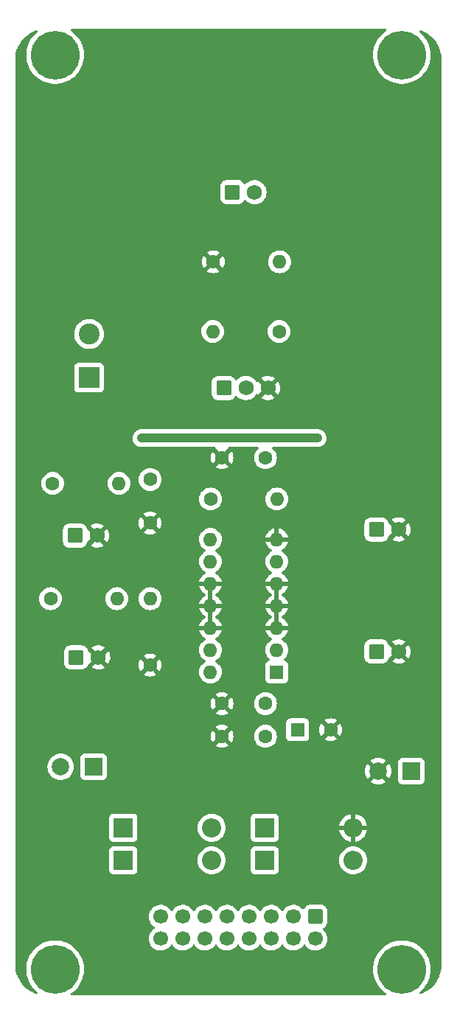
<source format=gbr>
%TF.GenerationSoftware,KiCad,Pcbnew,(6.0.7)*%
%TF.CreationDate,2023-02-21T16:01:16-05:00*%
%TF.ProjectId,HEADPHONE_AMP,48454144-5048-44f4-9e45-5f414d502e6b,rev?*%
%TF.SameCoordinates,Original*%
%TF.FileFunction,Copper,L1,Top*%
%TF.FilePolarity,Positive*%
%FSLAX46Y46*%
G04 Gerber Fmt 4.6, Leading zero omitted, Abs format (unit mm)*
G04 Created by KiCad (PCBNEW (6.0.7)) date 2023-02-21 16:01:16*
%MOMM*%
%LPD*%
G01*
G04 APERTURE LIST*
G04 Aperture macros list*
%AMRoundRect*
0 Rectangle with rounded corners*
0 $1 Rounding radius*
0 $2 $3 $4 $5 $6 $7 $8 $9 X,Y pos of 4 corners*
0 Add a 4 corners polygon primitive as box body*
4,1,4,$2,$3,$4,$5,$6,$7,$8,$9,$2,$3,0*
0 Add four circle primitives for the rounded corners*
1,1,$1+$1,$2,$3*
1,1,$1+$1,$4,$5*
1,1,$1+$1,$6,$7*
1,1,$1+$1,$8,$9*
0 Add four rect primitives between the rounded corners*
20,1,$1+$1,$2,$3,$4,$5,0*
20,1,$1+$1,$4,$5,$6,$7,0*
20,1,$1+$1,$6,$7,$8,$9,0*
20,1,$1+$1,$8,$9,$2,$3,0*%
G04 Aperture macros list end*
%TA.AperFunction,ComponentPad*%
%ADD10C,5.600000*%
%TD*%
%TA.AperFunction,ComponentPad*%
%ADD11RoundRect,0.250000X-0.620000X-0.620000X0.620000X-0.620000X0.620000X0.620000X-0.620000X0.620000X0*%
%TD*%
%TA.AperFunction,ComponentPad*%
%ADD12C,1.740000*%
%TD*%
%TA.AperFunction,ComponentPad*%
%ADD13C,1.600000*%
%TD*%
%TA.AperFunction,ComponentPad*%
%ADD14O,1.600000X1.600000*%
%TD*%
%TA.AperFunction,ComponentPad*%
%ADD15R,2.000000X2.000000*%
%TD*%
%TA.AperFunction,ComponentPad*%
%ADD16C,2.000000*%
%TD*%
%TA.AperFunction,ComponentPad*%
%ADD17R,2.200000X2.200000*%
%TD*%
%TA.AperFunction,ComponentPad*%
%ADD18O,2.200000X2.200000*%
%TD*%
%TA.AperFunction,ComponentPad*%
%ADD19R,1.600000X1.600000*%
%TD*%
%TA.AperFunction,ComponentPad*%
%ADD20R,2.400000X2.400000*%
%TD*%
%TA.AperFunction,ComponentPad*%
%ADD21C,2.400000*%
%TD*%
%TA.AperFunction,ComponentPad*%
%ADD22RoundRect,0.250000X-0.600000X0.600000X-0.600000X-0.600000X0.600000X-0.600000X0.600000X0.600000X0*%
%TD*%
%TA.AperFunction,ComponentPad*%
%ADD23C,1.700000*%
%TD*%
%TA.AperFunction,ViaPad*%
%ADD24C,1.000000*%
%TD*%
%TA.AperFunction,Conductor*%
%ADD25C,1.000000*%
%TD*%
G04 APERTURE END LIST*
D10*
%TO.P,H2,1*%
%TO.N,N/C*%
X144920000Y-43500000D03*
%TD*%
D11*
%TO.P,J2,1,Pin_1*%
%TO.N,Net-(J2-Pad1)*%
X107500000Y-112690000D03*
D12*
%TO.P,J2,2,Pin_2*%
%TO.N,Earth*%
X110040000Y-112690000D03*
%TD*%
D13*
%TO.P,R1,1*%
%TO.N,Net-(R1-Pad1)*%
X122940000Y-94500000D03*
D14*
%TO.P,R1,2*%
%TO.N,Net-(R1-Pad2)*%
X130560000Y-94500000D03*
%TD*%
D13*
%TO.P,C1,1*%
%TO.N,Earth*%
X116000000Y-97250000D03*
%TO.P,C1,2*%
%TO.N,Net-(R5-Pad2)*%
X116000000Y-92250000D03*
%TD*%
%TO.P,C4,1*%
%TO.N,+VDC*%
X129250000Y-121750000D03*
%TO.P,C4,2*%
%TO.N,Earth*%
X124250000Y-121750000D03*
%TD*%
D15*
%TO.P,C10,1*%
%TO.N,Net-(J3-Pad4)*%
X146000000Y-125750000D03*
D16*
%TO.P,C10,2*%
%TO.N,Earth*%
X142200000Y-125750000D03*
%TD*%
D11*
%TO.P,J6,1,Pin_1*%
%TO.N,Net-(R3-Pad2)*%
X142000000Y-98000000D03*
D12*
%TO.P,J6,2,Pin_2*%
%TO.N,Earth*%
X144540000Y-98000000D03*
%TD*%
D13*
%TO.P,R6,1*%
%TO.N,Net-(J2-Pad1)*%
X104560000Y-105940000D03*
D14*
%TO.P,R6,2*%
%TO.N,Net-(R5-Pad2)*%
X112180000Y-105940000D03*
%TD*%
D13*
%TO.P,C2,1*%
%TO.N,Net-(C2-Pad1)*%
X129250000Y-118000000D03*
%TO.P,C2,2*%
%TO.N,Earth*%
X124250000Y-118000000D03*
%TD*%
D17*
%TO.P,D1,1,K*%
%TO.N,+VDC*%
X112920000Y-132250000D03*
D18*
%TO.P,D1,2,A*%
%TO.N,Net-(D3-Pad1)*%
X123080000Y-132250000D03*
%TD*%
D13*
%TO.P,R4,1*%
%TO.N,Earth*%
X116000000Y-113560000D03*
D14*
%TO.P,R4,2*%
%TO.N,Net-(R5-Pad2)*%
X116000000Y-105940000D03*
%TD*%
D19*
%TO.P,U1,1,BYPASS*%
%TO.N,Net-(C5-Pad1)*%
X130550000Y-114375000D03*
D14*
%TO.P,U1,2,+*%
%TO.N,Net-(C2-Pad1)*%
X130550000Y-111835000D03*
%TO.P,U1,3,GND*%
%TO.N,Earth*%
X130550000Y-109295000D03*
%TO.P,U1,4,GND*%
X130550000Y-106755000D03*
%TO.P,U1,5,GND*%
X130550000Y-104215000D03*
%TO.P,U1,6,-*%
%TO.N,Net-(R5-Pad2)*%
X130550000Y-101675000D03*
%TO.P,U1,7,GND*%
%TO.N,Earth*%
X130550000Y-99135000D03*
%TO.P,U1,8*%
%TO.N,Net-(R1-Pad1)*%
X122930000Y-99135000D03*
%TO.P,U1,9,NC*%
%TO.N,unconnected-(U1-Pad9)*%
X122930000Y-101675000D03*
%TO.P,U1,10,GND*%
%TO.N,Earth*%
X122930000Y-104215000D03*
%TO.P,U1,11,GND*%
X122930000Y-106755000D03*
%TO.P,U1,12,GND*%
X122930000Y-109295000D03*
%TO.P,U1,13,NC*%
%TO.N,unconnected-(U1-Pad13)*%
X122930000Y-111835000D03*
%TO.P,U1,14,VS*%
%TO.N,+VDC*%
X122930000Y-114375000D03*
%TD*%
D11*
%TO.P,J4,1,Pin_1*%
%TO.N,Net-(R3-Pad2)*%
X142000000Y-112000000D03*
D12*
%TO.P,J4,2,Pin_2*%
%TO.N,Earth*%
X144540000Y-112000000D03*
%TD*%
D15*
%TO.P,C9,1*%
%TO.N,+VDC*%
X109517677Y-125250000D03*
D16*
%TO.P,C9,2*%
%TO.N,Net-(J3-Pad4)*%
X105717677Y-125250000D03*
%TD*%
D11*
%TO.P,R3,1,Pin_1*%
%TO.N,Net-(R2-Pad2)*%
X124460000Y-81750000D03*
D12*
%TO.P,R3,2,Pin_2*%
%TO.N,Net-(R3-Pad2)*%
X127000000Y-81750000D03*
%TO.P,R3,3,Pin_3*%
%TO.N,Earth*%
X129540000Y-81750000D03*
%TD*%
D17*
%TO.P,D4,1,K*%
%TO.N,-12V*%
X129170000Y-136000000D03*
D18*
%TO.P,D4,2,A*%
%TO.N,Net-(D4-Pad2)*%
X139330000Y-136000000D03*
%TD*%
D13*
%TO.P,R7,1*%
%TO.N,Earth*%
X123250000Y-67250000D03*
D14*
%TO.P,R7,2*%
%TO.N,Net-(J8-Pad2)*%
X130870000Y-67250000D03*
%TD*%
D17*
%TO.P,D3,1,K*%
%TO.N,Net-(D3-Pad1)*%
X112920000Y-136000000D03*
D18*
%TO.P,D3,2,A*%
%TO.N,+12V*%
X123080000Y-136000000D03*
%TD*%
D19*
%TO.P,C5,1*%
%TO.N,Net-(C5-Pad1)*%
X132947349Y-121000000D03*
D13*
%TO.P,C5,2*%
%TO.N,Earth*%
X136747349Y-121000000D03*
%TD*%
D11*
%TO.P,J8,1,Pin_1*%
%TO.N,+VDC*%
X125460000Y-59250000D03*
D12*
%TO.P,J8,2,Pin_2*%
%TO.N,Net-(J8-Pad2)*%
X128000000Y-59250000D03*
%TD*%
D20*
%TO.P,C6,1*%
%TO.N,Net-(R1-Pad1)*%
X109000000Y-80552651D03*
D21*
%TO.P,C6,2*%
%TO.N,Net-(R2-Pad1)*%
X109000000Y-75552651D03*
%TD*%
D13*
%TO.P,C3,1*%
%TO.N,Earth*%
X124250000Y-89750000D03*
%TO.P,C3,2*%
%TO.N,Net-(R1-Pad2)*%
X129250000Y-89750000D03*
%TD*%
D22*
%TO.P,J3,1,Pin_1*%
%TO.N,-12V*%
X135000000Y-142460000D03*
D23*
%TO.P,J3,2,Pin_2*%
X135000000Y-145000000D03*
%TO.P,J3,3,Pin_3*%
%TO.N,Net-(J3-Pad4)*%
X132460000Y-142460000D03*
%TO.P,J3,4,Pin_4*%
X132460000Y-145000000D03*
%TO.P,J3,5,Pin_5*%
X129920000Y-142460000D03*
%TO.P,J3,6,Pin_6*%
X129920000Y-145000000D03*
%TO.P,J3,7,Pin_7*%
X127380000Y-142460000D03*
%TO.P,J3,8,Pin_8*%
X127380000Y-145000000D03*
%TO.P,J3,9,Pin_9*%
%TO.N,+12V*%
X124840000Y-142460000D03*
%TO.P,J3,10,Pin_10*%
X124840000Y-145000000D03*
%TO.P,J3,11,Pin_11*%
%TO.N,+5V*%
X122300000Y-142460000D03*
%TO.P,J3,12,Pin_12*%
X122300000Y-145000000D03*
%TO.P,J3,13,Pin_13*%
%TO.N,CV*%
X119760000Y-142460000D03*
%TO.P,J3,14,Pin_14*%
X119760000Y-145000000D03*
%TO.P,J3,15,Pin_15*%
%TO.N,GATE*%
X117220000Y-142460000D03*
%TO.P,J3,16,Pin_16*%
X117220000Y-145000000D03*
%TD*%
D11*
%TO.P,J1,1,Pin_1*%
%TO.N,Net-(J1-Pad1)*%
X107370000Y-98690000D03*
D12*
%TO.P,J1,2,Pin_2*%
%TO.N,Earth*%
X109910000Y-98690000D03*
%TD*%
D13*
%TO.P,R2,1*%
%TO.N,Net-(R2-Pad1)*%
X130810000Y-75250000D03*
D14*
%TO.P,R2,2*%
%TO.N,Net-(R2-Pad2)*%
X123190000Y-75250000D03*
%TD*%
D10*
%TO.P,H4,1*%
%TO.N,N/C*%
X144920000Y-148500000D03*
%TD*%
%TO.P,H1,1*%
%TO.N,N/C*%
X105080000Y-43500000D03*
%TD*%
D13*
%TO.P,R5,1*%
%TO.N,Net-(J1-Pad1)*%
X104810000Y-92690000D03*
D14*
%TO.P,R5,2*%
%TO.N,Net-(R5-Pad2)*%
X112430000Y-92690000D03*
%TD*%
D17*
%TO.P,D2,1,K*%
%TO.N,Net-(D4-Pad2)*%
X129170000Y-132250000D03*
D18*
%TO.P,D2,2,A*%
%TO.N,Earth*%
X139330000Y-132250000D03*
%TD*%
D10*
%TO.P,H3,1*%
%TO.N,N/C*%
X105080000Y-148500000D03*
%TD*%
D24*
%TO.N,Net-(R5-Pad2)*%
X135250000Y-87500000D03*
X115000000Y-87500000D03*
%TD*%
D25*
%TO.N,Net-(R5-Pad2)*%
X135250000Y-87500000D02*
X115000000Y-87500000D01*
%TD*%
%TA.AperFunction,Conductor*%
%TO.N,Earth*%
G36*
X143088127Y-40528502D02*
G01*
X143134620Y-40582158D01*
X143144724Y-40652432D01*
X143115230Y-40717012D01*
X143084715Y-40742614D01*
X143067193Y-40753101D01*
X143064467Y-40755163D01*
X143064465Y-40755164D01*
X142845493Y-40920772D01*
X142781367Y-40969270D01*
X142520559Y-41215043D01*
X142287819Y-41487546D01*
X142285900Y-41490358D01*
X142285897Y-41490363D01*
X142260919Y-41526980D01*
X142085871Y-41783591D01*
X141917077Y-42099714D01*
X141783411Y-42432218D01*
X141782491Y-42435492D01*
X141782489Y-42435497D01*
X141716661Y-42669689D01*
X141686437Y-42777213D01*
X141627290Y-43130663D01*
X141606661Y-43488434D01*
X141624792Y-43846340D01*
X141625329Y-43849695D01*
X141625330Y-43849701D01*
X141647901Y-43990618D01*
X141681470Y-44200195D01*
X141776033Y-44545859D01*
X141907374Y-44879288D01*
X142073957Y-45196582D01*
X142075858Y-45199411D01*
X142075864Y-45199421D01*
X142259569Y-45472800D01*
X142273834Y-45494029D01*
X142504665Y-45768150D01*
X142763751Y-46015738D01*
X143048061Y-46233897D01*
X143080056Y-46253350D01*
X143351355Y-46418303D01*
X143351360Y-46418306D01*
X143354270Y-46420075D01*
X143357358Y-46421521D01*
X143357357Y-46421521D01*
X143675710Y-46570649D01*
X143675720Y-46570653D01*
X143678794Y-46572093D01*
X143682012Y-46573195D01*
X143682015Y-46573196D01*
X144014615Y-46687071D01*
X144014623Y-46687073D01*
X144017838Y-46688174D01*
X144367435Y-46766959D01*
X144419728Y-46772917D01*
X144720114Y-46807142D01*
X144720122Y-46807142D01*
X144723497Y-46807527D01*
X144726901Y-46807545D01*
X144726904Y-46807545D01*
X144921227Y-46808562D01*
X145081857Y-46809403D01*
X145085243Y-46809053D01*
X145085245Y-46809053D01*
X145434932Y-46772917D01*
X145434941Y-46772916D01*
X145438324Y-46772566D01*
X145441657Y-46771852D01*
X145441660Y-46771851D01*
X145614186Y-46734864D01*
X145788727Y-46697446D01*
X146128968Y-46584922D01*
X146455066Y-46436311D01*
X146549052Y-46380506D01*
X146760262Y-46255099D01*
X146760267Y-46255096D01*
X146763207Y-46253350D01*
X147049786Y-46038180D01*
X147311451Y-45793319D01*
X147545140Y-45521630D01*
X147651750Y-45366512D01*
X147746190Y-45229101D01*
X147746195Y-45229094D01*
X147748120Y-45226292D01*
X147749732Y-45223298D01*
X147749737Y-45223290D01*
X147916395Y-44913772D01*
X147918017Y-44910760D01*
X148052842Y-44578724D01*
X148063142Y-44542568D01*
X148083527Y-44471006D01*
X148151020Y-44234070D01*
X148188885Y-44012552D01*
X148210829Y-43884175D01*
X148210829Y-43884173D01*
X148211401Y-43880828D01*
X148213511Y-43846340D01*
X148233168Y-43524928D01*
X148233278Y-43523131D01*
X148233359Y-43500000D01*
X148213979Y-43142159D01*
X148156066Y-42788505D01*
X148060297Y-42443173D01*
X148057243Y-42435497D01*
X147929052Y-42113369D01*
X147927793Y-42110205D01*
X147897768Y-42053498D01*
X147761702Y-41796513D01*
X147761698Y-41796506D01*
X147760103Y-41793494D01*
X147559190Y-41496746D01*
X147327403Y-41223432D01*
X147067454Y-40976750D01*
X146975276Y-40906529D01*
X146933209Y-40849337D01*
X146928740Y-40778481D01*
X146963288Y-40716457D01*
X147025884Y-40682958D01*
X147094079Y-40687665D01*
X147330311Y-40772191D01*
X147341735Y-40776922D01*
X147409500Y-40808972D01*
X147640292Y-40918128D01*
X147651188Y-40923953D01*
X147743181Y-40979091D01*
X147934467Y-41093744D01*
X147944748Y-41100614D01*
X148210017Y-41297350D01*
X148219556Y-41305177D01*
X148464282Y-41526985D01*
X148473015Y-41535718D01*
X148694823Y-41780444D01*
X148702650Y-41789983D01*
X148846901Y-41984483D01*
X148899386Y-42055252D01*
X148906256Y-42065533D01*
X149076045Y-42348807D01*
X149081872Y-42359708D01*
X149121348Y-42443173D01*
X149223078Y-42658265D01*
X149227810Y-42669689D01*
X149339072Y-42980645D01*
X149342661Y-42992477D01*
X149422909Y-43312841D01*
X149425321Y-43324969D01*
X149473779Y-43651650D01*
X149474990Y-43663949D01*
X149484117Y-43849701D01*
X149489390Y-43957034D01*
X149488042Y-43982598D01*
X149486309Y-43993724D01*
X149487474Y-44002630D01*
X149490436Y-44025283D01*
X149491500Y-44041621D01*
X149491500Y-147950633D01*
X149490000Y-147970018D01*
X149486309Y-147993724D01*
X149487473Y-148002627D01*
X149487473Y-148002628D01*
X149488839Y-148013076D01*
X149489751Y-148035594D01*
X149485081Y-148130663D01*
X149474991Y-148336045D01*
X149473779Y-148348350D01*
X149425321Y-148675031D01*
X149422909Y-148687159D01*
X149342661Y-149007523D01*
X149339072Y-149019355D01*
X149227810Y-149330311D01*
X149223078Y-149341735D01*
X149081874Y-149640288D01*
X149076045Y-149651193D01*
X148906256Y-149934467D01*
X148899386Y-149944748D01*
X148702650Y-150210017D01*
X148694823Y-150219556D01*
X148473020Y-150464277D01*
X148464282Y-150473015D01*
X148219556Y-150694823D01*
X148210017Y-150702650D01*
X148015517Y-150846901D01*
X147944748Y-150899386D01*
X147934467Y-150906256D01*
X147792101Y-150991588D01*
X147651188Y-151076047D01*
X147640292Y-151081872D01*
X147618155Y-151092342D01*
X147341735Y-151223078D01*
X147330311Y-151227810D01*
X147095748Y-151311738D01*
X147024871Y-151315854D01*
X146963020Y-151280998D01*
X146929832Y-151218236D01*
X146935844Y-151147494D01*
X146977644Y-151092346D01*
X147049786Y-151038180D01*
X147311451Y-150793319D01*
X147545140Y-150521630D01*
X147727429Y-150256398D01*
X147746190Y-150229101D01*
X147746195Y-150229094D01*
X147748120Y-150226292D01*
X147749732Y-150223298D01*
X147749737Y-150223290D01*
X147916395Y-149913772D01*
X147918017Y-149910760D01*
X148052842Y-149578724D01*
X148063142Y-149542568D01*
X148083527Y-149471006D01*
X148151020Y-149234070D01*
X148211401Y-148880828D01*
X148213511Y-148846340D01*
X148233168Y-148524928D01*
X148233278Y-148523131D01*
X148233359Y-148500000D01*
X148213979Y-148142159D01*
X148156066Y-147788505D01*
X148060297Y-147443173D01*
X148057243Y-147435497D01*
X147929052Y-147113369D01*
X147927793Y-147110205D01*
X147897768Y-147053498D01*
X147761702Y-146796513D01*
X147761698Y-146796506D01*
X147760103Y-146793494D01*
X147559190Y-146496746D01*
X147327403Y-146223432D01*
X147067454Y-145976750D01*
X146836341Y-145800689D01*
X146785091Y-145761647D01*
X146785089Y-145761646D01*
X146782384Y-145759585D01*
X146779472Y-145757828D01*
X146779467Y-145757825D01*
X146478443Y-145576236D01*
X146478437Y-145576233D01*
X146475528Y-145574478D01*
X146150475Y-145423593D01*
X145980751Y-145366145D01*
X145814255Y-145309789D01*
X145814250Y-145309788D01*
X145811028Y-145308697D01*
X145612681Y-145264724D01*
X145464493Y-145231871D01*
X145464487Y-145231870D01*
X145461158Y-145231132D01*
X145457769Y-145230758D01*
X145457764Y-145230757D01*
X145108338Y-145192180D01*
X145108333Y-145192180D01*
X145104957Y-145191807D01*
X145101558Y-145191801D01*
X145101557Y-145191801D01*
X144932080Y-145191505D01*
X144746592Y-145191182D01*
X144633413Y-145203277D01*
X144393639Y-145228901D01*
X144393631Y-145228902D01*
X144390256Y-145229263D01*
X144040117Y-145305606D01*
X143700271Y-145419317D01*
X143697178Y-145420739D01*
X143697177Y-145420740D01*
X143690974Y-145423593D01*
X143374694Y-145569066D01*
X143371760Y-145570822D01*
X143371758Y-145570823D01*
X143291227Y-145619020D01*
X143067193Y-145753101D01*
X143064467Y-145755163D01*
X143064465Y-145755164D01*
X142894790Y-145883489D01*
X142781367Y-145969270D01*
X142520559Y-146215043D01*
X142287819Y-146487546D01*
X142285900Y-146490358D01*
X142285897Y-146490363D01*
X142192624Y-146627097D01*
X142085871Y-146783591D01*
X141917077Y-147099714D01*
X141783411Y-147432218D01*
X141782491Y-147435492D01*
X141782489Y-147435497D01*
X141780332Y-147443173D01*
X141686437Y-147777213D01*
X141685875Y-147780570D01*
X141685875Y-147780571D01*
X141643199Y-148035597D01*
X141627290Y-148130663D01*
X141606661Y-148488434D01*
X141624792Y-148846340D01*
X141625329Y-148849695D01*
X141625330Y-148849701D01*
X141630316Y-148880828D01*
X141681470Y-149200195D01*
X141776033Y-149545859D01*
X141907374Y-149879288D01*
X142073957Y-150196582D01*
X142075858Y-150199411D01*
X142075864Y-150199421D01*
X142253841Y-150464277D01*
X142273834Y-150494029D01*
X142504665Y-150768150D01*
X142763751Y-151015738D01*
X143048061Y-151233897D01*
X143050979Y-151235671D01*
X143087437Y-151257838D01*
X143135252Y-151310319D01*
X143147103Y-151380320D01*
X143119228Y-151445615D01*
X143060477Y-151485474D01*
X143021978Y-151491500D01*
X106981120Y-151491500D01*
X106912999Y-151471498D01*
X106866506Y-151417842D01*
X106856402Y-151347568D01*
X106885896Y-151282988D01*
X106916789Y-151257161D01*
X106923207Y-151253350D01*
X106957225Y-151227809D01*
X107021095Y-151179854D01*
X107209786Y-151038180D01*
X107471451Y-150793319D01*
X107705140Y-150521630D01*
X107887429Y-150256398D01*
X107906190Y-150229101D01*
X107906195Y-150229094D01*
X107908120Y-150226292D01*
X107909732Y-150223298D01*
X107909737Y-150223290D01*
X108076395Y-149913772D01*
X108078017Y-149910760D01*
X108212842Y-149578724D01*
X108223142Y-149542568D01*
X108243527Y-149471006D01*
X108311020Y-149234070D01*
X108371401Y-148880828D01*
X108373511Y-148846340D01*
X108393168Y-148524928D01*
X108393278Y-148523131D01*
X108393359Y-148500000D01*
X108373979Y-148142159D01*
X108316066Y-147788505D01*
X108220297Y-147443173D01*
X108217243Y-147435497D01*
X108089052Y-147113369D01*
X108087793Y-147110205D01*
X108057768Y-147053498D01*
X107921702Y-146796513D01*
X107921698Y-146796506D01*
X107920103Y-146793494D01*
X107719190Y-146496746D01*
X107487403Y-146223432D01*
X107227454Y-145976750D01*
X106996341Y-145800689D01*
X106945091Y-145761647D01*
X106945089Y-145761646D01*
X106942384Y-145759585D01*
X106939472Y-145757828D01*
X106939467Y-145757825D01*
X106638443Y-145576236D01*
X106638437Y-145576233D01*
X106635528Y-145574478D01*
X106310475Y-145423593D01*
X106140751Y-145366145D01*
X105974255Y-145309789D01*
X105974250Y-145309788D01*
X105971028Y-145308697D01*
X105772681Y-145264724D01*
X105624493Y-145231871D01*
X105624487Y-145231870D01*
X105621158Y-145231132D01*
X105617769Y-145230758D01*
X105617764Y-145230757D01*
X105268338Y-145192180D01*
X105268333Y-145192180D01*
X105264957Y-145191807D01*
X105261558Y-145191801D01*
X105261557Y-145191801D01*
X105092080Y-145191505D01*
X104906592Y-145191182D01*
X104793413Y-145203277D01*
X104553639Y-145228901D01*
X104553631Y-145228902D01*
X104550256Y-145229263D01*
X104200117Y-145305606D01*
X103860271Y-145419317D01*
X103857178Y-145420739D01*
X103857177Y-145420740D01*
X103850974Y-145423593D01*
X103534694Y-145569066D01*
X103531760Y-145570822D01*
X103531758Y-145570823D01*
X103451227Y-145619020D01*
X103227193Y-145753101D01*
X103224467Y-145755163D01*
X103224465Y-145755164D01*
X103054790Y-145883489D01*
X102941367Y-145969270D01*
X102680559Y-146215043D01*
X102447819Y-146487546D01*
X102445900Y-146490358D01*
X102445897Y-146490363D01*
X102352624Y-146627097D01*
X102245871Y-146783591D01*
X102077077Y-147099714D01*
X101943411Y-147432218D01*
X101942491Y-147435492D01*
X101942489Y-147435497D01*
X101940332Y-147443173D01*
X101846437Y-147777213D01*
X101845875Y-147780570D01*
X101845875Y-147780571D01*
X101803199Y-148035597D01*
X101787290Y-148130663D01*
X101766661Y-148488434D01*
X101784792Y-148846340D01*
X101785329Y-148849695D01*
X101785330Y-148849701D01*
X101790316Y-148880828D01*
X101841470Y-149200195D01*
X101936033Y-149545859D01*
X102067374Y-149879288D01*
X102233957Y-150196582D01*
X102235858Y-150199411D01*
X102235864Y-150199421D01*
X102413841Y-150464277D01*
X102433834Y-150494029D01*
X102664665Y-150768150D01*
X102923751Y-151015738D01*
X103025694Y-151093962D01*
X103067559Y-151151297D01*
X103071781Y-151222168D01*
X103037017Y-151284071D01*
X102974304Y-151317352D01*
X102906540Y-151312556D01*
X102669689Y-151227809D01*
X102658265Y-151223078D01*
X102381845Y-151092342D01*
X102359708Y-151081872D01*
X102348812Y-151076047D01*
X102207899Y-150991588D01*
X102065533Y-150906256D01*
X102055252Y-150899386D01*
X101984483Y-150846901D01*
X101789983Y-150702650D01*
X101780444Y-150694823D01*
X101535718Y-150473015D01*
X101526980Y-150464277D01*
X101305177Y-150219556D01*
X101297350Y-150210017D01*
X101100614Y-149944748D01*
X101093744Y-149934467D01*
X100923955Y-149651193D01*
X100918126Y-149640288D01*
X100776922Y-149341735D01*
X100772190Y-149330311D01*
X100660928Y-149019355D01*
X100657339Y-149007523D01*
X100577091Y-148687159D01*
X100574679Y-148675031D01*
X100526221Y-148348351D01*
X100525009Y-148336045D01*
X100510795Y-148046695D01*
X100512387Y-148019619D01*
X100513576Y-148012552D01*
X100513729Y-148000000D01*
X100509773Y-147972376D01*
X100508500Y-147954514D01*
X100508500Y-144966695D01*
X115857251Y-144966695D01*
X115857548Y-144971848D01*
X115857548Y-144971851D01*
X115863011Y-145066590D01*
X115870110Y-145189715D01*
X115871247Y-145194761D01*
X115871248Y-145194767D01*
X115879186Y-145229988D01*
X115919222Y-145407639D01*
X116003266Y-145614616D01*
X116054019Y-145697438D01*
X116117291Y-145800688D01*
X116119987Y-145805088D01*
X116266250Y-145973938D01*
X116438126Y-146116632D01*
X116631000Y-146229338D01*
X116839692Y-146309030D01*
X116844760Y-146310061D01*
X116844763Y-146310062D01*
X116952017Y-146331883D01*
X117058597Y-146353567D01*
X117063772Y-146353757D01*
X117063774Y-146353757D01*
X117276673Y-146361564D01*
X117276677Y-146361564D01*
X117281837Y-146361753D01*
X117286957Y-146361097D01*
X117286959Y-146361097D01*
X117498288Y-146334025D01*
X117498289Y-146334025D01*
X117503416Y-146333368D01*
X117508366Y-146331883D01*
X117712429Y-146270661D01*
X117712434Y-146270659D01*
X117717384Y-146269174D01*
X117917994Y-146170896D01*
X118099860Y-146041173D01*
X118169661Y-145971616D01*
X118254435Y-145887137D01*
X118258096Y-145883489D01*
X118317594Y-145800689D01*
X118388453Y-145702077D01*
X118389776Y-145703028D01*
X118436645Y-145659857D01*
X118506580Y-145647625D01*
X118572026Y-145675144D01*
X118599875Y-145706994D01*
X118659987Y-145805088D01*
X118806250Y-145973938D01*
X118978126Y-146116632D01*
X119171000Y-146229338D01*
X119379692Y-146309030D01*
X119384760Y-146310061D01*
X119384763Y-146310062D01*
X119492017Y-146331883D01*
X119598597Y-146353567D01*
X119603772Y-146353757D01*
X119603774Y-146353757D01*
X119816673Y-146361564D01*
X119816677Y-146361564D01*
X119821837Y-146361753D01*
X119826957Y-146361097D01*
X119826959Y-146361097D01*
X120038288Y-146334025D01*
X120038289Y-146334025D01*
X120043416Y-146333368D01*
X120048366Y-146331883D01*
X120252429Y-146270661D01*
X120252434Y-146270659D01*
X120257384Y-146269174D01*
X120457994Y-146170896D01*
X120639860Y-146041173D01*
X120709661Y-145971616D01*
X120794435Y-145887137D01*
X120798096Y-145883489D01*
X120857594Y-145800689D01*
X120928453Y-145702077D01*
X120929776Y-145703028D01*
X120976645Y-145659857D01*
X121046580Y-145647625D01*
X121112026Y-145675144D01*
X121139875Y-145706994D01*
X121199987Y-145805088D01*
X121346250Y-145973938D01*
X121518126Y-146116632D01*
X121711000Y-146229338D01*
X121919692Y-146309030D01*
X121924760Y-146310061D01*
X121924763Y-146310062D01*
X122032017Y-146331883D01*
X122138597Y-146353567D01*
X122143772Y-146353757D01*
X122143774Y-146353757D01*
X122356673Y-146361564D01*
X122356677Y-146361564D01*
X122361837Y-146361753D01*
X122366957Y-146361097D01*
X122366959Y-146361097D01*
X122578288Y-146334025D01*
X122578289Y-146334025D01*
X122583416Y-146333368D01*
X122588366Y-146331883D01*
X122792429Y-146270661D01*
X122792434Y-146270659D01*
X122797384Y-146269174D01*
X122997994Y-146170896D01*
X123179860Y-146041173D01*
X123249661Y-145971616D01*
X123334435Y-145887137D01*
X123338096Y-145883489D01*
X123397594Y-145800689D01*
X123468453Y-145702077D01*
X123469776Y-145703028D01*
X123516645Y-145659857D01*
X123586580Y-145647625D01*
X123652026Y-145675144D01*
X123679875Y-145706994D01*
X123739987Y-145805088D01*
X123886250Y-145973938D01*
X124058126Y-146116632D01*
X124251000Y-146229338D01*
X124459692Y-146309030D01*
X124464760Y-146310061D01*
X124464763Y-146310062D01*
X124572017Y-146331883D01*
X124678597Y-146353567D01*
X124683772Y-146353757D01*
X124683774Y-146353757D01*
X124896673Y-146361564D01*
X124896677Y-146361564D01*
X124901837Y-146361753D01*
X124906957Y-146361097D01*
X124906959Y-146361097D01*
X125118288Y-146334025D01*
X125118289Y-146334025D01*
X125123416Y-146333368D01*
X125128366Y-146331883D01*
X125332429Y-146270661D01*
X125332434Y-146270659D01*
X125337384Y-146269174D01*
X125537994Y-146170896D01*
X125719860Y-146041173D01*
X125789661Y-145971616D01*
X125874435Y-145887137D01*
X125878096Y-145883489D01*
X125937594Y-145800689D01*
X126008453Y-145702077D01*
X126009776Y-145703028D01*
X126056645Y-145659857D01*
X126126580Y-145647625D01*
X126192026Y-145675144D01*
X126219875Y-145706994D01*
X126279987Y-145805088D01*
X126426250Y-145973938D01*
X126598126Y-146116632D01*
X126791000Y-146229338D01*
X126999692Y-146309030D01*
X127004760Y-146310061D01*
X127004763Y-146310062D01*
X127112017Y-146331883D01*
X127218597Y-146353567D01*
X127223772Y-146353757D01*
X127223774Y-146353757D01*
X127436673Y-146361564D01*
X127436677Y-146361564D01*
X127441837Y-146361753D01*
X127446957Y-146361097D01*
X127446959Y-146361097D01*
X127658288Y-146334025D01*
X127658289Y-146334025D01*
X127663416Y-146333368D01*
X127668366Y-146331883D01*
X127872429Y-146270661D01*
X127872434Y-146270659D01*
X127877384Y-146269174D01*
X128077994Y-146170896D01*
X128259860Y-146041173D01*
X128329661Y-145971616D01*
X128414435Y-145887137D01*
X128418096Y-145883489D01*
X128477594Y-145800689D01*
X128548453Y-145702077D01*
X128549776Y-145703028D01*
X128596645Y-145659857D01*
X128666580Y-145647625D01*
X128732026Y-145675144D01*
X128759875Y-145706994D01*
X128819987Y-145805088D01*
X128966250Y-145973938D01*
X129138126Y-146116632D01*
X129331000Y-146229338D01*
X129539692Y-146309030D01*
X129544760Y-146310061D01*
X129544763Y-146310062D01*
X129652017Y-146331883D01*
X129758597Y-146353567D01*
X129763772Y-146353757D01*
X129763774Y-146353757D01*
X129976673Y-146361564D01*
X129976677Y-146361564D01*
X129981837Y-146361753D01*
X129986957Y-146361097D01*
X129986959Y-146361097D01*
X130198288Y-146334025D01*
X130198289Y-146334025D01*
X130203416Y-146333368D01*
X130208366Y-146331883D01*
X130412429Y-146270661D01*
X130412434Y-146270659D01*
X130417384Y-146269174D01*
X130617994Y-146170896D01*
X130799860Y-146041173D01*
X130869661Y-145971616D01*
X130954435Y-145887137D01*
X130958096Y-145883489D01*
X131017594Y-145800689D01*
X131088453Y-145702077D01*
X131089776Y-145703028D01*
X131136645Y-145659857D01*
X131206580Y-145647625D01*
X131272026Y-145675144D01*
X131299875Y-145706994D01*
X131359987Y-145805088D01*
X131506250Y-145973938D01*
X131678126Y-146116632D01*
X131871000Y-146229338D01*
X132079692Y-146309030D01*
X132084760Y-146310061D01*
X132084763Y-146310062D01*
X132192017Y-146331883D01*
X132298597Y-146353567D01*
X132303772Y-146353757D01*
X132303774Y-146353757D01*
X132516673Y-146361564D01*
X132516677Y-146361564D01*
X132521837Y-146361753D01*
X132526957Y-146361097D01*
X132526959Y-146361097D01*
X132738288Y-146334025D01*
X132738289Y-146334025D01*
X132743416Y-146333368D01*
X132748366Y-146331883D01*
X132952429Y-146270661D01*
X132952434Y-146270659D01*
X132957384Y-146269174D01*
X133157994Y-146170896D01*
X133339860Y-146041173D01*
X133409661Y-145971616D01*
X133494435Y-145887137D01*
X133498096Y-145883489D01*
X133557594Y-145800689D01*
X133628453Y-145702077D01*
X133629776Y-145703028D01*
X133676645Y-145659857D01*
X133746580Y-145647625D01*
X133812026Y-145675144D01*
X133839875Y-145706994D01*
X133899987Y-145805088D01*
X134046250Y-145973938D01*
X134218126Y-146116632D01*
X134411000Y-146229338D01*
X134619692Y-146309030D01*
X134624760Y-146310061D01*
X134624763Y-146310062D01*
X134732017Y-146331883D01*
X134838597Y-146353567D01*
X134843772Y-146353757D01*
X134843774Y-146353757D01*
X135056673Y-146361564D01*
X135056677Y-146361564D01*
X135061837Y-146361753D01*
X135066957Y-146361097D01*
X135066959Y-146361097D01*
X135278288Y-146334025D01*
X135278289Y-146334025D01*
X135283416Y-146333368D01*
X135288366Y-146331883D01*
X135492429Y-146270661D01*
X135492434Y-146270659D01*
X135497384Y-146269174D01*
X135697994Y-146170896D01*
X135879860Y-146041173D01*
X135949661Y-145971616D01*
X136034435Y-145887137D01*
X136038096Y-145883489D01*
X136097594Y-145800689D01*
X136165435Y-145706277D01*
X136168453Y-145702077D01*
X136189320Y-145659857D01*
X136265136Y-145506453D01*
X136265137Y-145506451D01*
X136267430Y-145501811D01*
X136326327Y-145307959D01*
X136330865Y-145293023D01*
X136330865Y-145293021D01*
X136332370Y-145288069D01*
X136361529Y-145066590D01*
X136363156Y-145000000D01*
X136344852Y-144777361D01*
X136290431Y-144560702D01*
X136201354Y-144355840D01*
X136080014Y-144168277D01*
X135929670Y-144003051D01*
X135887006Y-143969357D01*
X135845944Y-143911441D01*
X135842712Y-143840518D01*
X135878337Y-143779107D01*
X135911647Y-143756376D01*
X135917007Y-143753865D01*
X135923946Y-143751550D01*
X136074348Y-143658478D01*
X136199305Y-143533303D01*
X136221357Y-143497529D01*
X136288275Y-143388968D01*
X136288276Y-143388966D01*
X136292115Y-143382738D01*
X136347797Y-143214861D01*
X136358500Y-143110400D01*
X136358500Y-141809600D01*
X136358163Y-141806350D01*
X136348238Y-141710692D01*
X136348237Y-141710688D01*
X136347526Y-141703834D01*
X136313598Y-141602138D01*
X136293868Y-141543002D01*
X136291550Y-141536054D01*
X136198478Y-141385652D01*
X136073303Y-141260695D01*
X135999030Y-141214912D01*
X135928968Y-141171725D01*
X135928966Y-141171724D01*
X135922738Y-141167885D01*
X135762254Y-141114655D01*
X135761389Y-141114368D01*
X135761387Y-141114368D01*
X135754861Y-141112203D01*
X135748025Y-141111503D01*
X135748022Y-141111502D01*
X135704969Y-141107091D01*
X135650400Y-141101500D01*
X134349600Y-141101500D01*
X134346354Y-141101837D01*
X134346350Y-141101837D01*
X134250692Y-141111762D01*
X134250688Y-141111763D01*
X134243834Y-141112474D01*
X134237298Y-141114655D01*
X134237296Y-141114655D01*
X134174631Y-141135562D01*
X134076054Y-141168450D01*
X133925652Y-141261522D01*
X133920479Y-141266704D01*
X133862686Y-141324598D01*
X133800695Y-141386697D01*
X133796855Y-141392927D01*
X133796854Y-141392928D01*
X133751275Y-141466870D01*
X133707885Y-141537262D01*
X133705579Y-141544213D01*
X133703561Y-141548542D01*
X133656644Y-141601828D01*
X133588367Y-141621290D01*
X133520407Y-141600749D01*
X133496172Y-141580094D01*
X133393152Y-141466876D01*
X133393142Y-141466867D01*
X133389670Y-141463051D01*
X133385619Y-141459852D01*
X133385615Y-141459848D01*
X133218414Y-141327800D01*
X133218410Y-141327798D01*
X133214359Y-141324598D01*
X133018789Y-141216638D01*
X133013920Y-141214914D01*
X133013916Y-141214912D01*
X132813087Y-141143795D01*
X132813083Y-141143794D01*
X132808212Y-141142069D01*
X132803119Y-141141162D01*
X132803116Y-141141161D01*
X132593373Y-141103800D01*
X132593367Y-141103799D01*
X132588284Y-141102894D01*
X132514452Y-141101992D01*
X132370081Y-141100228D01*
X132370079Y-141100228D01*
X132364911Y-141100165D01*
X132144091Y-141133955D01*
X131931756Y-141203357D01*
X131901443Y-141219137D01*
X131811678Y-141265866D01*
X131733607Y-141306507D01*
X131729474Y-141309610D01*
X131729471Y-141309612D01*
X131559100Y-141437530D01*
X131554965Y-141440635D01*
X131400629Y-141602138D01*
X131293201Y-141759621D01*
X131238293Y-141804621D01*
X131167768Y-141812792D01*
X131104021Y-141781538D01*
X131083324Y-141757054D01*
X131002822Y-141632617D01*
X131002820Y-141632614D01*
X131000014Y-141628277D01*
X130849670Y-141463051D01*
X130845619Y-141459852D01*
X130845615Y-141459848D01*
X130678414Y-141327800D01*
X130678410Y-141327798D01*
X130674359Y-141324598D01*
X130478789Y-141216638D01*
X130473920Y-141214914D01*
X130473916Y-141214912D01*
X130273087Y-141143795D01*
X130273083Y-141143794D01*
X130268212Y-141142069D01*
X130263119Y-141141162D01*
X130263116Y-141141161D01*
X130053373Y-141103800D01*
X130053367Y-141103799D01*
X130048284Y-141102894D01*
X129974452Y-141101992D01*
X129830081Y-141100228D01*
X129830079Y-141100228D01*
X129824911Y-141100165D01*
X129604091Y-141133955D01*
X129391756Y-141203357D01*
X129361443Y-141219137D01*
X129271678Y-141265866D01*
X129193607Y-141306507D01*
X129189474Y-141309610D01*
X129189471Y-141309612D01*
X129019100Y-141437530D01*
X129014965Y-141440635D01*
X128860629Y-141602138D01*
X128753201Y-141759621D01*
X128698293Y-141804621D01*
X128627768Y-141812792D01*
X128564021Y-141781538D01*
X128543324Y-141757054D01*
X128462822Y-141632617D01*
X128462820Y-141632614D01*
X128460014Y-141628277D01*
X128309670Y-141463051D01*
X128305619Y-141459852D01*
X128305615Y-141459848D01*
X128138414Y-141327800D01*
X128138410Y-141327798D01*
X128134359Y-141324598D01*
X127938789Y-141216638D01*
X127933920Y-141214914D01*
X127933916Y-141214912D01*
X127733087Y-141143795D01*
X127733083Y-141143794D01*
X127728212Y-141142069D01*
X127723119Y-141141162D01*
X127723116Y-141141161D01*
X127513373Y-141103800D01*
X127513367Y-141103799D01*
X127508284Y-141102894D01*
X127434452Y-141101992D01*
X127290081Y-141100228D01*
X127290079Y-141100228D01*
X127284911Y-141100165D01*
X127064091Y-141133955D01*
X126851756Y-141203357D01*
X126821443Y-141219137D01*
X126731678Y-141265866D01*
X126653607Y-141306507D01*
X126649474Y-141309610D01*
X126649471Y-141309612D01*
X126479100Y-141437530D01*
X126474965Y-141440635D01*
X126320629Y-141602138D01*
X126213201Y-141759621D01*
X126158293Y-141804621D01*
X126087768Y-141812792D01*
X126024021Y-141781538D01*
X126003324Y-141757054D01*
X125922822Y-141632617D01*
X125922820Y-141632614D01*
X125920014Y-141628277D01*
X125769670Y-141463051D01*
X125765619Y-141459852D01*
X125765615Y-141459848D01*
X125598414Y-141327800D01*
X125598410Y-141327798D01*
X125594359Y-141324598D01*
X125398789Y-141216638D01*
X125393920Y-141214914D01*
X125393916Y-141214912D01*
X125193087Y-141143795D01*
X125193083Y-141143794D01*
X125188212Y-141142069D01*
X125183119Y-141141162D01*
X125183116Y-141141161D01*
X124973373Y-141103800D01*
X124973367Y-141103799D01*
X124968284Y-141102894D01*
X124894452Y-141101992D01*
X124750081Y-141100228D01*
X124750079Y-141100228D01*
X124744911Y-141100165D01*
X124524091Y-141133955D01*
X124311756Y-141203357D01*
X124281443Y-141219137D01*
X124191678Y-141265866D01*
X124113607Y-141306507D01*
X124109474Y-141309610D01*
X124109471Y-141309612D01*
X123939100Y-141437530D01*
X123934965Y-141440635D01*
X123780629Y-141602138D01*
X123673201Y-141759621D01*
X123618293Y-141804621D01*
X123547768Y-141812792D01*
X123484021Y-141781538D01*
X123463324Y-141757054D01*
X123382822Y-141632617D01*
X123382820Y-141632614D01*
X123380014Y-141628277D01*
X123229670Y-141463051D01*
X123225619Y-141459852D01*
X123225615Y-141459848D01*
X123058414Y-141327800D01*
X123058410Y-141327798D01*
X123054359Y-141324598D01*
X122858789Y-141216638D01*
X122853920Y-141214914D01*
X122853916Y-141214912D01*
X122653087Y-141143795D01*
X122653083Y-141143794D01*
X122648212Y-141142069D01*
X122643119Y-141141162D01*
X122643116Y-141141161D01*
X122433373Y-141103800D01*
X122433367Y-141103799D01*
X122428284Y-141102894D01*
X122354452Y-141101992D01*
X122210081Y-141100228D01*
X122210079Y-141100228D01*
X122204911Y-141100165D01*
X121984091Y-141133955D01*
X121771756Y-141203357D01*
X121741443Y-141219137D01*
X121651678Y-141265866D01*
X121573607Y-141306507D01*
X121569474Y-141309610D01*
X121569471Y-141309612D01*
X121399100Y-141437530D01*
X121394965Y-141440635D01*
X121240629Y-141602138D01*
X121133201Y-141759621D01*
X121078293Y-141804621D01*
X121007768Y-141812792D01*
X120944021Y-141781538D01*
X120923324Y-141757054D01*
X120842822Y-141632617D01*
X120842820Y-141632614D01*
X120840014Y-141628277D01*
X120689670Y-141463051D01*
X120685619Y-141459852D01*
X120685615Y-141459848D01*
X120518414Y-141327800D01*
X120518410Y-141327798D01*
X120514359Y-141324598D01*
X120318789Y-141216638D01*
X120313920Y-141214914D01*
X120313916Y-141214912D01*
X120113087Y-141143795D01*
X120113083Y-141143794D01*
X120108212Y-141142069D01*
X120103119Y-141141162D01*
X120103116Y-141141161D01*
X119893373Y-141103800D01*
X119893367Y-141103799D01*
X119888284Y-141102894D01*
X119814452Y-141101992D01*
X119670081Y-141100228D01*
X119670079Y-141100228D01*
X119664911Y-141100165D01*
X119444091Y-141133955D01*
X119231756Y-141203357D01*
X119201443Y-141219137D01*
X119111678Y-141265866D01*
X119033607Y-141306507D01*
X119029474Y-141309610D01*
X119029471Y-141309612D01*
X118859100Y-141437530D01*
X118854965Y-141440635D01*
X118700629Y-141602138D01*
X118593201Y-141759621D01*
X118538293Y-141804621D01*
X118467768Y-141812792D01*
X118404021Y-141781538D01*
X118383324Y-141757054D01*
X118302822Y-141632617D01*
X118302820Y-141632614D01*
X118300014Y-141628277D01*
X118149670Y-141463051D01*
X118145619Y-141459852D01*
X118145615Y-141459848D01*
X117978414Y-141327800D01*
X117978410Y-141327798D01*
X117974359Y-141324598D01*
X117778789Y-141216638D01*
X117773920Y-141214914D01*
X117773916Y-141214912D01*
X117573087Y-141143795D01*
X117573083Y-141143794D01*
X117568212Y-141142069D01*
X117563119Y-141141162D01*
X117563116Y-141141161D01*
X117353373Y-141103800D01*
X117353367Y-141103799D01*
X117348284Y-141102894D01*
X117274452Y-141101992D01*
X117130081Y-141100228D01*
X117130079Y-141100228D01*
X117124911Y-141100165D01*
X116904091Y-141133955D01*
X116691756Y-141203357D01*
X116661443Y-141219137D01*
X116571678Y-141265866D01*
X116493607Y-141306507D01*
X116489474Y-141309610D01*
X116489471Y-141309612D01*
X116319100Y-141437530D01*
X116314965Y-141440635D01*
X116160629Y-141602138D01*
X116034743Y-141786680D01*
X115940688Y-141989305D01*
X115880989Y-142204570D01*
X115857251Y-142426695D01*
X115870110Y-142649715D01*
X115871247Y-142654761D01*
X115871248Y-142654767D01*
X115895304Y-142761508D01*
X115919222Y-142867639D01*
X116003266Y-143074616D01*
X116054942Y-143158944D01*
X116117291Y-143260688D01*
X116119987Y-143265088D01*
X116266250Y-143433938D01*
X116438126Y-143576632D01*
X116508595Y-143617811D01*
X116511445Y-143619476D01*
X116560169Y-143671114D01*
X116573240Y-143740897D01*
X116546509Y-143806669D01*
X116506055Y-143840027D01*
X116493607Y-143846507D01*
X116489474Y-143849610D01*
X116489471Y-143849612D01*
X116319100Y-143977530D01*
X116314965Y-143980635D01*
X116160629Y-144142138D01*
X116034743Y-144326680D01*
X115940688Y-144529305D01*
X115880989Y-144744570D01*
X115857251Y-144966695D01*
X100508500Y-144966695D01*
X100508500Y-137148134D01*
X111311500Y-137148134D01*
X111318255Y-137210316D01*
X111369385Y-137346705D01*
X111456739Y-137463261D01*
X111573295Y-137550615D01*
X111709684Y-137601745D01*
X111771866Y-137608500D01*
X114068134Y-137608500D01*
X114130316Y-137601745D01*
X114266705Y-137550615D01*
X114383261Y-137463261D01*
X114470615Y-137346705D01*
X114521745Y-137210316D01*
X114528500Y-137148134D01*
X114528500Y-136000000D01*
X121466526Y-136000000D01*
X121486391Y-136252403D01*
X121545495Y-136498591D01*
X121642384Y-136732502D01*
X121774672Y-136948376D01*
X121939102Y-137140898D01*
X122131624Y-137305328D01*
X122347498Y-137437616D01*
X122352068Y-137439509D01*
X122352072Y-137439511D01*
X122422401Y-137468642D01*
X122581409Y-137534505D01*
X122648513Y-137550615D01*
X122822784Y-137592454D01*
X122822790Y-137592455D01*
X122827597Y-137593609D01*
X123080000Y-137613474D01*
X123332403Y-137593609D01*
X123337210Y-137592455D01*
X123337216Y-137592454D01*
X123511487Y-137550615D01*
X123578591Y-137534505D01*
X123737599Y-137468642D01*
X123807928Y-137439511D01*
X123807932Y-137439509D01*
X123812502Y-137437616D01*
X124028376Y-137305328D01*
X124212426Y-137148134D01*
X127561500Y-137148134D01*
X127568255Y-137210316D01*
X127619385Y-137346705D01*
X127706739Y-137463261D01*
X127823295Y-137550615D01*
X127959684Y-137601745D01*
X128021866Y-137608500D01*
X130318134Y-137608500D01*
X130380316Y-137601745D01*
X130516705Y-137550615D01*
X130633261Y-137463261D01*
X130720615Y-137346705D01*
X130771745Y-137210316D01*
X130778500Y-137148134D01*
X130778500Y-136000000D01*
X137716526Y-136000000D01*
X137736391Y-136252403D01*
X137795495Y-136498591D01*
X137892384Y-136732502D01*
X138024672Y-136948376D01*
X138189102Y-137140898D01*
X138381624Y-137305328D01*
X138597498Y-137437616D01*
X138602068Y-137439509D01*
X138602072Y-137439511D01*
X138672401Y-137468642D01*
X138831409Y-137534505D01*
X138898513Y-137550615D01*
X139072784Y-137592454D01*
X139072790Y-137592455D01*
X139077597Y-137593609D01*
X139330000Y-137613474D01*
X139582403Y-137593609D01*
X139587210Y-137592455D01*
X139587216Y-137592454D01*
X139761487Y-137550615D01*
X139828591Y-137534505D01*
X139987599Y-137468642D01*
X140057928Y-137439511D01*
X140057932Y-137439509D01*
X140062502Y-137437616D01*
X140278376Y-137305328D01*
X140470898Y-137140898D01*
X140635328Y-136948376D01*
X140767616Y-136732502D01*
X140864505Y-136498591D01*
X140923609Y-136252403D01*
X140943474Y-136000000D01*
X140923609Y-135747597D01*
X140864505Y-135501409D01*
X140767616Y-135267498D01*
X140635328Y-135051624D01*
X140470898Y-134859102D01*
X140278376Y-134694672D01*
X140062502Y-134562384D01*
X140057932Y-134560491D01*
X140057928Y-134560489D01*
X139833164Y-134467389D01*
X139833162Y-134467388D01*
X139828591Y-134465495D01*
X139743968Y-134445179D01*
X139587216Y-134407546D01*
X139587210Y-134407545D01*
X139582403Y-134406391D01*
X139330000Y-134386526D01*
X139077597Y-134406391D01*
X139072790Y-134407545D01*
X139072784Y-134407546D01*
X138916032Y-134445179D01*
X138831409Y-134465495D01*
X138826838Y-134467388D01*
X138826836Y-134467389D01*
X138602072Y-134560489D01*
X138602068Y-134560491D01*
X138597498Y-134562384D01*
X138381624Y-134694672D01*
X138189102Y-134859102D01*
X138024672Y-135051624D01*
X137892384Y-135267498D01*
X137795495Y-135501409D01*
X137736391Y-135747597D01*
X137716526Y-136000000D01*
X130778500Y-136000000D01*
X130778500Y-134851866D01*
X130771745Y-134789684D01*
X130720615Y-134653295D01*
X130633261Y-134536739D01*
X130516705Y-134449385D01*
X130380316Y-134398255D01*
X130318134Y-134391500D01*
X128021866Y-134391500D01*
X127959684Y-134398255D01*
X127823295Y-134449385D01*
X127706739Y-134536739D01*
X127619385Y-134653295D01*
X127568255Y-134789684D01*
X127561500Y-134851866D01*
X127561500Y-137148134D01*
X124212426Y-137148134D01*
X124220898Y-137140898D01*
X124385328Y-136948376D01*
X124517616Y-136732502D01*
X124614505Y-136498591D01*
X124673609Y-136252403D01*
X124693474Y-136000000D01*
X124673609Y-135747597D01*
X124614505Y-135501409D01*
X124517616Y-135267498D01*
X124385328Y-135051624D01*
X124220898Y-134859102D01*
X124028376Y-134694672D01*
X123812502Y-134562384D01*
X123807932Y-134560491D01*
X123807928Y-134560489D01*
X123583164Y-134467389D01*
X123583162Y-134467388D01*
X123578591Y-134465495D01*
X123493968Y-134445179D01*
X123337216Y-134407546D01*
X123337210Y-134407545D01*
X123332403Y-134406391D01*
X123080000Y-134386526D01*
X122827597Y-134406391D01*
X122822790Y-134407545D01*
X122822784Y-134407546D01*
X122666032Y-134445179D01*
X122581409Y-134465495D01*
X122576838Y-134467388D01*
X122576836Y-134467389D01*
X122352072Y-134560489D01*
X122352068Y-134560491D01*
X122347498Y-134562384D01*
X122131624Y-134694672D01*
X121939102Y-134859102D01*
X121774672Y-135051624D01*
X121642384Y-135267498D01*
X121545495Y-135501409D01*
X121486391Y-135747597D01*
X121466526Y-136000000D01*
X114528500Y-136000000D01*
X114528500Y-134851866D01*
X114521745Y-134789684D01*
X114470615Y-134653295D01*
X114383261Y-134536739D01*
X114266705Y-134449385D01*
X114130316Y-134398255D01*
X114068134Y-134391500D01*
X111771866Y-134391500D01*
X111709684Y-134398255D01*
X111573295Y-134449385D01*
X111456739Y-134536739D01*
X111369385Y-134653295D01*
X111318255Y-134789684D01*
X111311500Y-134851866D01*
X111311500Y-137148134D01*
X100508500Y-137148134D01*
X100508500Y-133398134D01*
X111311500Y-133398134D01*
X111318255Y-133460316D01*
X111369385Y-133596705D01*
X111456739Y-133713261D01*
X111573295Y-133800615D01*
X111709684Y-133851745D01*
X111771866Y-133858500D01*
X114068134Y-133858500D01*
X114130316Y-133851745D01*
X114266705Y-133800615D01*
X114383261Y-133713261D01*
X114470615Y-133596705D01*
X114521745Y-133460316D01*
X114528500Y-133398134D01*
X114528500Y-132250000D01*
X121466526Y-132250000D01*
X121486391Y-132502403D01*
X121487545Y-132507210D01*
X121487546Y-132507216D01*
X121490027Y-132517548D01*
X121545495Y-132748591D01*
X121642384Y-132982502D01*
X121774672Y-133198376D01*
X121939102Y-133390898D01*
X122131624Y-133555328D01*
X122347498Y-133687616D01*
X122352068Y-133689509D01*
X122352072Y-133689511D01*
X122576836Y-133782611D01*
X122581409Y-133784505D01*
X122648513Y-133800615D01*
X122822784Y-133842454D01*
X122822790Y-133842455D01*
X122827597Y-133843609D01*
X123080000Y-133863474D01*
X123332403Y-133843609D01*
X123337210Y-133842455D01*
X123337216Y-133842454D01*
X123511487Y-133800615D01*
X123578591Y-133784505D01*
X123583164Y-133782611D01*
X123807928Y-133689511D01*
X123807932Y-133689509D01*
X123812502Y-133687616D01*
X124028376Y-133555328D01*
X124212426Y-133398134D01*
X127561500Y-133398134D01*
X127568255Y-133460316D01*
X127619385Y-133596705D01*
X127706739Y-133713261D01*
X127823295Y-133800615D01*
X127959684Y-133851745D01*
X128021866Y-133858500D01*
X130318134Y-133858500D01*
X130380316Y-133851745D01*
X130516705Y-133800615D01*
X130633261Y-133713261D01*
X130720615Y-133596705D01*
X130771745Y-133460316D01*
X130778500Y-133398134D01*
X130778500Y-132517431D01*
X137740512Y-132517431D01*
X137794817Y-132743624D01*
X137797866Y-132753009D01*
X137890936Y-132977700D01*
X137895417Y-132986494D01*
X138022496Y-133193867D01*
X138028289Y-133201840D01*
X138186249Y-133386787D01*
X138193213Y-133393751D01*
X138378160Y-133551711D01*
X138386133Y-133557504D01*
X138593506Y-133684583D01*
X138602300Y-133689064D01*
X138826991Y-133782134D01*
X138836376Y-133785183D01*
X139058385Y-133838483D01*
X139072470Y-133837778D01*
X139076000Y-133828899D01*
X139076000Y-133824597D01*
X139584000Y-133824597D01*
X139587973Y-133838128D01*
X139597431Y-133839488D01*
X139823624Y-133785183D01*
X139833009Y-133782134D01*
X140057700Y-133689064D01*
X140066494Y-133684583D01*
X140273867Y-133557504D01*
X140281840Y-133551711D01*
X140466787Y-133393751D01*
X140473751Y-133386787D01*
X140631711Y-133201840D01*
X140637504Y-133193867D01*
X140764583Y-132986494D01*
X140769064Y-132977700D01*
X140862134Y-132753009D01*
X140865183Y-132743624D01*
X140918483Y-132521615D01*
X140917778Y-132507530D01*
X140908899Y-132504000D01*
X139602115Y-132504000D01*
X139586876Y-132508475D01*
X139585671Y-132509865D01*
X139584000Y-132517548D01*
X139584000Y-133824597D01*
X139076000Y-133824597D01*
X139076000Y-132522115D01*
X139071525Y-132506876D01*
X139070135Y-132505671D01*
X139062452Y-132504000D01*
X137755403Y-132504000D01*
X137741872Y-132507973D01*
X137740512Y-132517431D01*
X130778500Y-132517431D01*
X130778500Y-131978385D01*
X137741517Y-131978385D01*
X137742222Y-131992470D01*
X137751101Y-131996000D01*
X139057885Y-131996000D01*
X139073124Y-131991525D01*
X139074329Y-131990135D01*
X139076000Y-131982452D01*
X139076000Y-131977885D01*
X139584000Y-131977885D01*
X139588475Y-131993124D01*
X139589865Y-131994329D01*
X139597548Y-131996000D01*
X140904597Y-131996000D01*
X140918128Y-131992027D01*
X140919488Y-131982569D01*
X140865183Y-131756376D01*
X140862134Y-131746991D01*
X140769064Y-131522300D01*
X140764583Y-131513506D01*
X140637504Y-131306133D01*
X140631711Y-131298160D01*
X140473751Y-131113213D01*
X140466787Y-131106249D01*
X140281840Y-130948289D01*
X140273867Y-130942496D01*
X140066494Y-130815417D01*
X140057700Y-130810936D01*
X139833009Y-130717866D01*
X139823624Y-130714817D01*
X139601615Y-130661517D01*
X139587530Y-130662222D01*
X139584000Y-130671101D01*
X139584000Y-131977885D01*
X139076000Y-131977885D01*
X139076000Y-130675403D01*
X139072027Y-130661872D01*
X139062569Y-130660512D01*
X138836376Y-130714817D01*
X138826991Y-130717866D01*
X138602300Y-130810936D01*
X138593506Y-130815417D01*
X138386133Y-130942496D01*
X138378160Y-130948289D01*
X138193213Y-131106249D01*
X138186249Y-131113213D01*
X138028289Y-131298160D01*
X138022496Y-131306133D01*
X137895417Y-131513506D01*
X137890936Y-131522300D01*
X137797866Y-131746991D01*
X137794817Y-131756376D01*
X137741517Y-131978385D01*
X130778500Y-131978385D01*
X130778500Y-131101866D01*
X130771745Y-131039684D01*
X130720615Y-130903295D01*
X130633261Y-130786739D01*
X130516705Y-130699385D01*
X130380316Y-130648255D01*
X130318134Y-130641500D01*
X128021866Y-130641500D01*
X127959684Y-130648255D01*
X127823295Y-130699385D01*
X127706739Y-130786739D01*
X127619385Y-130903295D01*
X127568255Y-131039684D01*
X127561500Y-131101866D01*
X127561500Y-133398134D01*
X124212426Y-133398134D01*
X124220898Y-133390898D01*
X124385328Y-133198376D01*
X124517616Y-132982502D01*
X124614505Y-132748591D01*
X124669973Y-132517548D01*
X124672454Y-132507216D01*
X124672455Y-132507210D01*
X124673609Y-132502403D01*
X124693474Y-132250000D01*
X124673609Y-131997597D01*
X124672379Y-131992470D01*
X124615660Y-131756221D01*
X124614505Y-131751409D01*
X124517616Y-131517498D01*
X124385328Y-131301624D01*
X124220898Y-131109102D01*
X124028376Y-130944672D01*
X123812502Y-130812384D01*
X123807932Y-130810491D01*
X123807928Y-130810489D01*
X123583164Y-130717389D01*
X123583162Y-130717388D01*
X123578591Y-130715495D01*
X123493968Y-130695179D01*
X123337216Y-130657546D01*
X123337210Y-130657545D01*
X123332403Y-130656391D01*
X123080000Y-130636526D01*
X122827597Y-130656391D01*
X122822790Y-130657545D01*
X122822784Y-130657546D01*
X122666032Y-130695179D01*
X122581409Y-130715495D01*
X122576838Y-130717388D01*
X122576836Y-130717389D01*
X122352072Y-130810489D01*
X122352068Y-130810491D01*
X122347498Y-130812384D01*
X122131624Y-130944672D01*
X121939102Y-131109102D01*
X121774672Y-131301624D01*
X121642384Y-131517498D01*
X121545495Y-131751409D01*
X121544340Y-131756221D01*
X121487622Y-131992470D01*
X121486391Y-131997597D01*
X121466526Y-132250000D01*
X114528500Y-132250000D01*
X114528500Y-131101866D01*
X114521745Y-131039684D01*
X114470615Y-130903295D01*
X114383261Y-130786739D01*
X114266705Y-130699385D01*
X114130316Y-130648255D01*
X114068134Y-130641500D01*
X111771866Y-130641500D01*
X111709684Y-130648255D01*
X111573295Y-130699385D01*
X111456739Y-130786739D01*
X111369385Y-130903295D01*
X111318255Y-131039684D01*
X111311500Y-131101866D01*
X111311500Y-133398134D01*
X100508500Y-133398134D01*
X100508500Y-126982670D01*
X141332160Y-126982670D01*
X141337887Y-126990320D01*
X141509042Y-127095205D01*
X141517837Y-127099687D01*
X141727988Y-127186734D01*
X141737373Y-127189783D01*
X141958554Y-127242885D01*
X141968301Y-127244428D01*
X142195070Y-127262275D01*
X142204930Y-127262275D01*
X142431699Y-127244428D01*
X142441446Y-127242885D01*
X142662627Y-127189783D01*
X142672012Y-127186734D01*
X142882163Y-127099687D01*
X142890958Y-127095205D01*
X143058445Y-126992568D01*
X143067907Y-126982110D01*
X143064124Y-126973334D01*
X142888924Y-126798134D01*
X144491500Y-126798134D01*
X144498255Y-126860316D01*
X144549385Y-126996705D01*
X144636739Y-127113261D01*
X144753295Y-127200615D01*
X144889684Y-127251745D01*
X144951866Y-127258500D01*
X147048134Y-127258500D01*
X147110316Y-127251745D01*
X147246705Y-127200615D01*
X147363261Y-127113261D01*
X147450615Y-126996705D01*
X147501745Y-126860316D01*
X147508500Y-126798134D01*
X147508500Y-124701866D01*
X147501745Y-124639684D01*
X147450615Y-124503295D01*
X147363261Y-124386739D01*
X147246705Y-124299385D01*
X147110316Y-124248255D01*
X147048134Y-124241500D01*
X144951866Y-124241500D01*
X144889684Y-124248255D01*
X144753295Y-124299385D01*
X144636739Y-124386739D01*
X144549385Y-124503295D01*
X144498255Y-124639684D01*
X144491500Y-124701866D01*
X144491500Y-126798134D01*
X142888924Y-126798134D01*
X142212812Y-126122022D01*
X142198868Y-126114408D01*
X142197035Y-126114539D01*
X142190420Y-126118790D01*
X141338920Y-126970290D01*
X141332160Y-126982670D01*
X100508500Y-126982670D01*
X100508500Y-125250000D01*
X104204512Y-125250000D01*
X104223142Y-125486711D01*
X104278572Y-125717594D01*
X104369437Y-125936963D01*
X104372023Y-125941183D01*
X104490918Y-126135202D01*
X104490922Y-126135208D01*
X104493501Y-126139416D01*
X104647708Y-126319969D01*
X104828261Y-126474176D01*
X104832469Y-126476755D01*
X104832475Y-126476759D01*
X105026494Y-126595654D01*
X105030714Y-126598240D01*
X105035284Y-126600133D01*
X105035288Y-126600135D01*
X105245510Y-126687211D01*
X105250083Y-126689105D01*
X105298026Y-126700615D01*
X105476153Y-126743380D01*
X105476159Y-126743381D01*
X105480966Y-126744535D01*
X105717677Y-126763165D01*
X105954388Y-126744535D01*
X105959195Y-126743381D01*
X105959201Y-126743380D01*
X106137328Y-126700615D01*
X106185271Y-126689105D01*
X106189844Y-126687211D01*
X106400066Y-126600135D01*
X106400070Y-126600133D01*
X106404640Y-126598240D01*
X106408860Y-126595654D01*
X106602879Y-126476759D01*
X106602885Y-126476755D01*
X106607093Y-126474176D01*
X106787646Y-126319969D01*
X106806295Y-126298134D01*
X108009177Y-126298134D01*
X108015932Y-126360316D01*
X108067062Y-126496705D01*
X108154416Y-126613261D01*
X108270972Y-126700615D01*
X108407361Y-126751745D01*
X108469543Y-126758500D01*
X110565811Y-126758500D01*
X110627993Y-126751745D01*
X110764382Y-126700615D01*
X110880938Y-126613261D01*
X110968292Y-126496705D01*
X111019422Y-126360316D01*
X111026177Y-126298134D01*
X111026177Y-125754930D01*
X140687725Y-125754930D01*
X140705572Y-125981699D01*
X140707115Y-125991446D01*
X140760217Y-126212627D01*
X140763266Y-126222012D01*
X140850313Y-126432163D01*
X140854795Y-126440958D01*
X140957432Y-126608445D01*
X140967890Y-126617907D01*
X140976666Y-126614124D01*
X141827978Y-125762812D01*
X141834356Y-125751132D01*
X142564408Y-125751132D01*
X142564539Y-125752965D01*
X142568790Y-125759580D01*
X143420290Y-126611080D01*
X143432670Y-126617840D01*
X143440320Y-126612113D01*
X143545205Y-126440958D01*
X143549687Y-126432163D01*
X143636734Y-126222012D01*
X143639783Y-126212627D01*
X143692885Y-125991446D01*
X143694428Y-125981699D01*
X143712275Y-125754930D01*
X143712275Y-125745070D01*
X143694428Y-125518301D01*
X143692885Y-125508554D01*
X143639783Y-125287373D01*
X143636734Y-125277988D01*
X143549687Y-125067837D01*
X143545205Y-125059042D01*
X143442568Y-124891555D01*
X143432110Y-124882093D01*
X143423334Y-124885876D01*
X142572022Y-125737188D01*
X142564408Y-125751132D01*
X141834356Y-125751132D01*
X141835592Y-125748868D01*
X141835461Y-125747035D01*
X141831210Y-125740420D01*
X140979710Y-124888920D01*
X140967330Y-124882160D01*
X140959680Y-124887887D01*
X140854795Y-125059042D01*
X140850313Y-125067837D01*
X140763266Y-125277988D01*
X140760217Y-125287373D01*
X140707115Y-125508554D01*
X140705572Y-125518301D01*
X140687725Y-125745070D01*
X140687725Y-125754930D01*
X111026177Y-125754930D01*
X111026177Y-124517890D01*
X141332093Y-124517890D01*
X141335876Y-124526666D01*
X142187188Y-125377978D01*
X142201132Y-125385592D01*
X142202965Y-125385461D01*
X142209580Y-125381210D01*
X143061080Y-124529710D01*
X143067840Y-124517330D01*
X143062113Y-124509680D01*
X142890958Y-124404795D01*
X142882163Y-124400313D01*
X142672012Y-124313266D01*
X142662627Y-124310217D01*
X142441446Y-124257115D01*
X142431699Y-124255572D01*
X142204930Y-124237725D01*
X142195070Y-124237725D01*
X141968301Y-124255572D01*
X141958554Y-124257115D01*
X141737373Y-124310217D01*
X141727988Y-124313266D01*
X141517837Y-124400313D01*
X141509042Y-124404795D01*
X141341555Y-124507432D01*
X141332093Y-124517890D01*
X111026177Y-124517890D01*
X111026177Y-124201866D01*
X111019422Y-124139684D01*
X110968292Y-124003295D01*
X110880938Y-123886739D01*
X110764382Y-123799385D01*
X110627993Y-123748255D01*
X110565811Y-123741500D01*
X108469543Y-123741500D01*
X108407361Y-123748255D01*
X108270972Y-123799385D01*
X108154416Y-123886739D01*
X108067062Y-124003295D01*
X108015932Y-124139684D01*
X108009177Y-124201866D01*
X108009177Y-126298134D01*
X106806295Y-126298134D01*
X106941853Y-126139416D01*
X106944432Y-126135208D01*
X106944436Y-126135202D01*
X107063331Y-125941183D01*
X107065917Y-125936963D01*
X107156782Y-125717594D01*
X107212212Y-125486711D01*
X107230842Y-125250000D01*
X107212212Y-125013289D01*
X107156782Y-124782406D01*
X107124837Y-124705283D01*
X107067812Y-124567611D01*
X107067810Y-124567607D01*
X107065917Y-124563037D01*
X107037908Y-124517330D01*
X106944436Y-124364798D01*
X106944432Y-124364792D01*
X106941853Y-124360584D01*
X106787646Y-124180031D01*
X106607093Y-124025824D01*
X106602885Y-124023245D01*
X106602879Y-124023241D01*
X106408860Y-123904346D01*
X106404640Y-123901760D01*
X106400070Y-123899867D01*
X106400066Y-123899865D01*
X106189844Y-123812789D01*
X106189842Y-123812788D01*
X106185271Y-123810895D01*
X106105068Y-123791640D01*
X105959201Y-123756620D01*
X105959195Y-123756619D01*
X105954388Y-123755465D01*
X105717677Y-123736835D01*
X105480966Y-123755465D01*
X105476159Y-123756619D01*
X105476153Y-123756620D01*
X105330286Y-123791640D01*
X105250083Y-123810895D01*
X105245512Y-123812788D01*
X105245510Y-123812789D01*
X105035288Y-123899865D01*
X105035284Y-123899867D01*
X105030714Y-123901760D01*
X105026494Y-123904346D01*
X104832475Y-124023241D01*
X104832469Y-124023245D01*
X104828261Y-124025824D01*
X104647708Y-124180031D01*
X104493501Y-124360584D01*
X104490922Y-124364792D01*
X104490918Y-124364798D01*
X104397446Y-124517330D01*
X104369437Y-124563037D01*
X104367544Y-124567607D01*
X104367542Y-124567611D01*
X104310517Y-124705283D01*
X104278572Y-124782406D01*
X104223142Y-125013289D01*
X104204512Y-125250000D01*
X100508500Y-125250000D01*
X100508500Y-122836062D01*
X123528493Y-122836062D01*
X123537789Y-122848077D01*
X123588994Y-122883931D01*
X123598489Y-122889414D01*
X123795947Y-122981490D01*
X123806239Y-122985236D01*
X124016688Y-123041625D01*
X124027481Y-123043528D01*
X124244525Y-123062517D01*
X124255475Y-123062517D01*
X124472519Y-123043528D01*
X124483312Y-123041625D01*
X124693761Y-122985236D01*
X124704053Y-122981490D01*
X124901511Y-122889414D01*
X124911006Y-122883931D01*
X124963048Y-122847491D01*
X124971424Y-122837012D01*
X124964356Y-122823566D01*
X124262812Y-122122022D01*
X124248868Y-122114408D01*
X124247035Y-122114539D01*
X124240420Y-122118790D01*
X123534923Y-122824287D01*
X123528493Y-122836062D01*
X100508500Y-122836062D01*
X100508500Y-121755475D01*
X122937483Y-121755475D01*
X122956472Y-121972519D01*
X122958375Y-121983312D01*
X123014764Y-122193761D01*
X123018510Y-122204053D01*
X123110586Y-122401511D01*
X123116069Y-122411006D01*
X123152509Y-122463048D01*
X123162988Y-122471424D01*
X123176434Y-122464356D01*
X123877978Y-121762812D01*
X123884356Y-121751132D01*
X124614408Y-121751132D01*
X124614539Y-121752965D01*
X124618790Y-121759580D01*
X125324287Y-122465077D01*
X125336062Y-122471507D01*
X125348077Y-122462211D01*
X125383931Y-122411006D01*
X125389414Y-122401511D01*
X125481490Y-122204053D01*
X125485236Y-122193761D01*
X125541625Y-121983312D01*
X125543528Y-121972519D01*
X125562517Y-121755475D01*
X125562517Y-121750000D01*
X127936502Y-121750000D01*
X127956457Y-121978087D01*
X127957881Y-121983400D01*
X127957881Y-121983402D01*
X128006075Y-122163261D01*
X128015716Y-122199243D01*
X128018039Y-122204224D01*
X128018039Y-122204225D01*
X128110151Y-122401762D01*
X128110154Y-122401767D01*
X128112477Y-122406749D01*
X128243802Y-122594300D01*
X128405700Y-122756198D01*
X128410208Y-122759355D01*
X128410211Y-122759357D01*
X128488389Y-122814098D01*
X128593251Y-122887523D01*
X128598233Y-122889846D01*
X128598238Y-122889849D01*
X128794765Y-122981490D01*
X128800757Y-122984284D01*
X128806065Y-122985706D01*
X128806067Y-122985707D01*
X129016598Y-123042119D01*
X129016600Y-123042119D01*
X129021913Y-123043543D01*
X129250000Y-123063498D01*
X129478087Y-123043543D01*
X129483400Y-123042119D01*
X129483402Y-123042119D01*
X129693933Y-122985707D01*
X129693935Y-122985706D01*
X129699243Y-122984284D01*
X129705235Y-122981490D01*
X129901762Y-122889849D01*
X129901767Y-122889846D01*
X129906749Y-122887523D01*
X130011611Y-122814098D01*
X130089789Y-122759357D01*
X130089792Y-122759355D01*
X130094300Y-122756198D01*
X130256198Y-122594300D01*
X130387523Y-122406749D01*
X130389846Y-122401767D01*
X130389849Y-122401762D01*
X130481961Y-122204225D01*
X130481961Y-122204224D01*
X130484284Y-122199243D01*
X130493926Y-122163261D01*
X130542119Y-121983402D01*
X130542119Y-121983400D01*
X130543543Y-121978087D01*
X130554912Y-121848134D01*
X131638849Y-121848134D01*
X131645604Y-121910316D01*
X131696734Y-122046705D01*
X131784088Y-122163261D01*
X131900644Y-122250615D01*
X132037033Y-122301745D01*
X132099215Y-122308500D01*
X133795483Y-122308500D01*
X133857665Y-122301745D01*
X133994054Y-122250615D01*
X134110610Y-122163261D01*
X134168468Y-122086062D01*
X136025842Y-122086062D01*
X136035138Y-122098077D01*
X136086343Y-122133931D01*
X136095838Y-122139414D01*
X136293296Y-122231490D01*
X136303588Y-122235236D01*
X136514037Y-122291625D01*
X136524830Y-122293528D01*
X136741874Y-122312517D01*
X136752824Y-122312517D01*
X136969868Y-122293528D01*
X136980661Y-122291625D01*
X137191110Y-122235236D01*
X137201402Y-122231490D01*
X137398860Y-122139414D01*
X137408355Y-122133931D01*
X137460397Y-122097491D01*
X137468773Y-122087012D01*
X137461705Y-122073566D01*
X136760161Y-121372022D01*
X136746217Y-121364408D01*
X136744384Y-121364539D01*
X136737769Y-121368790D01*
X136032272Y-122074287D01*
X136025842Y-122086062D01*
X134168468Y-122086062D01*
X134197964Y-122046705D01*
X134249094Y-121910316D01*
X134255849Y-121848134D01*
X134255849Y-121005475D01*
X135434832Y-121005475D01*
X135453821Y-121222519D01*
X135455724Y-121233312D01*
X135512113Y-121443761D01*
X135515859Y-121454053D01*
X135607935Y-121651511D01*
X135613418Y-121661006D01*
X135649858Y-121713048D01*
X135660337Y-121721424D01*
X135673783Y-121714356D01*
X136375327Y-121012812D01*
X136381705Y-121001132D01*
X137111757Y-121001132D01*
X137111888Y-121002965D01*
X137116139Y-121009580D01*
X137821636Y-121715077D01*
X137833411Y-121721507D01*
X137845426Y-121712211D01*
X137881280Y-121661006D01*
X137886763Y-121651511D01*
X137978839Y-121454053D01*
X137982585Y-121443761D01*
X138038974Y-121233312D01*
X138040877Y-121222519D01*
X138059866Y-121005475D01*
X138059866Y-120994525D01*
X138040877Y-120777481D01*
X138038974Y-120766688D01*
X137982585Y-120556239D01*
X137978839Y-120545947D01*
X137886763Y-120348489D01*
X137881280Y-120338994D01*
X137844840Y-120286952D01*
X137834361Y-120278576D01*
X137820915Y-120285644D01*
X137119371Y-120987188D01*
X137111757Y-121001132D01*
X136381705Y-121001132D01*
X136382941Y-120998868D01*
X136382810Y-120997035D01*
X136378559Y-120990420D01*
X135673062Y-120284923D01*
X135661287Y-120278493D01*
X135649272Y-120287789D01*
X135613418Y-120338994D01*
X135607935Y-120348489D01*
X135515859Y-120545947D01*
X135512113Y-120556239D01*
X135455724Y-120766688D01*
X135453821Y-120777481D01*
X135434832Y-120994525D01*
X135434832Y-121005475D01*
X134255849Y-121005475D01*
X134255849Y-120151866D01*
X134249094Y-120089684D01*
X134197964Y-119953295D01*
X134167756Y-119912988D01*
X136025925Y-119912988D01*
X136032993Y-119926434D01*
X136734537Y-120627978D01*
X136748481Y-120635592D01*
X136750314Y-120635461D01*
X136756929Y-120631210D01*
X137462426Y-119925713D01*
X137468856Y-119913938D01*
X137459560Y-119901923D01*
X137408355Y-119866069D01*
X137398860Y-119860586D01*
X137201402Y-119768510D01*
X137191110Y-119764764D01*
X136980661Y-119708375D01*
X136969868Y-119706472D01*
X136752824Y-119687483D01*
X136741874Y-119687483D01*
X136524830Y-119706472D01*
X136514037Y-119708375D01*
X136303588Y-119764764D01*
X136293296Y-119768510D01*
X136095838Y-119860586D01*
X136086343Y-119866069D01*
X136034301Y-119902509D01*
X136025925Y-119912988D01*
X134167756Y-119912988D01*
X134110610Y-119836739D01*
X133994054Y-119749385D01*
X133857665Y-119698255D01*
X133795483Y-119691500D01*
X132099215Y-119691500D01*
X132037033Y-119698255D01*
X131900644Y-119749385D01*
X131784088Y-119836739D01*
X131696734Y-119953295D01*
X131645604Y-120089684D01*
X131638849Y-120151866D01*
X131638849Y-121848134D01*
X130554912Y-121848134D01*
X130563498Y-121750000D01*
X130543543Y-121521913D01*
X130506981Y-121385461D01*
X130485707Y-121306067D01*
X130485706Y-121306065D01*
X130484284Y-121300757D01*
X130452834Y-121233312D01*
X130389849Y-121098238D01*
X130389846Y-121098233D01*
X130387523Y-121093251D01*
X130256198Y-120905700D01*
X130094300Y-120743802D01*
X130089792Y-120740645D01*
X130089789Y-120740643D01*
X129963920Y-120652509D01*
X129906749Y-120612477D01*
X129901767Y-120610154D01*
X129901762Y-120610151D01*
X129704225Y-120518039D01*
X129704224Y-120518039D01*
X129699243Y-120515716D01*
X129693935Y-120514294D01*
X129693933Y-120514293D01*
X129483402Y-120457881D01*
X129483400Y-120457881D01*
X129478087Y-120456457D01*
X129250000Y-120436502D01*
X129021913Y-120456457D01*
X129016600Y-120457881D01*
X129016598Y-120457881D01*
X128806067Y-120514293D01*
X128806065Y-120514294D01*
X128800757Y-120515716D01*
X128795776Y-120518039D01*
X128795775Y-120518039D01*
X128598238Y-120610151D01*
X128598233Y-120610154D01*
X128593251Y-120612477D01*
X128536080Y-120652509D01*
X128410211Y-120740643D01*
X128410208Y-120740645D01*
X128405700Y-120743802D01*
X128243802Y-120905700D01*
X128112477Y-121093251D01*
X128110154Y-121098233D01*
X128110151Y-121098238D01*
X128047166Y-121233312D01*
X128015716Y-121300757D01*
X128014294Y-121306065D01*
X128014293Y-121306067D01*
X127993019Y-121385461D01*
X127956457Y-121521913D01*
X127936502Y-121750000D01*
X125562517Y-121750000D01*
X125562517Y-121744525D01*
X125543528Y-121527481D01*
X125541625Y-121516688D01*
X125485236Y-121306239D01*
X125481490Y-121295947D01*
X125389414Y-121098489D01*
X125383931Y-121088994D01*
X125347491Y-121036952D01*
X125337012Y-121028576D01*
X125323566Y-121035644D01*
X124622022Y-121737188D01*
X124614408Y-121751132D01*
X123884356Y-121751132D01*
X123885592Y-121748868D01*
X123885461Y-121747035D01*
X123881210Y-121740420D01*
X123175713Y-121034923D01*
X123163938Y-121028493D01*
X123151923Y-121037789D01*
X123116069Y-121088994D01*
X123110586Y-121098489D01*
X123018510Y-121295947D01*
X123014764Y-121306239D01*
X122958375Y-121516688D01*
X122956472Y-121527481D01*
X122937483Y-121744525D01*
X122937483Y-121755475D01*
X100508500Y-121755475D01*
X100508500Y-120662988D01*
X123528576Y-120662988D01*
X123535644Y-120676434D01*
X124237188Y-121377978D01*
X124251132Y-121385592D01*
X124252965Y-121385461D01*
X124259580Y-121381210D01*
X124965077Y-120675713D01*
X124971507Y-120663938D01*
X124962211Y-120651923D01*
X124911006Y-120616069D01*
X124901511Y-120610586D01*
X124704053Y-120518510D01*
X124693761Y-120514764D01*
X124483312Y-120458375D01*
X124472519Y-120456472D01*
X124255475Y-120437483D01*
X124244525Y-120437483D01*
X124027481Y-120456472D01*
X124016688Y-120458375D01*
X123806239Y-120514764D01*
X123795947Y-120518510D01*
X123598489Y-120610586D01*
X123588994Y-120616069D01*
X123536952Y-120652509D01*
X123528576Y-120662988D01*
X100508500Y-120662988D01*
X100508500Y-119086062D01*
X123528493Y-119086062D01*
X123537789Y-119098077D01*
X123588994Y-119133931D01*
X123598489Y-119139414D01*
X123795947Y-119231490D01*
X123806239Y-119235236D01*
X124016688Y-119291625D01*
X124027481Y-119293528D01*
X124244525Y-119312517D01*
X124255475Y-119312517D01*
X124472519Y-119293528D01*
X124483312Y-119291625D01*
X124693761Y-119235236D01*
X124704053Y-119231490D01*
X124901511Y-119139414D01*
X124911006Y-119133931D01*
X124963048Y-119097491D01*
X124971424Y-119087012D01*
X124964356Y-119073566D01*
X124262812Y-118372022D01*
X124248868Y-118364408D01*
X124247035Y-118364539D01*
X124240420Y-118368790D01*
X123534923Y-119074287D01*
X123528493Y-119086062D01*
X100508500Y-119086062D01*
X100508500Y-118005475D01*
X122937483Y-118005475D01*
X122956472Y-118222519D01*
X122958375Y-118233312D01*
X123014764Y-118443761D01*
X123018510Y-118454053D01*
X123110586Y-118651511D01*
X123116069Y-118661006D01*
X123152509Y-118713048D01*
X123162988Y-118721424D01*
X123176434Y-118714356D01*
X123877978Y-118012812D01*
X123884356Y-118001132D01*
X124614408Y-118001132D01*
X124614539Y-118002965D01*
X124618790Y-118009580D01*
X125324287Y-118715077D01*
X125336062Y-118721507D01*
X125348077Y-118712211D01*
X125383931Y-118661006D01*
X125389414Y-118651511D01*
X125481490Y-118454053D01*
X125485236Y-118443761D01*
X125541625Y-118233312D01*
X125543528Y-118222519D01*
X125562517Y-118005475D01*
X125562517Y-118000000D01*
X127936502Y-118000000D01*
X127956457Y-118228087D01*
X127957881Y-118233400D01*
X127957881Y-118233402D01*
X127995025Y-118372022D01*
X128015716Y-118449243D01*
X128018039Y-118454224D01*
X128018039Y-118454225D01*
X128110151Y-118651762D01*
X128110154Y-118651767D01*
X128112477Y-118656749D01*
X128243802Y-118844300D01*
X128405700Y-119006198D01*
X128410208Y-119009355D01*
X128410211Y-119009357D01*
X128488389Y-119064098D01*
X128593251Y-119137523D01*
X128598233Y-119139846D01*
X128598238Y-119139849D01*
X128794765Y-119231490D01*
X128800757Y-119234284D01*
X128806065Y-119235706D01*
X128806067Y-119235707D01*
X129016598Y-119292119D01*
X129016600Y-119292119D01*
X129021913Y-119293543D01*
X129250000Y-119313498D01*
X129478087Y-119293543D01*
X129483400Y-119292119D01*
X129483402Y-119292119D01*
X129693933Y-119235707D01*
X129693935Y-119235706D01*
X129699243Y-119234284D01*
X129705235Y-119231490D01*
X129901762Y-119139849D01*
X129901767Y-119139846D01*
X129906749Y-119137523D01*
X130011611Y-119064098D01*
X130089789Y-119009357D01*
X130089792Y-119009355D01*
X130094300Y-119006198D01*
X130256198Y-118844300D01*
X130387523Y-118656749D01*
X130389846Y-118651767D01*
X130389849Y-118651762D01*
X130481961Y-118454225D01*
X130481961Y-118454224D01*
X130484284Y-118449243D01*
X130504976Y-118372022D01*
X130542119Y-118233402D01*
X130542119Y-118233400D01*
X130543543Y-118228087D01*
X130563498Y-118000000D01*
X130543543Y-117771913D01*
X130506981Y-117635461D01*
X130485707Y-117556067D01*
X130485706Y-117556065D01*
X130484284Y-117550757D01*
X130389966Y-117348489D01*
X130389849Y-117348238D01*
X130389846Y-117348233D01*
X130387523Y-117343251D01*
X130256198Y-117155700D01*
X130094300Y-116993802D01*
X130089792Y-116990645D01*
X130089789Y-116990643D01*
X129963920Y-116902509D01*
X129906749Y-116862477D01*
X129901767Y-116860154D01*
X129901762Y-116860151D01*
X129704225Y-116768039D01*
X129704224Y-116768039D01*
X129699243Y-116765716D01*
X129693935Y-116764294D01*
X129693933Y-116764293D01*
X129483402Y-116707881D01*
X129483400Y-116707881D01*
X129478087Y-116706457D01*
X129250000Y-116686502D01*
X129021913Y-116706457D01*
X129016600Y-116707881D01*
X129016598Y-116707881D01*
X128806067Y-116764293D01*
X128806065Y-116764294D01*
X128800757Y-116765716D01*
X128795776Y-116768039D01*
X128795775Y-116768039D01*
X128598238Y-116860151D01*
X128598233Y-116860154D01*
X128593251Y-116862477D01*
X128536080Y-116902509D01*
X128410211Y-116990643D01*
X128410208Y-116990645D01*
X128405700Y-116993802D01*
X128243802Y-117155700D01*
X128112477Y-117343251D01*
X128110154Y-117348233D01*
X128110151Y-117348238D01*
X128110034Y-117348489D01*
X128015716Y-117550757D01*
X128014294Y-117556065D01*
X128014293Y-117556067D01*
X127993019Y-117635461D01*
X127956457Y-117771913D01*
X127936502Y-118000000D01*
X125562517Y-118000000D01*
X125562517Y-117994525D01*
X125543528Y-117777481D01*
X125541625Y-117766688D01*
X125485236Y-117556239D01*
X125481490Y-117545947D01*
X125389414Y-117348489D01*
X125383931Y-117338994D01*
X125347491Y-117286952D01*
X125337012Y-117278576D01*
X125323566Y-117285644D01*
X124622022Y-117987188D01*
X124614408Y-118001132D01*
X123884356Y-118001132D01*
X123885592Y-117998868D01*
X123885461Y-117997035D01*
X123881210Y-117990420D01*
X123175713Y-117284923D01*
X123163938Y-117278493D01*
X123151923Y-117287789D01*
X123116069Y-117338994D01*
X123110586Y-117348489D01*
X123018510Y-117545947D01*
X123014764Y-117556239D01*
X122958375Y-117766688D01*
X122956472Y-117777481D01*
X122937483Y-117994525D01*
X122937483Y-118005475D01*
X100508500Y-118005475D01*
X100508500Y-116912988D01*
X123528576Y-116912988D01*
X123535644Y-116926434D01*
X124237188Y-117627978D01*
X124251132Y-117635592D01*
X124252965Y-117635461D01*
X124259580Y-117631210D01*
X124965077Y-116925713D01*
X124971507Y-116913938D01*
X124962211Y-116901923D01*
X124911006Y-116866069D01*
X124901511Y-116860586D01*
X124704053Y-116768510D01*
X124693761Y-116764764D01*
X124483312Y-116708375D01*
X124472519Y-116706472D01*
X124255475Y-116687483D01*
X124244525Y-116687483D01*
X124027481Y-116706472D01*
X124016688Y-116708375D01*
X123806239Y-116764764D01*
X123795947Y-116768510D01*
X123598489Y-116860586D01*
X123588994Y-116866069D01*
X123536952Y-116902509D01*
X123528576Y-116912988D01*
X100508500Y-116912988D01*
X100508500Y-114646062D01*
X115278493Y-114646062D01*
X115287789Y-114658077D01*
X115338994Y-114693931D01*
X115348489Y-114699414D01*
X115545947Y-114791490D01*
X115556239Y-114795236D01*
X115766688Y-114851625D01*
X115777481Y-114853528D01*
X115994525Y-114872517D01*
X116005475Y-114872517D01*
X116222519Y-114853528D01*
X116233312Y-114851625D01*
X116443761Y-114795236D01*
X116454053Y-114791490D01*
X116651511Y-114699414D01*
X116661006Y-114693931D01*
X116713048Y-114657491D01*
X116721424Y-114647012D01*
X116714356Y-114633566D01*
X116455790Y-114375000D01*
X121616502Y-114375000D01*
X121636457Y-114603087D01*
X121637881Y-114608400D01*
X121637881Y-114608402D01*
X121687944Y-114795236D01*
X121695716Y-114824243D01*
X121698039Y-114829224D01*
X121698039Y-114829225D01*
X121790151Y-115026762D01*
X121790154Y-115026767D01*
X121792477Y-115031749D01*
X121923802Y-115219300D01*
X122085700Y-115381198D01*
X122090208Y-115384355D01*
X122090211Y-115384357D01*
X122131542Y-115413297D01*
X122273251Y-115512523D01*
X122278233Y-115514846D01*
X122278238Y-115514849D01*
X122475775Y-115606961D01*
X122480757Y-115609284D01*
X122486065Y-115610706D01*
X122486067Y-115610707D01*
X122696598Y-115667119D01*
X122696600Y-115667119D01*
X122701913Y-115668543D01*
X122930000Y-115688498D01*
X123158087Y-115668543D01*
X123163400Y-115667119D01*
X123163402Y-115667119D01*
X123373933Y-115610707D01*
X123373935Y-115610706D01*
X123379243Y-115609284D01*
X123384225Y-115606961D01*
X123581762Y-115514849D01*
X123581767Y-115514846D01*
X123586749Y-115512523D01*
X123728458Y-115413297D01*
X123769789Y-115384357D01*
X123769792Y-115384355D01*
X123774300Y-115381198D01*
X123936198Y-115219300D01*
X124067523Y-115031749D01*
X124069846Y-115026767D01*
X124069849Y-115026762D01*
X124161961Y-114829225D01*
X124161961Y-114829224D01*
X124164284Y-114824243D01*
X124172057Y-114795236D01*
X124222119Y-114608402D01*
X124222119Y-114608400D01*
X124223543Y-114603087D01*
X124243498Y-114375000D01*
X124223543Y-114146913D01*
X124201108Y-114063185D01*
X124165707Y-113931067D01*
X124165706Y-113931065D01*
X124164284Y-113925757D01*
X124161961Y-113920775D01*
X124069849Y-113723238D01*
X124069846Y-113723233D01*
X124067523Y-113718251D01*
X123954638Y-113557035D01*
X123939357Y-113535211D01*
X123939355Y-113535208D01*
X123936198Y-113530700D01*
X123774300Y-113368802D01*
X123769792Y-113365645D01*
X123769789Y-113365643D01*
X123596607Y-113244380D01*
X123586749Y-113237477D01*
X123581767Y-113235154D01*
X123581762Y-113235151D01*
X123547543Y-113219195D01*
X123494258Y-113172278D01*
X123474797Y-113104001D01*
X123495339Y-113036041D01*
X123547543Y-112990805D01*
X123581762Y-112974849D01*
X123581767Y-112974846D01*
X123586749Y-112972523D01*
X123755289Y-112854510D01*
X123769789Y-112844357D01*
X123769792Y-112844355D01*
X123774300Y-112841198D01*
X123936198Y-112679300D01*
X123940155Y-112673650D01*
X124052184Y-112513655D01*
X124067523Y-112491749D01*
X124069846Y-112486767D01*
X124069849Y-112486762D01*
X124161961Y-112289225D01*
X124161961Y-112289224D01*
X124164284Y-112284243D01*
X124173619Y-112249407D01*
X124222119Y-112068402D01*
X124222119Y-112068400D01*
X124223543Y-112063087D01*
X124243498Y-111835000D01*
X129236502Y-111835000D01*
X129256457Y-112063087D01*
X129257881Y-112068400D01*
X129257881Y-112068402D01*
X129306382Y-112249407D01*
X129315716Y-112284243D01*
X129318039Y-112289224D01*
X129318039Y-112289225D01*
X129410151Y-112486762D01*
X129410154Y-112486767D01*
X129412477Y-112491749D01*
X129427816Y-112513655D01*
X129539846Y-112673650D01*
X129543802Y-112679300D01*
X129705700Y-112841198D01*
X129710211Y-112844357D01*
X129714424Y-112847892D01*
X129713473Y-112849026D01*
X129753471Y-112899071D01*
X129760776Y-112969690D01*
X129728742Y-113033049D01*
X129667538Y-113069030D01*
X129650483Y-113072082D01*
X129639684Y-113073255D01*
X129503295Y-113124385D01*
X129386739Y-113211739D01*
X129299385Y-113328295D01*
X129248255Y-113464684D01*
X129241500Y-113526866D01*
X129241500Y-115223134D01*
X129248255Y-115285316D01*
X129299385Y-115421705D01*
X129386739Y-115538261D01*
X129503295Y-115625615D01*
X129639684Y-115676745D01*
X129701866Y-115683500D01*
X131398134Y-115683500D01*
X131460316Y-115676745D01*
X131596705Y-115625615D01*
X131713261Y-115538261D01*
X131800615Y-115421705D01*
X131851745Y-115285316D01*
X131858500Y-115223134D01*
X131858500Y-113526866D01*
X131851745Y-113464684D01*
X131800615Y-113328295D01*
X131713261Y-113211739D01*
X131596705Y-113124385D01*
X131460316Y-113073255D01*
X131449526Y-113072083D01*
X131447394Y-113071197D01*
X131444778Y-113070575D01*
X131444879Y-113070152D01*
X131383965Y-113044845D01*
X131343537Y-112986483D01*
X131341078Y-112915529D01*
X131377371Y-112854510D01*
X131386031Y-112847511D01*
X131389793Y-112844354D01*
X131394300Y-112841198D01*
X131556198Y-112679300D01*
X131560155Y-112673650D01*
X131562431Y-112670400D01*
X140621500Y-112670400D01*
X140621837Y-112673646D01*
X140621837Y-112673650D01*
X140631378Y-112765599D01*
X140632474Y-112776166D01*
X140688450Y-112943946D01*
X140781522Y-113094348D01*
X140906697Y-113219305D01*
X140912927Y-113223145D01*
X140912928Y-113223146D01*
X141050090Y-113307694D01*
X141057262Y-113312115D01*
X141107720Y-113328851D01*
X141218611Y-113365632D01*
X141218613Y-113365632D01*
X141225139Y-113367797D01*
X141231975Y-113368497D01*
X141231978Y-113368498D01*
X141265828Y-113371966D01*
X141329600Y-113378500D01*
X142670400Y-113378500D01*
X142673646Y-113378163D01*
X142673650Y-113378163D01*
X142769308Y-113368238D01*
X142769312Y-113368237D01*
X142776166Y-113367526D01*
X142782702Y-113365345D01*
X142782704Y-113365345D01*
X142915294Y-113321109D01*
X142943946Y-113311550D01*
X143094348Y-113218478D01*
X143173214Y-113139474D01*
X143765355Y-113139474D01*
X143770636Y-113146529D01*
X143938087Y-113244380D01*
X143947370Y-113248827D01*
X144149402Y-113325975D01*
X144159300Y-113328851D01*
X144371219Y-113371966D01*
X144381447Y-113373185D01*
X144597560Y-113381111D01*
X144607846Y-113380644D01*
X144822353Y-113353164D01*
X144832439Y-113351021D01*
X145039581Y-113288875D01*
X145049158Y-113285122D01*
X145243378Y-113189975D01*
X145252216Y-113184706D01*
X145303587Y-113148064D01*
X145311988Y-113137364D01*
X145305002Y-113124213D01*
X144552811Y-112372021D01*
X144538868Y-112364408D01*
X144537034Y-112364539D01*
X144530420Y-112368790D01*
X143772112Y-113127099D01*
X143765355Y-113139474D01*
X143173214Y-113139474D01*
X143219305Y-113093303D01*
X143232385Y-113072084D01*
X143308275Y-112948968D01*
X143308276Y-112948966D01*
X143312115Y-112942738D01*
X143343886Y-112846952D01*
X143344787Y-112844235D01*
X143385218Y-112785875D01*
X143409687Y-112771102D01*
X144167979Y-112012811D01*
X144174356Y-112001132D01*
X144904408Y-112001132D01*
X144904539Y-112002966D01*
X144908790Y-112009580D01*
X145664810Y-112765599D01*
X145676816Y-112772155D01*
X145688555Y-112763186D01*
X145722206Y-112716356D01*
X145727516Y-112707519D01*
X145823329Y-112513655D01*
X145827128Y-112504060D01*
X145889991Y-112297156D01*
X145892170Y-112287075D01*
X145920635Y-112070868D01*
X145921154Y-112064193D01*
X145922641Y-112003364D01*
X145922447Y-111996646D01*
X145904580Y-111779316D01*
X145902897Y-111769154D01*
X145850213Y-111559407D01*
X145846895Y-111549660D01*
X145760659Y-111351330D01*
X145755792Y-111342255D01*
X145687528Y-111236734D01*
X145676843Y-111227531D01*
X145667276Y-111231935D01*
X144912021Y-111987189D01*
X144904408Y-112001132D01*
X144174356Y-112001132D01*
X144175592Y-111998868D01*
X144175461Y-111997034D01*
X144171210Y-111990420D01*
X143415453Y-111234664D01*
X143404734Y-111228811D01*
X143354532Y-111178609D01*
X143345595Y-111158099D01*
X143313868Y-111063002D01*
X143311550Y-111056054D01*
X143218478Y-110905652D01*
X143174891Y-110862141D01*
X143766936Y-110862141D01*
X143773679Y-110874468D01*
X144527189Y-111627979D01*
X144541132Y-111635592D01*
X144542966Y-111635461D01*
X144549580Y-111631210D01*
X145307633Y-110873156D01*
X145314650Y-110860305D01*
X145307295Y-110850210D01*
X145300664Y-110845804D01*
X145111334Y-110741288D01*
X145101937Y-110737065D01*
X144898086Y-110664877D01*
X144888115Y-110662243D01*
X144675216Y-110624321D01*
X144664962Y-110623351D01*
X144448716Y-110620708D01*
X144438431Y-110621428D01*
X144224666Y-110654138D01*
X144214647Y-110656525D01*
X144009086Y-110723713D01*
X143999584Y-110727708D01*
X143807768Y-110827560D01*
X143799048Y-110833052D01*
X143775390Y-110850815D01*
X143766936Y-110862141D01*
X143174891Y-110862141D01*
X143093303Y-110780695D01*
X143087072Y-110776854D01*
X142948968Y-110691725D01*
X142948966Y-110691724D01*
X142942738Y-110687885D01*
X142848190Y-110656525D01*
X142781389Y-110634368D01*
X142781387Y-110634368D01*
X142774861Y-110632203D01*
X142768025Y-110631503D01*
X142768022Y-110631502D01*
X142724969Y-110627091D01*
X142670400Y-110621500D01*
X141329600Y-110621500D01*
X141326354Y-110621837D01*
X141326350Y-110621837D01*
X141230692Y-110631762D01*
X141230688Y-110631763D01*
X141223834Y-110632474D01*
X141217298Y-110634655D01*
X141217296Y-110634655D01*
X141085194Y-110678728D01*
X141056054Y-110688450D01*
X140905652Y-110781522D01*
X140780695Y-110906697D01*
X140776855Y-110912927D01*
X140776854Y-110912928D01*
X140728915Y-110990700D01*
X140687885Y-111057262D01*
X140632203Y-111225139D01*
X140621500Y-111329600D01*
X140621500Y-112670400D01*
X131562431Y-112670400D01*
X131672184Y-112513655D01*
X131687523Y-112491749D01*
X131689846Y-112486767D01*
X131689849Y-112486762D01*
X131781961Y-112289225D01*
X131781961Y-112289224D01*
X131784284Y-112284243D01*
X131793619Y-112249407D01*
X131842119Y-112068402D01*
X131842119Y-112068400D01*
X131843543Y-112063087D01*
X131863498Y-111835000D01*
X131843543Y-111606913D01*
X131839418Y-111591517D01*
X131785707Y-111391067D01*
X131785706Y-111391065D01*
X131784284Y-111385757D01*
X131758098Y-111329600D01*
X131689849Y-111183238D01*
X131689846Y-111183233D01*
X131687523Y-111178251D01*
X131602805Y-111057262D01*
X131559357Y-110995211D01*
X131559355Y-110995208D01*
X131556198Y-110990700D01*
X131394300Y-110828802D01*
X131389792Y-110825645D01*
X131389789Y-110825643D01*
X131249923Y-110727708D01*
X131206749Y-110697477D01*
X131201767Y-110695154D01*
X131201762Y-110695151D01*
X131166951Y-110678919D01*
X131113666Y-110632002D01*
X131094205Y-110563725D01*
X131114747Y-110495765D01*
X131166951Y-110450529D01*
X131201511Y-110434414D01*
X131211007Y-110428931D01*
X131389467Y-110303972D01*
X131397875Y-110296916D01*
X131551916Y-110142875D01*
X131558972Y-110134467D01*
X131683931Y-109956007D01*
X131689414Y-109946511D01*
X131781490Y-109749053D01*
X131785236Y-109738761D01*
X131831394Y-109566497D01*
X131831058Y-109552401D01*
X131823116Y-109549000D01*
X129282033Y-109549000D01*
X129268502Y-109552973D01*
X129267273Y-109561522D01*
X129314764Y-109738761D01*
X129318510Y-109749053D01*
X129410586Y-109946511D01*
X129416069Y-109956007D01*
X129541028Y-110134467D01*
X129548084Y-110142875D01*
X129702125Y-110296916D01*
X129710533Y-110303972D01*
X129888993Y-110428931D01*
X129898489Y-110434414D01*
X129933049Y-110450529D01*
X129986334Y-110497446D01*
X130005795Y-110565723D01*
X129985253Y-110633683D01*
X129933049Y-110678919D01*
X129898238Y-110695151D01*
X129898233Y-110695154D01*
X129893251Y-110697477D01*
X129850077Y-110727708D01*
X129710211Y-110825643D01*
X129710208Y-110825645D01*
X129705700Y-110828802D01*
X129543802Y-110990700D01*
X129540645Y-110995208D01*
X129540643Y-110995211D01*
X129497195Y-111057262D01*
X129412477Y-111178251D01*
X129410154Y-111183233D01*
X129410151Y-111183238D01*
X129341902Y-111329600D01*
X129315716Y-111385757D01*
X129314294Y-111391065D01*
X129314293Y-111391067D01*
X129260582Y-111591517D01*
X129256457Y-111606913D01*
X129236502Y-111835000D01*
X124243498Y-111835000D01*
X124223543Y-111606913D01*
X124219418Y-111591517D01*
X124165707Y-111391067D01*
X124165706Y-111391065D01*
X124164284Y-111385757D01*
X124138098Y-111329600D01*
X124069849Y-111183238D01*
X124069846Y-111183233D01*
X124067523Y-111178251D01*
X123982805Y-111057262D01*
X123939357Y-110995211D01*
X123939355Y-110995208D01*
X123936198Y-110990700D01*
X123774300Y-110828802D01*
X123769792Y-110825645D01*
X123769789Y-110825643D01*
X123629923Y-110727708D01*
X123586749Y-110697477D01*
X123581767Y-110695154D01*
X123581762Y-110695151D01*
X123546951Y-110678919D01*
X123493666Y-110632002D01*
X123474205Y-110563725D01*
X123494747Y-110495765D01*
X123546951Y-110450529D01*
X123581511Y-110434414D01*
X123591007Y-110428931D01*
X123769467Y-110303972D01*
X123777875Y-110296916D01*
X123931916Y-110142875D01*
X123938972Y-110134467D01*
X124063931Y-109956007D01*
X124069414Y-109946511D01*
X124161490Y-109749053D01*
X124165236Y-109738761D01*
X124211394Y-109566497D01*
X124211058Y-109552401D01*
X124203116Y-109549000D01*
X121662033Y-109549000D01*
X121648502Y-109552973D01*
X121647273Y-109561522D01*
X121694764Y-109738761D01*
X121698510Y-109749053D01*
X121790586Y-109946511D01*
X121796069Y-109956007D01*
X121921028Y-110134467D01*
X121928084Y-110142875D01*
X122082125Y-110296916D01*
X122090533Y-110303972D01*
X122268993Y-110428931D01*
X122278489Y-110434414D01*
X122313049Y-110450529D01*
X122366334Y-110497446D01*
X122385795Y-110565723D01*
X122365253Y-110633683D01*
X122313049Y-110678919D01*
X122278238Y-110695151D01*
X122278233Y-110695154D01*
X122273251Y-110697477D01*
X122230077Y-110727708D01*
X122090211Y-110825643D01*
X122090208Y-110825645D01*
X122085700Y-110828802D01*
X121923802Y-110990700D01*
X121920645Y-110995208D01*
X121920643Y-110995211D01*
X121877195Y-111057262D01*
X121792477Y-111178251D01*
X121790154Y-111183233D01*
X121790151Y-111183238D01*
X121721902Y-111329600D01*
X121695716Y-111385757D01*
X121694294Y-111391065D01*
X121694293Y-111391067D01*
X121640582Y-111591517D01*
X121636457Y-111606913D01*
X121616502Y-111835000D01*
X121636457Y-112063087D01*
X121637881Y-112068400D01*
X121637881Y-112068402D01*
X121686382Y-112249407D01*
X121695716Y-112284243D01*
X121698039Y-112289224D01*
X121698039Y-112289225D01*
X121790151Y-112486762D01*
X121790154Y-112486767D01*
X121792477Y-112491749D01*
X121807816Y-112513655D01*
X121919846Y-112673650D01*
X121923802Y-112679300D01*
X122085700Y-112841198D01*
X122090208Y-112844355D01*
X122090211Y-112844357D01*
X122104711Y-112854510D01*
X122273251Y-112972523D01*
X122278233Y-112974846D01*
X122278238Y-112974849D01*
X122312457Y-112990805D01*
X122365742Y-113037722D01*
X122385203Y-113105999D01*
X122364661Y-113173959D01*
X122312457Y-113219195D01*
X122278238Y-113235151D01*
X122278233Y-113235154D01*
X122273251Y-113237477D01*
X122263393Y-113244380D01*
X122090211Y-113365643D01*
X122090208Y-113365645D01*
X122085700Y-113368802D01*
X121923802Y-113530700D01*
X121920645Y-113535208D01*
X121920643Y-113535211D01*
X121905362Y-113557035D01*
X121792477Y-113718251D01*
X121790154Y-113723233D01*
X121790151Y-113723238D01*
X121698039Y-113920775D01*
X121695716Y-113925757D01*
X121694294Y-113931065D01*
X121694293Y-113931067D01*
X121658892Y-114063185D01*
X121636457Y-114146913D01*
X121616502Y-114375000D01*
X116455790Y-114375000D01*
X116012812Y-113932022D01*
X115998868Y-113924408D01*
X115997035Y-113924539D01*
X115990420Y-113928790D01*
X115284923Y-114634287D01*
X115278493Y-114646062D01*
X100508500Y-114646062D01*
X100508500Y-113360400D01*
X106121500Y-113360400D01*
X106121837Y-113363646D01*
X106121837Y-113363650D01*
X106131553Y-113457285D01*
X106132474Y-113466166D01*
X106188450Y-113633946D01*
X106281522Y-113784348D01*
X106406697Y-113909305D01*
X106412927Y-113913145D01*
X106412928Y-113913146D01*
X106550090Y-113997694D01*
X106557262Y-114002115D01*
X106599049Y-114015975D01*
X106718611Y-114055632D01*
X106718613Y-114055632D01*
X106725139Y-114057797D01*
X106731975Y-114058497D01*
X106731978Y-114058498D01*
X106765828Y-114061966D01*
X106829600Y-114068500D01*
X108170400Y-114068500D01*
X108173646Y-114068163D01*
X108173650Y-114068163D01*
X108269308Y-114058238D01*
X108269312Y-114058237D01*
X108276166Y-114057526D01*
X108282702Y-114055345D01*
X108282704Y-114055345D01*
X108414806Y-114011272D01*
X108443946Y-114001550D01*
X108594348Y-113908478D01*
X108673214Y-113829474D01*
X109265355Y-113829474D01*
X109270636Y-113836529D01*
X109438087Y-113934380D01*
X109447370Y-113938827D01*
X109649402Y-114015975D01*
X109659300Y-114018851D01*
X109871219Y-114061966D01*
X109881447Y-114063185D01*
X110097560Y-114071111D01*
X110107846Y-114070644D01*
X110322353Y-114043164D01*
X110332439Y-114041021D01*
X110539581Y-113978875D01*
X110549158Y-113975122D01*
X110743378Y-113879975D01*
X110752216Y-113874706D01*
X110803587Y-113838064D01*
X110811988Y-113827364D01*
X110805002Y-113814213D01*
X110556264Y-113565475D01*
X114687483Y-113565475D01*
X114706472Y-113782519D01*
X114708375Y-113793312D01*
X114764764Y-114003761D01*
X114768510Y-114014053D01*
X114860586Y-114211511D01*
X114866069Y-114221006D01*
X114902509Y-114273048D01*
X114912988Y-114281424D01*
X114926434Y-114274356D01*
X115627978Y-113572812D01*
X115634356Y-113561132D01*
X116364408Y-113561132D01*
X116364539Y-113562965D01*
X116368790Y-113569580D01*
X117074287Y-114275077D01*
X117086062Y-114281507D01*
X117098077Y-114272211D01*
X117133931Y-114221006D01*
X117139414Y-114211511D01*
X117231490Y-114014053D01*
X117235236Y-114003761D01*
X117291625Y-113793312D01*
X117293528Y-113782519D01*
X117312517Y-113565475D01*
X117312517Y-113554525D01*
X117293528Y-113337481D01*
X117291625Y-113326688D01*
X117235236Y-113116239D01*
X117231490Y-113105947D01*
X117139414Y-112908489D01*
X117133931Y-112898994D01*
X117097491Y-112846952D01*
X117087012Y-112838576D01*
X117073566Y-112845644D01*
X116372022Y-113547188D01*
X116364408Y-113561132D01*
X115634356Y-113561132D01*
X115635592Y-113558868D01*
X115635461Y-113557035D01*
X115631210Y-113550420D01*
X114925713Y-112844923D01*
X114913938Y-112838493D01*
X114901923Y-112847789D01*
X114866069Y-112898994D01*
X114860586Y-112908489D01*
X114768510Y-113105947D01*
X114764764Y-113116239D01*
X114708375Y-113326688D01*
X114706472Y-113337481D01*
X114687483Y-113554525D01*
X114687483Y-113565475D01*
X110556264Y-113565475D01*
X110052811Y-113062021D01*
X110038868Y-113054408D01*
X110037034Y-113054539D01*
X110030420Y-113058790D01*
X109272112Y-113817099D01*
X109265355Y-113829474D01*
X108673214Y-113829474D01*
X108719305Y-113783303D01*
X108812115Y-113632738D01*
X108844787Y-113534235D01*
X108885218Y-113475875D01*
X108909687Y-113461102D01*
X109667979Y-112702811D01*
X109674356Y-112691132D01*
X110404408Y-112691132D01*
X110404539Y-112692966D01*
X110408790Y-112699580D01*
X111164810Y-113455599D01*
X111176816Y-113462155D01*
X111188555Y-113453186D01*
X111222206Y-113406356D01*
X111227516Y-113397519D01*
X111323329Y-113203655D01*
X111327128Y-113194060D01*
X111389991Y-112987156D01*
X111392170Y-112977075D01*
X111420635Y-112760868D01*
X111421154Y-112754193D01*
X111422641Y-112693364D01*
X111422447Y-112686646D01*
X111404882Y-112472988D01*
X115278576Y-112472988D01*
X115285644Y-112486434D01*
X115987188Y-113187978D01*
X116001132Y-113195592D01*
X116002965Y-113195461D01*
X116009580Y-113191210D01*
X116715077Y-112485713D01*
X116721507Y-112473938D01*
X116712211Y-112461923D01*
X116661006Y-112426069D01*
X116651511Y-112420586D01*
X116454053Y-112328510D01*
X116443761Y-112324764D01*
X116233312Y-112268375D01*
X116222519Y-112266472D01*
X116005475Y-112247483D01*
X115994525Y-112247483D01*
X115777481Y-112266472D01*
X115766688Y-112268375D01*
X115556239Y-112324764D01*
X115545947Y-112328510D01*
X115348489Y-112420586D01*
X115338994Y-112426069D01*
X115286952Y-112462509D01*
X115278576Y-112472988D01*
X111404882Y-112472988D01*
X111404580Y-112469316D01*
X111402897Y-112459154D01*
X111350213Y-112249407D01*
X111346895Y-112239660D01*
X111260659Y-112041330D01*
X111255792Y-112032255D01*
X111187528Y-111926734D01*
X111176843Y-111917531D01*
X111167276Y-111921935D01*
X110412021Y-112677189D01*
X110404408Y-112691132D01*
X109674356Y-112691132D01*
X109675592Y-112688868D01*
X109675461Y-112687034D01*
X109671210Y-112680420D01*
X108915453Y-111924664D01*
X108904734Y-111918811D01*
X108854532Y-111868609D01*
X108845595Y-111848099D01*
X108813868Y-111753002D01*
X108811550Y-111746054D01*
X108718478Y-111595652D01*
X108674891Y-111552141D01*
X109266936Y-111552141D01*
X109273679Y-111564468D01*
X110027189Y-112317979D01*
X110041132Y-112325592D01*
X110042966Y-112325461D01*
X110049580Y-112321210D01*
X110807633Y-111563156D01*
X110814650Y-111550305D01*
X110807295Y-111540210D01*
X110800664Y-111535804D01*
X110611334Y-111431288D01*
X110601937Y-111427065D01*
X110398086Y-111354877D01*
X110388115Y-111352243D01*
X110175216Y-111314321D01*
X110164962Y-111313351D01*
X109948716Y-111310708D01*
X109938431Y-111311428D01*
X109724666Y-111344138D01*
X109714647Y-111346525D01*
X109509086Y-111413713D01*
X109499584Y-111417708D01*
X109307768Y-111517560D01*
X109299048Y-111523052D01*
X109275390Y-111540815D01*
X109266936Y-111552141D01*
X108674891Y-111552141D01*
X108593303Y-111470695D01*
X108587072Y-111466854D01*
X108448968Y-111381725D01*
X108448966Y-111381724D01*
X108442738Y-111377885D01*
X108348190Y-111346525D01*
X108281389Y-111324368D01*
X108281387Y-111324368D01*
X108274861Y-111322203D01*
X108268025Y-111321503D01*
X108268022Y-111321502D01*
X108224969Y-111317091D01*
X108170400Y-111311500D01*
X106829600Y-111311500D01*
X106826354Y-111311837D01*
X106826350Y-111311837D01*
X106730692Y-111321762D01*
X106730688Y-111321763D01*
X106723834Y-111322474D01*
X106717298Y-111324655D01*
X106717296Y-111324655D01*
X106585194Y-111368728D01*
X106556054Y-111378450D01*
X106405652Y-111471522D01*
X106280695Y-111596697D01*
X106187885Y-111747262D01*
X106132203Y-111915139D01*
X106121500Y-112019600D01*
X106121500Y-113360400D01*
X100508500Y-113360400D01*
X100508500Y-105940000D01*
X103246502Y-105940000D01*
X103266457Y-106168087D01*
X103325716Y-106389243D01*
X103328039Y-106394224D01*
X103328039Y-106394225D01*
X103420151Y-106591762D01*
X103420154Y-106591767D01*
X103422477Y-106596749D01*
X103553802Y-106784300D01*
X103715700Y-106946198D01*
X103720208Y-106949355D01*
X103720211Y-106949357D01*
X103798389Y-107004098D01*
X103903251Y-107077523D01*
X103908233Y-107079846D01*
X103908238Y-107079849D01*
X104105775Y-107171961D01*
X104110757Y-107174284D01*
X104116065Y-107175706D01*
X104116067Y-107175707D01*
X104326598Y-107232119D01*
X104326600Y-107232119D01*
X104331913Y-107233543D01*
X104560000Y-107253498D01*
X104788087Y-107233543D01*
X104793400Y-107232119D01*
X104793402Y-107232119D01*
X105003933Y-107175707D01*
X105003935Y-107175706D01*
X105009243Y-107174284D01*
X105014225Y-107171961D01*
X105211762Y-107079849D01*
X105211767Y-107079846D01*
X105216749Y-107077523D01*
X105321611Y-107004098D01*
X105399789Y-106949357D01*
X105399792Y-106949355D01*
X105404300Y-106946198D01*
X105566198Y-106784300D01*
X105697523Y-106596749D01*
X105699846Y-106591767D01*
X105699849Y-106591762D01*
X105791961Y-106394225D01*
X105791961Y-106394224D01*
X105794284Y-106389243D01*
X105853543Y-106168087D01*
X105873498Y-105940000D01*
X110866502Y-105940000D01*
X110886457Y-106168087D01*
X110945716Y-106389243D01*
X110948039Y-106394224D01*
X110948039Y-106394225D01*
X111040151Y-106591762D01*
X111040154Y-106591767D01*
X111042477Y-106596749D01*
X111173802Y-106784300D01*
X111335700Y-106946198D01*
X111340208Y-106949355D01*
X111340211Y-106949357D01*
X111418389Y-107004098D01*
X111523251Y-107077523D01*
X111528233Y-107079846D01*
X111528238Y-107079849D01*
X111725775Y-107171961D01*
X111730757Y-107174284D01*
X111736065Y-107175706D01*
X111736067Y-107175707D01*
X111946598Y-107232119D01*
X111946600Y-107232119D01*
X111951913Y-107233543D01*
X112180000Y-107253498D01*
X112408087Y-107233543D01*
X112413400Y-107232119D01*
X112413402Y-107232119D01*
X112623933Y-107175707D01*
X112623935Y-107175706D01*
X112629243Y-107174284D01*
X112634225Y-107171961D01*
X112831762Y-107079849D01*
X112831767Y-107079846D01*
X112836749Y-107077523D01*
X112941611Y-107004098D01*
X113019789Y-106949357D01*
X113019792Y-106949355D01*
X113024300Y-106946198D01*
X113186198Y-106784300D01*
X113317523Y-106596749D01*
X113319846Y-106591767D01*
X113319849Y-106591762D01*
X113411961Y-106394225D01*
X113411961Y-106394224D01*
X113414284Y-106389243D01*
X113473543Y-106168087D01*
X113493498Y-105940000D01*
X114686502Y-105940000D01*
X114706457Y-106168087D01*
X114765716Y-106389243D01*
X114768039Y-106394224D01*
X114768039Y-106394225D01*
X114860151Y-106591762D01*
X114860154Y-106591767D01*
X114862477Y-106596749D01*
X114993802Y-106784300D01*
X115155700Y-106946198D01*
X115160208Y-106949355D01*
X115160211Y-106949357D01*
X115238389Y-107004098D01*
X115343251Y-107077523D01*
X115348233Y-107079846D01*
X115348238Y-107079849D01*
X115545775Y-107171961D01*
X115550757Y-107174284D01*
X115556065Y-107175706D01*
X115556067Y-107175707D01*
X115766598Y-107232119D01*
X115766600Y-107232119D01*
X115771913Y-107233543D01*
X116000000Y-107253498D01*
X116228087Y-107233543D01*
X116233400Y-107232119D01*
X116233402Y-107232119D01*
X116443933Y-107175707D01*
X116443935Y-107175706D01*
X116449243Y-107174284D01*
X116454225Y-107171961D01*
X116651762Y-107079849D01*
X116651767Y-107079846D01*
X116656749Y-107077523D01*
X116736727Y-107021522D01*
X121647273Y-107021522D01*
X121694764Y-107198761D01*
X121698510Y-107209053D01*
X121790586Y-107406511D01*
X121796069Y-107416007D01*
X121921028Y-107594467D01*
X121928084Y-107602875D01*
X122082125Y-107756916D01*
X122090533Y-107763972D01*
X122268993Y-107888931D01*
X122278489Y-107894414D01*
X122313641Y-107910805D01*
X122366926Y-107957722D01*
X122386387Y-108025999D01*
X122365845Y-108093959D01*
X122313641Y-108139195D01*
X122278489Y-108155586D01*
X122268993Y-108161069D01*
X122090533Y-108286028D01*
X122082125Y-108293084D01*
X121928084Y-108447125D01*
X121921028Y-108455533D01*
X121796069Y-108633993D01*
X121790586Y-108643489D01*
X121698510Y-108840947D01*
X121694764Y-108851239D01*
X121648606Y-109023503D01*
X121648942Y-109037599D01*
X121656884Y-109041000D01*
X122657885Y-109041000D01*
X122673124Y-109036525D01*
X122674329Y-109035135D01*
X122676000Y-109027452D01*
X122676000Y-109022885D01*
X123184000Y-109022885D01*
X123188475Y-109038124D01*
X123189865Y-109039329D01*
X123197548Y-109041000D01*
X124197967Y-109041000D01*
X124211498Y-109037027D01*
X124212727Y-109028478D01*
X124165236Y-108851239D01*
X124161490Y-108840947D01*
X124069414Y-108643489D01*
X124063931Y-108633993D01*
X123938972Y-108455533D01*
X123931916Y-108447125D01*
X123777875Y-108293084D01*
X123769467Y-108286028D01*
X123591007Y-108161069D01*
X123581511Y-108155586D01*
X123546359Y-108139195D01*
X123493074Y-108092278D01*
X123473613Y-108024001D01*
X123494155Y-107956041D01*
X123546359Y-107910805D01*
X123581511Y-107894414D01*
X123591007Y-107888931D01*
X123769467Y-107763972D01*
X123777875Y-107756916D01*
X123931916Y-107602875D01*
X123938972Y-107594467D01*
X124063931Y-107416007D01*
X124069414Y-107406511D01*
X124161490Y-107209053D01*
X124165236Y-107198761D01*
X124211394Y-107026497D01*
X124211275Y-107021522D01*
X129267273Y-107021522D01*
X129314764Y-107198761D01*
X129318510Y-107209053D01*
X129410586Y-107406511D01*
X129416069Y-107416007D01*
X129541028Y-107594467D01*
X129548084Y-107602875D01*
X129702125Y-107756916D01*
X129710533Y-107763972D01*
X129888993Y-107888931D01*
X129898489Y-107894414D01*
X129933641Y-107910805D01*
X129986926Y-107957722D01*
X130006387Y-108025999D01*
X129985845Y-108093959D01*
X129933641Y-108139195D01*
X129898489Y-108155586D01*
X129888993Y-108161069D01*
X129710533Y-108286028D01*
X129702125Y-108293084D01*
X129548084Y-108447125D01*
X129541028Y-108455533D01*
X129416069Y-108633993D01*
X129410586Y-108643489D01*
X129318510Y-108840947D01*
X129314764Y-108851239D01*
X129268606Y-109023503D01*
X129268942Y-109037599D01*
X129276884Y-109041000D01*
X130277885Y-109041000D01*
X130293124Y-109036525D01*
X130294329Y-109035135D01*
X130296000Y-109027452D01*
X130296000Y-109022885D01*
X130804000Y-109022885D01*
X130808475Y-109038124D01*
X130809865Y-109039329D01*
X130817548Y-109041000D01*
X131817967Y-109041000D01*
X131831498Y-109037027D01*
X131832727Y-109028478D01*
X131785236Y-108851239D01*
X131781490Y-108840947D01*
X131689414Y-108643489D01*
X131683931Y-108633993D01*
X131558972Y-108455533D01*
X131551916Y-108447125D01*
X131397875Y-108293084D01*
X131389467Y-108286028D01*
X131211007Y-108161069D01*
X131201511Y-108155586D01*
X131166359Y-108139195D01*
X131113074Y-108092278D01*
X131093613Y-108024001D01*
X131114155Y-107956041D01*
X131166359Y-107910805D01*
X131201511Y-107894414D01*
X131211007Y-107888931D01*
X131389467Y-107763972D01*
X131397875Y-107756916D01*
X131551916Y-107602875D01*
X131558972Y-107594467D01*
X131683931Y-107416007D01*
X131689414Y-107406511D01*
X131781490Y-107209053D01*
X131785236Y-107198761D01*
X131831394Y-107026497D01*
X131831058Y-107012401D01*
X131823116Y-107009000D01*
X130822115Y-107009000D01*
X130806876Y-107013475D01*
X130805671Y-107014865D01*
X130804000Y-107022548D01*
X130804000Y-109022885D01*
X130296000Y-109022885D01*
X130296000Y-107027115D01*
X130291525Y-107011876D01*
X130290135Y-107010671D01*
X130282452Y-107009000D01*
X129282033Y-107009000D01*
X129268502Y-107012973D01*
X129267273Y-107021522D01*
X124211275Y-107021522D01*
X124211058Y-107012401D01*
X124203116Y-107009000D01*
X123202115Y-107009000D01*
X123186876Y-107013475D01*
X123185671Y-107014865D01*
X123184000Y-107022548D01*
X123184000Y-109022885D01*
X122676000Y-109022885D01*
X122676000Y-107027115D01*
X122671525Y-107011876D01*
X122670135Y-107010671D01*
X122662452Y-107009000D01*
X121662033Y-107009000D01*
X121648502Y-107012973D01*
X121647273Y-107021522D01*
X116736727Y-107021522D01*
X116761611Y-107004098D01*
X116839789Y-106949357D01*
X116839792Y-106949355D01*
X116844300Y-106946198D01*
X117006198Y-106784300D01*
X117137523Y-106596749D01*
X117139846Y-106591767D01*
X117139849Y-106591762D01*
X117231961Y-106394225D01*
X117231961Y-106394224D01*
X117234284Y-106389243D01*
X117293543Y-106168087D01*
X117313498Y-105940000D01*
X117293543Y-105711913D01*
X117234284Y-105490757D01*
X117231134Y-105484001D01*
X117139849Y-105288238D01*
X117139846Y-105288233D01*
X117137523Y-105283251D01*
X117006198Y-105095700D01*
X116844300Y-104933802D01*
X116839792Y-104930645D01*
X116839789Y-104930643D01*
X116748199Y-104866511D01*
X116656749Y-104802477D01*
X116651767Y-104800154D01*
X116651762Y-104800151D01*
X116454225Y-104708039D01*
X116454224Y-104708039D01*
X116449243Y-104705716D01*
X116443935Y-104704294D01*
X116443933Y-104704293D01*
X116233402Y-104647881D01*
X116233400Y-104647881D01*
X116228087Y-104646457D01*
X116000000Y-104626502D01*
X115771913Y-104646457D01*
X115766600Y-104647881D01*
X115766598Y-104647881D01*
X115556067Y-104704293D01*
X115556065Y-104704294D01*
X115550757Y-104705716D01*
X115545776Y-104708039D01*
X115545775Y-104708039D01*
X115348238Y-104800151D01*
X115348233Y-104800154D01*
X115343251Y-104802477D01*
X115251801Y-104866511D01*
X115160211Y-104930643D01*
X115160208Y-104930645D01*
X115155700Y-104933802D01*
X114993802Y-105095700D01*
X114862477Y-105283251D01*
X114860154Y-105288233D01*
X114860151Y-105288238D01*
X114768866Y-105484001D01*
X114765716Y-105490757D01*
X114706457Y-105711913D01*
X114686502Y-105940000D01*
X113493498Y-105940000D01*
X113473543Y-105711913D01*
X113414284Y-105490757D01*
X113411134Y-105484001D01*
X113319849Y-105288238D01*
X113319846Y-105288233D01*
X113317523Y-105283251D01*
X113186198Y-105095700D01*
X113024300Y-104933802D01*
X113019792Y-104930645D01*
X113019789Y-104930643D01*
X112928199Y-104866511D01*
X112836749Y-104802477D01*
X112831767Y-104800154D01*
X112831762Y-104800151D01*
X112634225Y-104708039D01*
X112634224Y-104708039D01*
X112629243Y-104705716D01*
X112623935Y-104704294D01*
X112623933Y-104704293D01*
X112413402Y-104647881D01*
X112413400Y-104647881D01*
X112408087Y-104646457D01*
X112180000Y-104626502D01*
X111951913Y-104646457D01*
X111946600Y-104647881D01*
X111946598Y-104647881D01*
X111736067Y-104704293D01*
X111736065Y-104704294D01*
X111730757Y-104705716D01*
X111725776Y-104708039D01*
X111725775Y-104708039D01*
X111528238Y-104800151D01*
X111528233Y-104800154D01*
X111523251Y-104802477D01*
X111431801Y-104866511D01*
X111340211Y-104930643D01*
X111340208Y-104930645D01*
X111335700Y-104933802D01*
X111173802Y-105095700D01*
X111042477Y-105283251D01*
X111040154Y-105288233D01*
X111040151Y-105288238D01*
X110948866Y-105484001D01*
X110945716Y-105490757D01*
X110886457Y-105711913D01*
X110866502Y-105940000D01*
X105873498Y-105940000D01*
X105853543Y-105711913D01*
X105794284Y-105490757D01*
X105791134Y-105484001D01*
X105699849Y-105288238D01*
X105699846Y-105288233D01*
X105697523Y-105283251D01*
X105566198Y-105095700D01*
X105404300Y-104933802D01*
X105399792Y-104930645D01*
X105399789Y-104930643D01*
X105308199Y-104866511D01*
X105216749Y-104802477D01*
X105211767Y-104800154D01*
X105211762Y-104800151D01*
X105014225Y-104708039D01*
X105014224Y-104708039D01*
X105009243Y-104705716D01*
X105003935Y-104704294D01*
X105003933Y-104704293D01*
X104793402Y-104647881D01*
X104793400Y-104647881D01*
X104788087Y-104646457D01*
X104560000Y-104626502D01*
X104331913Y-104646457D01*
X104326600Y-104647881D01*
X104326598Y-104647881D01*
X104116067Y-104704293D01*
X104116065Y-104704294D01*
X104110757Y-104705716D01*
X104105776Y-104708039D01*
X104105775Y-104708039D01*
X103908238Y-104800151D01*
X103908233Y-104800154D01*
X103903251Y-104802477D01*
X103811801Y-104866511D01*
X103720211Y-104930643D01*
X103720208Y-104930645D01*
X103715700Y-104933802D01*
X103553802Y-105095700D01*
X103422477Y-105283251D01*
X103420154Y-105288233D01*
X103420151Y-105288238D01*
X103328866Y-105484001D01*
X103325716Y-105490757D01*
X103266457Y-105711913D01*
X103246502Y-105940000D01*
X100508500Y-105940000D01*
X100508500Y-104481522D01*
X121647273Y-104481522D01*
X121694764Y-104658761D01*
X121698510Y-104669053D01*
X121790586Y-104866511D01*
X121796069Y-104876007D01*
X121921028Y-105054467D01*
X121928084Y-105062875D01*
X122082125Y-105216916D01*
X122090533Y-105223972D01*
X122268993Y-105348931D01*
X122278489Y-105354414D01*
X122313641Y-105370805D01*
X122366926Y-105417722D01*
X122386387Y-105485999D01*
X122365845Y-105553959D01*
X122313641Y-105599195D01*
X122278489Y-105615586D01*
X122268993Y-105621069D01*
X122090533Y-105746028D01*
X122082125Y-105753084D01*
X121928084Y-105907125D01*
X121921028Y-105915533D01*
X121796069Y-106093993D01*
X121790586Y-106103489D01*
X121698510Y-106300947D01*
X121694764Y-106311239D01*
X121648606Y-106483503D01*
X121648942Y-106497599D01*
X121656884Y-106501000D01*
X122657885Y-106501000D01*
X122673124Y-106496525D01*
X122674329Y-106495135D01*
X122676000Y-106487452D01*
X122676000Y-106482885D01*
X123184000Y-106482885D01*
X123188475Y-106498124D01*
X123189865Y-106499329D01*
X123197548Y-106501000D01*
X124197967Y-106501000D01*
X124211498Y-106497027D01*
X124212727Y-106488478D01*
X124165236Y-106311239D01*
X124161490Y-106300947D01*
X124069414Y-106103489D01*
X124063931Y-106093993D01*
X123938972Y-105915533D01*
X123931916Y-105907125D01*
X123777875Y-105753084D01*
X123769467Y-105746028D01*
X123591007Y-105621069D01*
X123581511Y-105615586D01*
X123546359Y-105599195D01*
X123493074Y-105552278D01*
X123473613Y-105484001D01*
X123494155Y-105416041D01*
X123546359Y-105370805D01*
X123581511Y-105354414D01*
X123591007Y-105348931D01*
X123769467Y-105223972D01*
X123777875Y-105216916D01*
X123931916Y-105062875D01*
X123938972Y-105054467D01*
X124063931Y-104876007D01*
X124069414Y-104866511D01*
X124161490Y-104669053D01*
X124165236Y-104658761D01*
X124211394Y-104486497D01*
X124211275Y-104481522D01*
X129267273Y-104481522D01*
X129314764Y-104658761D01*
X129318510Y-104669053D01*
X129410586Y-104866511D01*
X129416069Y-104876007D01*
X129541028Y-105054467D01*
X129548084Y-105062875D01*
X129702125Y-105216916D01*
X129710533Y-105223972D01*
X129888993Y-105348931D01*
X129898489Y-105354414D01*
X129933641Y-105370805D01*
X129986926Y-105417722D01*
X130006387Y-105485999D01*
X129985845Y-105553959D01*
X129933641Y-105599195D01*
X129898489Y-105615586D01*
X129888993Y-105621069D01*
X129710533Y-105746028D01*
X129702125Y-105753084D01*
X129548084Y-105907125D01*
X129541028Y-105915533D01*
X129416069Y-106093993D01*
X129410586Y-106103489D01*
X129318510Y-106300947D01*
X129314764Y-106311239D01*
X129268606Y-106483503D01*
X129268942Y-106497599D01*
X129276884Y-106501000D01*
X130277885Y-106501000D01*
X130293124Y-106496525D01*
X130294329Y-106495135D01*
X130296000Y-106487452D01*
X130296000Y-106482885D01*
X130804000Y-106482885D01*
X130808475Y-106498124D01*
X130809865Y-106499329D01*
X130817548Y-106501000D01*
X131817967Y-106501000D01*
X131831498Y-106497027D01*
X131832727Y-106488478D01*
X131785236Y-106311239D01*
X131781490Y-106300947D01*
X131689414Y-106103489D01*
X131683931Y-106093993D01*
X131558972Y-105915533D01*
X131551916Y-105907125D01*
X131397875Y-105753084D01*
X131389467Y-105746028D01*
X131211007Y-105621069D01*
X131201511Y-105615586D01*
X131166359Y-105599195D01*
X131113074Y-105552278D01*
X131093613Y-105484001D01*
X131114155Y-105416041D01*
X131166359Y-105370805D01*
X131201511Y-105354414D01*
X131211007Y-105348931D01*
X131389467Y-105223972D01*
X131397875Y-105216916D01*
X131551916Y-105062875D01*
X131558972Y-105054467D01*
X131683931Y-104876007D01*
X131689414Y-104866511D01*
X131781490Y-104669053D01*
X131785236Y-104658761D01*
X131831394Y-104486497D01*
X131831058Y-104472401D01*
X131823116Y-104469000D01*
X130822115Y-104469000D01*
X130806876Y-104473475D01*
X130805671Y-104474865D01*
X130804000Y-104482548D01*
X130804000Y-106482885D01*
X130296000Y-106482885D01*
X130296000Y-104487115D01*
X130291525Y-104471876D01*
X130290135Y-104470671D01*
X130282452Y-104469000D01*
X129282033Y-104469000D01*
X129268502Y-104472973D01*
X129267273Y-104481522D01*
X124211275Y-104481522D01*
X124211058Y-104472401D01*
X124203116Y-104469000D01*
X123202115Y-104469000D01*
X123186876Y-104473475D01*
X123185671Y-104474865D01*
X123184000Y-104482548D01*
X123184000Y-106482885D01*
X122676000Y-106482885D01*
X122676000Y-104487115D01*
X122671525Y-104471876D01*
X122670135Y-104470671D01*
X122662452Y-104469000D01*
X121662033Y-104469000D01*
X121648502Y-104472973D01*
X121647273Y-104481522D01*
X100508500Y-104481522D01*
X100508500Y-101675000D01*
X121616502Y-101675000D01*
X121636457Y-101903087D01*
X121695716Y-102124243D01*
X121698039Y-102129224D01*
X121698039Y-102129225D01*
X121790151Y-102326762D01*
X121790154Y-102326767D01*
X121792477Y-102331749D01*
X121923802Y-102519300D01*
X122085700Y-102681198D01*
X122090208Y-102684355D01*
X122090211Y-102684357D01*
X122168389Y-102739098D01*
X122273251Y-102812523D01*
X122278233Y-102814846D01*
X122278238Y-102814849D01*
X122313049Y-102831081D01*
X122366334Y-102877998D01*
X122385795Y-102946275D01*
X122365253Y-103014235D01*
X122313049Y-103059471D01*
X122278489Y-103075586D01*
X122268993Y-103081069D01*
X122090533Y-103206028D01*
X122082125Y-103213084D01*
X121928084Y-103367125D01*
X121921028Y-103375533D01*
X121796069Y-103553993D01*
X121790586Y-103563489D01*
X121698510Y-103760947D01*
X121694764Y-103771239D01*
X121648606Y-103943503D01*
X121648942Y-103957599D01*
X121656884Y-103961000D01*
X124197967Y-103961000D01*
X124211498Y-103957027D01*
X124212727Y-103948478D01*
X124165236Y-103771239D01*
X124161490Y-103760947D01*
X124069414Y-103563489D01*
X124063931Y-103553993D01*
X123938972Y-103375533D01*
X123931916Y-103367125D01*
X123777875Y-103213084D01*
X123769467Y-103206028D01*
X123591007Y-103081069D01*
X123581511Y-103075586D01*
X123546951Y-103059471D01*
X123493666Y-103012554D01*
X123474205Y-102944277D01*
X123494747Y-102876317D01*
X123546951Y-102831081D01*
X123581762Y-102814849D01*
X123581767Y-102814846D01*
X123586749Y-102812523D01*
X123691611Y-102739098D01*
X123769789Y-102684357D01*
X123769792Y-102684355D01*
X123774300Y-102681198D01*
X123936198Y-102519300D01*
X124067523Y-102331749D01*
X124069846Y-102326767D01*
X124069849Y-102326762D01*
X124161961Y-102129225D01*
X124161961Y-102129224D01*
X124164284Y-102124243D01*
X124223543Y-101903087D01*
X124243498Y-101675000D01*
X129236502Y-101675000D01*
X129256457Y-101903087D01*
X129315716Y-102124243D01*
X129318039Y-102129224D01*
X129318039Y-102129225D01*
X129410151Y-102326762D01*
X129410154Y-102326767D01*
X129412477Y-102331749D01*
X129543802Y-102519300D01*
X129705700Y-102681198D01*
X129710208Y-102684355D01*
X129710211Y-102684357D01*
X129788389Y-102739098D01*
X129893251Y-102812523D01*
X129898233Y-102814846D01*
X129898238Y-102814849D01*
X129933049Y-102831081D01*
X129986334Y-102877998D01*
X130005795Y-102946275D01*
X129985253Y-103014235D01*
X129933049Y-103059471D01*
X129898489Y-103075586D01*
X129888993Y-103081069D01*
X129710533Y-103206028D01*
X129702125Y-103213084D01*
X129548084Y-103367125D01*
X129541028Y-103375533D01*
X129416069Y-103553993D01*
X129410586Y-103563489D01*
X129318510Y-103760947D01*
X129314764Y-103771239D01*
X129268606Y-103943503D01*
X129268942Y-103957599D01*
X129276884Y-103961000D01*
X131817967Y-103961000D01*
X131831498Y-103957027D01*
X131832727Y-103948478D01*
X131785236Y-103771239D01*
X131781490Y-103760947D01*
X131689414Y-103563489D01*
X131683931Y-103553993D01*
X131558972Y-103375533D01*
X131551916Y-103367125D01*
X131397875Y-103213084D01*
X131389467Y-103206028D01*
X131211007Y-103081069D01*
X131201511Y-103075586D01*
X131166951Y-103059471D01*
X131113666Y-103012554D01*
X131094205Y-102944277D01*
X131114747Y-102876317D01*
X131166951Y-102831081D01*
X131201762Y-102814849D01*
X131201767Y-102814846D01*
X131206749Y-102812523D01*
X131311611Y-102739098D01*
X131389789Y-102684357D01*
X131389792Y-102684355D01*
X131394300Y-102681198D01*
X131556198Y-102519300D01*
X131687523Y-102331749D01*
X131689846Y-102326767D01*
X131689849Y-102326762D01*
X131781961Y-102129225D01*
X131781961Y-102129224D01*
X131784284Y-102124243D01*
X131843543Y-101903087D01*
X131863498Y-101675000D01*
X131843543Y-101446913D01*
X131784284Y-101225757D01*
X131781961Y-101220775D01*
X131689849Y-101023238D01*
X131689846Y-101023233D01*
X131687523Y-101018251D01*
X131556198Y-100830700D01*
X131394300Y-100668802D01*
X131389792Y-100665645D01*
X131389789Y-100665643D01*
X131311611Y-100610902D01*
X131206749Y-100537477D01*
X131201767Y-100535154D01*
X131201762Y-100535151D01*
X131166951Y-100518919D01*
X131113666Y-100472002D01*
X131094205Y-100403725D01*
X131114747Y-100335765D01*
X131166951Y-100290529D01*
X131201511Y-100274414D01*
X131211007Y-100268931D01*
X131389467Y-100143972D01*
X131397875Y-100136916D01*
X131551916Y-99982875D01*
X131558972Y-99974467D01*
X131683931Y-99796007D01*
X131689414Y-99786511D01*
X131781490Y-99589053D01*
X131785236Y-99578761D01*
X131831394Y-99406497D01*
X131831058Y-99392401D01*
X131823116Y-99389000D01*
X129282033Y-99389000D01*
X129268502Y-99392973D01*
X129267273Y-99401522D01*
X129314764Y-99578761D01*
X129318510Y-99589053D01*
X129410586Y-99786511D01*
X129416069Y-99796007D01*
X129541028Y-99974467D01*
X129548084Y-99982875D01*
X129702125Y-100136916D01*
X129710533Y-100143972D01*
X129888993Y-100268931D01*
X129898489Y-100274414D01*
X129933049Y-100290529D01*
X129986334Y-100337446D01*
X130005795Y-100405723D01*
X129985253Y-100473683D01*
X129933049Y-100518919D01*
X129898238Y-100535151D01*
X129898233Y-100535154D01*
X129893251Y-100537477D01*
X129788389Y-100610902D01*
X129710211Y-100665643D01*
X129710208Y-100665645D01*
X129705700Y-100668802D01*
X129543802Y-100830700D01*
X129412477Y-101018251D01*
X129410154Y-101023233D01*
X129410151Y-101023238D01*
X129318039Y-101220775D01*
X129315716Y-101225757D01*
X129256457Y-101446913D01*
X129236502Y-101675000D01*
X124243498Y-101675000D01*
X124223543Y-101446913D01*
X124164284Y-101225757D01*
X124161961Y-101220775D01*
X124069849Y-101023238D01*
X124069846Y-101023233D01*
X124067523Y-101018251D01*
X123936198Y-100830700D01*
X123774300Y-100668802D01*
X123769792Y-100665645D01*
X123769789Y-100665643D01*
X123691611Y-100610902D01*
X123586749Y-100537477D01*
X123581767Y-100535154D01*
X123581762Y-100535151D01*
X123547543Y-100519195D01*
X123494258Y-100472278D01*
X123474797Y-100404001D01*
X123495339Y-100336041D01*
X123547543Y-100290805D01*
X123581762Y-100274849D01*
X123581767Y-100274846D01*
X123586749Y-100272523D01*
X123691611Y-100199098D01*
X123769789Y-100144357D01*
X123769792Y-100144355D01*
X123774300Y-100141198D01*
X123936198Y-99979300D01*
X123967652Y-99934380D01*
X124035093Y-99838064D01*
X124067523Y-99791749D01*
X124069846Y-99786767D01*
X124069849Y-99786762D01*
X124161961Y-99589225D01*
X124161961Y-99589224D01*
X124164284Y-99584243D01*
X124197761Y-99459308D01*
X124222119Y-99368402D01*
X124222119Y-99368400D01*
X124223543Y-99363087D01*
X124243498Y-99135000D01*
X124223543Y-98906913D01*
X124213244Y-98868478D01*
X124211911Y-98863503D01*
X129268606Y-98863503D01*
X129268942Y-98877599D01*
X129276884Y-98881000D01*
X130277885Y-98881000D01*
X130293124Y-98876525D01*
X130294329Y-98875135D01*
X130296000Y-98867452D01*
X130296000Y-98862885D01*
X130804000Y-98862885D01*
X130808475Y-98878124D01*
X130809865Y-98879329D01*
X130817548Y-98881000D01*
X131817967Y-98881000D01*
X131831498Y-98877027D01*
X131832727Y-98868478D01*
X131785236Y-98691239D01*
X131781490Y-98680947D01*
X131776572Y-98670400D01*
X140621500Y-98670400D01*
X140621837Y-98673646D01*
X140621837Y-98673650D01*
X140631378Y-98765599D01*
X140632474Y-98776166D01*
X140634655Y-98782702D01*
X140634655Y-98782704D01*
X140666124Y-98877027D01*
X140688450Y-98943946D01*
X140781522Y-99094348D01*
X140906697Y-99219305D01*
X140912927Y-99223145D01*
X140912928Y-99223146D01*
X141050090Y-99307694D01*
X141057262Y-99312115D01*
X141099049Y-99325975D01*
X141218611Y-99365632D01*
X141218613Y-99365632D01*
X141225139Y-99367797D01*
X141231975Y-99368497D01*
X141231978Y-99368498D01*
X141265828Y-99371966D01*
X141329600Y-99378500D01*
X142670400Y-99378500D01*
X142673646Y-99378163D01*
X142673650Y-99378163D01*
X142769308Y-99368238D01*
X142769312Y-99368237D01*
X142776166Y-99367526D01*
X142782702Y-99365345D01*
X142782704Y-99365345D01*
X142914806Y-99321272D01*
X142943946Y-99311550D01*
X143094348Y-99218478D01*
X143173214Y-99139474D01*
X143765355Y-99139474D01*
X143770636Y-99146529D01*
X143938087Y-99244380D01*
X143947370Y-99248827D01*
X144149402Y-99325975D01*
X144159300Y-99328851D01*
X144371219Y-99371966D01*
X144381447Y-99373185D01*
X144597560Y-99381111D01*
X144607846Y-99380644D01*
X144822353Y-99353164D01*
X144832439Y-99351021D01*
X145039581Y-99288875D01*
X145049158Y-99285122D01*
X145243378Y-99189975D01*
X145252216Y-99184706D01*
X145303587Y-99148064D01*
X145311988Y-99137364D01*
X145305002Y-99124213D01*
X144552811Y-98372021D01*
X144538868Y-98364408D01*
X144537034Y-98364539D01*
X144530420Y-98368790D01*
X143772112Y-99127099D01*
X143765355Y-99139474D01*
X143173214Y-99139474D01*
X143219305Y-99093303D01*
X143284735Y-98987156D01*
X143308275Y-98948968D01*
X143308276Y-98948966D01*
X143312115Y-98942738D01*
X143344787Y-98844235D01*
X143385218Y-98785875D01*
X143409687Y-98771102D01*
X144167979Y-98012811D01*
X144174356Y-98001132D01*
X144904408Y-98001132D01*
X144904539Y-98002966D01*
X144908790Y-98009580D01*
X145664810Y-98765599D01*
X145676816Y-98772155D01*
X145688555Y-98763186D01*
X145722206Y-98716356D01*
X145727516Y-98707519D01*
X145823329Y-98513655D01*
X145827128Y-98504060D01*
X145889991Y-98297156D01*
X145892170Y-98287075D01*
X145920635Y-98070868D01*
X145921154Y-98064193D01*
X145922641Y-98003364D01*
X145922447Y-97996646D01*
X145904580Y-97779316D01*
X145902897Y-97769154D01*
X145850213Y-97559407D01*
X145846895Y-97549660D01*
X145760659Y-97351330D01*
X145755792Y-97342255D01*
X145687528Y-97236734D01*
X145676843Y-97227531D01*
X145667276Y-97231935D01*
X144912021Y-97987189D01*
X144904408Y-98001132D01*
X144174356Y-98001132D01*
X144175592Y-97998868D01*
X144175461Y-97997034D01*
X144171210Y-97990420D01*
X143415453Y-97234664D01*
X143404734Y-97228811D01*
X143354532Y-97178609D01*
X143345595Y-97158099D01*
X143313868Y-97063002D01*
X143311550Y-97056054D01*
X143218478Y-96905652D01*
X143174891Y-96862141D01*
X143766936Y-96862141D01*
X143773679Y-96874468D01*
X144527189Y-97627979D01*
X144541132Y-97635592D01*
X144542966Y-97635461D01*
X144549580Y-97631210D01*
X145307633Y-96873156D01*
X145314650Y-96860305D01*
X145307295Y-96850210D01*
X145300664Y-96845804D01*
X145111334Y-96741288D01*
X145101937Y-96737065D01*
X144898086Y-96664877D01*
X144888115Y-96662243D01*
X144675216Y-96624321D01*
X144664962Y-96623351D01*
X144448716Y-96620708D01*
X144438431Y-96621428D01*
X144224666Y-96654138D01*
X144214647Y-96656525D01*
X144009086Y-96723713D01*
X143999584Y-96727708D01*
X143807768Y-96827560D01*
X143799048Y-96833052D01*
X143775390Y-96850815D01*
X143766936Y-96862141D01*
X143174891Y-96862141D01*
X143093303Y-96780695D01*
X143087072Y-96776854D01*
X142948968Y-96691725D01*
X142948966Y-96691724D01*
X142942738Y-96687885D01*
X142848190Y-96656525D01*
X142781389Y-96634368D01*
X142781387Y-96634368D01*
X142774861Y-96632203D01*
X142768025Y-96631503D01*
X142768022Y-96631502D01*
X142724969Y-96627091D01*
X142670400Y-96621500D01*
X141329600Y-96621500D01*
X141326354Y-96621837D01*
X141326350Y-96621837D01*
X141230692Y-96631762D01*
X141230688Y-96631763D01*
X141223834Y-96632474D01*
X141217298Y-96634655D01*
X141217296Y-96634655D01*
X141085194Y-96678728D01*
X141056054Y-96688450D01*
X140905652Y-96781522D01*
X140780695Y-96906697D01*
X140687885Y-97057262D01*
X140632203Y-97225139D01*
X140631503Y-97231975D01*
X140631502Y-97231978D01*
X140629772Y-97248868D01*
X140621500Y-97329600D01*
X140621500Y-98670400D01*
X131776572Y-98670400D01*
X131689414Y-98483489D01*
X131683931Y-98473993D01*
X131558972Y-98295533D01*
X131551916Y-98287125D01*
X131397875Y-98133084D01*
X131389467Y-98126028D01*
X131211007Y-98001069D01*
X131201511Y-97995586D01*
X131004053Y-97903510D01*
X130993761Y-97899764D01*
X130821497Y-97853606D01*
X130807401Y-97853942D01*
X130804000Y-97861884D01*
X130804000Y-98862885D01*
X130296000Y-98862885D01*
X130296000Y-97867033D01*
X130292027Y-97853502D01*
X130283478Y-97852273D01*
X130106239Y-97899764D01*
X130095947Y-97903510D01*
X129898489Y-97995586D01*
X129888993Y-98001069D01*
X129710533Y-98126028D01*
X129702125Y-98133084D01*
X129548084Y-98287125D01*
X129541028Y-98295533D01*
X129416069Y-98473993D01*
X129410586Y-98483489D01*
X129318510Y-98680947D01*
X129314764Y-98691239D01*
X129268606Y-98863503D01*
X124211911Y-98863503D01*
X124165707Y-98691067D01*
X124165706Y-98691065D01*
X124164284Y-98685757D01*
X124160289Y-98677189D01*
X124069849Y-98483238D01*
X124069846Y-98483233D01*
X124067523Y-98478251D01*
X123959211Y-98323566D01*
X123939357Y-98295211D01*
X123939355Y-98295208D01*
X123936198Y-98290700D01*
X123774300Y-98128802D01*
X123769792Y-98125645D01*
X123769789Y-98125643D01*
X123622938Y-98022817D01*
X123586749Y-97997477D01*
X123581767Y-97995154D01*
X123581762Y-97995151D01*
X123384225Y-97903039D01*
X123384224Y-97903039D01*
X123379243Y-97900716D01*
X123373935Y-97899294D01*
X123373933Y-97899293D01*
X123163402Y-97842881D01*
X123163400Y-97842881D01*
X123158087Y-97841457D01*
X122930000Y-97821502D01*
X122701913Y-97841457D01*
X122696600Y-97842881D01*
X122696598Y-97842881D01*
X122486067Y-97899293D01*
X122486065Y-97899294D01*
X122480757Y-97900716D01*
X122475776Y-97903039D01*
X122475775Y-97903039D01*
X122278238Y-97995151D01*
X122278233Y-97995154D01*
X122273251Y-97997477D01*
X122237062Y-98022817D01*
X122090211Y-98125643D01*
X122090208Y-98125645D01*
X122085700Y-98128802D01*
X121923802Y-98290700D01*
X121920645Y-98295208D01*
X121920643Y-98295211D01*
X121900789Y-98323566D01*
X121792477Y-98478251D01*
X121790154Y-98483233D01*
X121790151Y-98483238D01*
X121699711Y-98677189D01*
X121695716Y-98685757D01*
X121694294Y-98691065D01*
X121694293Y-98691067D01*
X121646756Y-98868478D01*
X121636457Y-98906913D01*
X121616502Y-99135000D01*
X121636457Y-99363087D01*
X121637881Y-99368400D01*
X121637881Y-99368402D01*
X121662240Y-99459308D01*
X121695716Y-99584243D01*
X121698039Y-99589224D01*
X121698039Y-99589225D01*
X121790151Y-99786762D01*
X121790154Y-99786767D01*
X121792477Y-99791749D01*
X121824907Y-99838064D01*
X121892349Y-99934380D01*
X121923802Y-99979300D01*
X122085700Y-100141198D01*
X122090208Y-100144355D01*
X122090211Y-100144357D01*
X122168389Y-100199098D01*
X122273251Y-100272523D01*
X122278233Y-100274846D01*
X122278238Y-100274849D01*
X122312457Y-100290805D01*
X122365742Y-100337722D01*
X122385203Y-100405999D01*
X122364661Y-100473959D01*
X122312457Y-100519195D01*
X122278238Y-100535151D01*
X122278233Y-100535154D01*
X122273251Y-100537477D01*
X122168389Y-100610902D01*
X122090211Y-100665643D01*
X122090208Y-100665645D01*
X122085700Y-100668802D01*
X121923802Y-100830700D01*
X121792477Y-101018251D01*
X121790154Y-101023233D01*
X121790151Y-101023238D01*
X121698039Y-101220775D01*
X121695716Y-101225757D01*
X121636457Y-101446913D01*
X121616502Y-101675000D01*
X100508500Y-101675000D01*
X100508500Y-99360400D01*
X105991500Y-99360400D01*
X105991837Y-99363646D01*
X105991837Y-99363650D01*
X106001378Y-99455599D01*
X106002474Y-99466166D01*
X106058450Y-99633946D01*
X106151522Y-99784348D01*
X106276697Y-99909305D01*
X106282927Y-99913145D01*
X106282928Y-99913146D01*
X106420090Y-99997694D01*
X106427262Y-100002115D01*
X106469049Y-100015975D01*
X106588611Y-100055632D01*
X106588613Y-100055632D01*
X106595139Y-100057797D01*
X106601975Y-100058497D01*
X106601978Y-100058498D01*
X106635828Y-100061966D01*
X106699600Y-100068500D01*
X108040400Y-100068500D01*
X108043646Y-100068163D01*
X108043650Y-100068163D01*
X108139308Y-100058238D01*
X108139312Y-100058237D01*
X108146166Y-100057526D01*
X108152702Y-100055345D01*
X108152704Y-100055345D01*
X108284806Y-100011272D01*
X108313946Y-100001550D01*
X108464348Y-99908478D01*
X108543214Y-99829474D01*
X109135355Y-99829474D01*
X109140636Y-99836529D01*
X109308087Y-99934380D01*
X109317370Y-99938827D01*
X109519402Y-100015975D01*
X109529300Y-100018851D01*
X109741219Y-100061966D01*
X109751447Y-100063185D01*
X109967560Y-100071111D01*
X109977846Y-100070644D01*
X110192353Y-100043164D01*
X110202439Y-100041021D01*
X110409581Y-99978875D01*
X110419158Y-99975122D01*
X110613378Y-99879975D01*
X110622216Y-99874706D01*
X110673587Y-99838064D01*
X110681988Y-99827364D01*
X110675002Y-99814213D01*
X109922811Y-99062021D01*
X109908868Y-99054408D01*
X109907034Y-99054539D01*
X109900420Y-99058790D01*
X109142112Y-99817099D01*
X109135355Y-99829474D01*
X108543214Y-99829474D01*
X108589305Y-99783303D01*
X108682115Y-99632738D01*
X108714787Y-99534235D01*
X108755218Y-99475875D01*
X108779687Y-99461102D01*
X109537979Y-98702811D01*
X109544356Y-98691132D01*
X110274408Y-98691132D01*
X110274539Y-98692966D01*
X110278790Y-98699580D01*
X111034810Y-99455599D01*
X111046816Y-99462155D01*
X111058555Y-99453186D01*
X111092206Y-99406356D01*
X111097516Y-99397519D01*
X111193329Y-99203655D01*
X111197128Y-99194060D01*
X111259991Y-98987156D01*
X111262170Y-98977075D01*
X111290635Y-98760868D01*
X111291154Y-98754193D01*
X111292641Y-98693364D01*
X111292447Y-98686646D01*
X111274580Y-98469316D01*
X111272897Y-98459154D01*
X111241979Y-98336062D01*
X115278493Y-98336062D01*
X115287789Y-98348077D01*
X115338994Y-98383931D01*
X115348489Y-98389414D01*
X115545947Y-98481490D01*
X115556239Y-98485236D01*
X115766688Y-98541625D01*
X115777481Y-98543528D01*
X115994525Y-98562517D01*
X116005475Y-98562517D01*
X116222519Y-98543528D01*
X116233312Y-98541625D01*
X116443761Y-98485236D01*
X116454053Y-98481490D01*
X116651511Y-98389414D01*
X116661006Y-98383931D01*
X116713048Y-98347491D01*
X116721424Y-98337012D01*
X116714356Y-98323566D01*
X116012812Y-97622022D01*
X115998868Y-97614408D01*
X115997035Y-97614539D01*
X115990420Y-97618790D01*
X115284923Y-98324287D01*
X115278493Y-98336062D01*
X111241979Y-98336062D01*
X111220213Y-98249407D01*
X111216895Y-98239660D01*
X111130659Y-98041330D01*
X111125792Y-98032255D01*
X111057528Y-97926734D01*
X111046843Y-97917531D01*
X111037276Y-97921935D01*
X110282021Y-98677189D01*
X110274408Y-98691132D01*
X109544356Y-98691132D01*
X109545592Y-98688868D01*
X109545461Y-98687034D01*
X109541210Y-98680420D01*
X108785453Y-97924664D01*
X108774734Y-97918811D01*
X108724532Y-97868609D01*
X108715595Y-97848099D01*
X108683868Y-97753002D01*
X108681550Y-97746054D01*
X108588478Y-97595652D01*
X108544891Y-97552141D01*
X109136936Y-97552141D01*
X109143679Y-97564468D01*
X109897189Y-98317979D01*
X109911132Y-98325592D01*
X109912966Y-98325461D01*
X109919580Y-98321210D01*
X110677633Y-97563156D01*
X110684650Y-97550305D01*
X110677295Y-97540210D01*
X110670664Y-97535804D01*
X110481334Y-97431288D01*
X110471937Y-97427065D01*
X110268086Y-97354877D01*
X110258115Y-97352243D01*
X110045216Y-97314321D01*
X110034962Y-97313351D01*
X109818716Y-97310708D01*
X109808431Y-97311428D01*
X109594666Y-97344138D01*
X109584647Y-97346525D01*
X109379086Y-97413713D01*
X109369584Y-97417708D01*
X109177768Y-97517560D01*
X109169048Y-97523052D01*
X109145390Y-97540815D01*
X109136936Y-97552141D01*
X108544891Y-97552141D01*
X108463303Y-97470695D01*
X108457072Y-97466854D01*
X108318968Y-97381725D01*
X108318966Y-97381724D01*
X108312738Y-97377885D01*
X108218190Y-97346525D01*
X108151389Y-97324368D01*
X108151387Y-97324368D01*
X108144861Y-97322203D01*
X108138025Y-97321503D01*
X108138022Y-97321502D01*
X108094969Y-97317091D01*
X108040400Y-97311500D01*
X106699600Y-97311500D01*
X106696354Y-97311837D01*
X106696350Y-97311837D01*
X106600692Y-97321762D01*
X106600688Y-97321763D01*
X106593834Y-97322474D01*
X106587298Y-97324655D01*
X106587296Y-97324655D01*
X106455194Y-97368728D01*
X106426054Y-97378450D01*
X106275652Y-97471522D01*
X106150695Y-97596697D01*
X106146855Y-97602927D01*
X106146854Y-97602928D01*
X106084520Y-97704053D01*
X106057885Y-97747262D01*
X106055581Y-97754209D01*
X106007303Y-97899764D01*
X106002203Y-97915139D01*
X105991500Y-98019600D01*
X105991500Y-99360400D01*
X100508500Y-99360400D01*
X100508500Y-97255475D01*
X114687483Y-97255475D01*
X114706472Y-97472519D01*
X114708375Y-97483312D01*
X114764764Y-97693761D01*
X114768510Y-97704053D01*
X114860586Y-97901511D01*
X114866069Y-97911006D01*
X114902509Y-97963048D01*
X114912988Y-97971424D01*
X114926434Y-97964356D01*
X115627978Y-97262812D01*
X115634356Y-97251132D01*
X116364408Y-97251132D01*
X116364539Y-97252965D01*
X116368790Y-97259580D01*
X117074287Y-97965077D01*
X117086062Y-97971507D01*
X117098077Y-97962211D01*
X117133931Y-97911006D01*
X117139414Y-97901511D01*
X117231490Y-97704053D01*
X117235236Y-97693761D01*
X117291625Y-97483312D01*
X117293528Y-97472519D01*
X117312517Y-97255475D01*
X117312517Y-97244525D01*
X117293528Y-97027481D01*
X117291625Y-97016688D01*
X117235236Y-96806239D01*
X117231490Y-96795947D01*
X117139414Y-96598489D01*
X117133931Y-96588994D01*
X117097491Y-96536952D01*
X117087012Y-96528576D01*
X117073566Y-96535644D01*
X116372022Y-97237188D01*
X116364408Y-97251132D01*
X115634356Y-97251132D01*
X115635592Y-97248868D01*
X115635461Y-97247035D01*
X115631210Y-97240420D01*
X114925713Y-96534923D01*
X114913938Y-96528493D01*
X114901923Y-96537789D01*
X114866069Y-96588994D01*
X114860586Y-96598489D01*
X114768510Y-96795947D01*
X114764764Y-96806239D01*
X114708375Y-97016688D01*
X114706472Y-97027481D01*
X114687483Y-97244525D01*
X114687483Y-97255475D01*
X100508500Y-97255475D01*
X100508500Y-96162988D01*
X115278576Y-96162988D01*
X115285644Y-96176434D01*
X115987188Y-96877978D01*
X116001132Y-96885592D01*
X116002965Y-96885461D01*
X116009580Y-96881210D01*
X116715077Y-96175713D01*
X116721507Y-96163938D01*
X116712211Y-96151923D01*
X116661006Y-96116069D01*
X116651511Y-96110586D01*
X116454053Y-96018510D01*
X116443761Y-96014764D01*
X116233312Y-95958375D01*
X116222519Y-95956472D01*
X116005475Y-95937483D01*
X115994525Y-95937483D01*
X115777481Y-95956472D01*
X115766688Y-95958375D01*
X115556239Y-96014764D01*
X115545947Y-96018510D01*
X115348489Y-96110586D01*
X115338994Y-96116069D01*
X115286952Y-96152509D01*
X115278576Y-96162988D01*
X100508500Y-96162988D01*
X100508500Y-94500000D01*
X121626502Y-94500000D01*
X121646457Y-94728087D01*
X121705716Y-94949243D01*
X121708039Y-94954224D01*
X121708039Y-94954225D01*
X121800151Y-95151762D01*
X121800154Y-95151767D01*
X121802477Y-95156749D01*
X121933802Y-95344300D01*
X122095700Y-95506198D01*
X122100208Y-95509355D01*
X122100211Y-95509357D01*
X122178389Y-95564098D01*
X122283251Y-95637523D01*
X122288233Y-95639846D01*
X122288238Y-95639849D01*
X122485775Y-95731961D01*
X122490757Y-95734284D01*
X122496065Y-95735706D01*
X122496067Y-95735707D01*
X122706598Y-95792119D01*
X122706600Y-95792119D01*
X122711913Y-95793543D01*
X122940000Y-95813498D01*
X123168087Y-95793543D01*
X123173400Y-95792119D01*
X123173402Y-95792119D01*
X123383933Y-95735707D01*
X123383935Y-95735706D01*
X123389243Y-95734284D01*
X123394225Y-95731961D01*
X123591762Y-95639849D01*
X123591767Y-95639846D01*
X123596749Y-95637523D01*
X123701611Y-95564098D01*
X123779789Y-95509357D01*
X123779792Y-95509355D01*
X123784300Y-95506198D01*
X123946198Y-95344300D01*
X124077523Y-95156749D01*
X124079846Y-95151767D01*
X124079849Y-95151762D01*
X124171961Y-94954225D01*
X124171961Y-94954224D01*
X124174284Y-94949243D01*
X124233543Y-94728087D01*
X124253498Y-94500000D01*
X129246502Y-94500000D01*
X129266457Y-94728087D01*
X129325716Y-94949243D01*
X129328039Y-94954224D01*
X129328039Y-94954225D01*
X129420151Y-95151762D01*
X129420154Y-95151767D01*
X129422477Y-95156749D01*
X129553802Y-95344300D01*
X129715700Y-95506198D01*
X129720208Y-95509355D01*
X129720211Y-95509357D01*
X129798389Y-95564098D01*
X129903251Y-95637523D01*
X129908233Y-95639846D01*
X129908238Y-95639849D01*
X130105775Y-95731961D01*
X130110757Y-95734284D01*
X130116065Y-95735706D01*
X130116067Y-95735707D01*
X130326598Y-95792119D01*
X130326600Y-95792119D01*
X130331913Y-95793543D01*
X130560000Y-95813498D01*
X130788087Y-95793543D01*
X130793400Y-95792119D01*
X130793402Y-95792119D01*
X131003933Y-95735707D01*
X131003935Y-95735706D01*
X131009243Y-95734284D01*
X131014225Y-95731961D01*
X131211762Y-95639849D01*
X131211767Y-95639846D01*
X131216749Y-95637523D01*
X131321611Y-95564098D01*
X131399789Y-95509357D01*
X131399792Y-95509355D01*
X131404300Y-95506198D01*
X131566198Y-95344300D01*
X131697523Y-95156749D01*
X131699846Y-95151767D01*
X131699849Y-95151762D01*
X131791961Y-94954225D01*
X131791961Y-94954224D01*
X131794284Y-94949243D01*
X131853543Y-94728087D01*
X131873498Y-94500000D01*
X131853543Y-94271913D01*
X131794284Y-94050757D01*
X131734226Y-93921961D01*
X131699849Y-93848238D01*
X131699846Y-93848233D01*
X131697523Y-93843251D01*
X131594555Y-93696198D01*
X131569357Y-93660211D01*
X131569355Y-93660208D01*
X131566198Y-93655700D01*
X131404300Y-93493802D01*
X131399792Y-93490645D01*
X131399789Y-93490643D01*
X131252518Y-93387523D01*
X131216749Y-93362477D01*
X131211767Y-93360154D01*
X131211762Y-93360151D01*
X131014225Y-93268039D01*
X131014224Y-93268039D01*
X131009243Y-93265716D01*
X131003935Y-93264294D01*
X131003933Y-93264293D01*
X130793402Y-93207881D01*
X130793400Y-93207881D01*
X130788087Y-93206457D01*
X130560000Y-93186502D01*
X130331913Y-93206457D01*
X130326600Y-93207881D01*
X130326598Y-93207881D01*
X130116067Y-93264293D01*
X130116065Y-93264294D01*
X130110757Y-93265716D01*
X130105776Y-93268039D01*
X130105775Y-93268039D01*
X129908238Y-93360151D01*
X129908233Y-93360154D01*
X129903251Y-93362477D01*
X129867482Y-93387523D01*
X129720211Y-93490643D01*
X129720208Y-93490645D01*
X129715700Y-93493802D01*
X129553802Y-93655700D01*
X129550645Y-93660208D01*
X129550643Y-93660211D01*
X129525445Y-93696198D01*
X129422477Y-93843251D01*
X129420154Y-93848233D01*
X129420151Y-93848238D01*
X129385774Y-93921961D01*
X129325716Y-94050757D01*
X129266457Y-94271913D01*
X129246502Y-94500000D01*
X124253498Y-94500000D01*
X124233543Y-94271913D01*
X124174284Y-94050757D01*
X124114226Y-93921961D01*
X124079849Y-93848238D01*
X124079846Y-93848233D01*
X124077523Y-93843251D01*
X123974555Y-93696198D01*
X123949357Y-93660211D01*
X123949355Y-93660208D01*
X123946198Y-93655700D01*
X123784300Y-93493802D01*
X123779792Y-93490645D01*
X123779789Y-93490643D01*
X123632518Y-93387523D01*
X123596749Y-93362477D01*
X123591767Y-93360154D01*
X123591762Y-93360151D01*
X123394225Y-93268039D01*
X123394224Y-93268039D01*
X123389243Y-93265716D01*
X123383935Y-93264294D01*
X123383933Y-93264293D01*
X123173402Y-93207881D01*
X123173400Y-93207881D01*
X123168087Y-93206457D01*
X122940000Y-93186502D01*
X122711913Y-93206457D01*
X122706600Y-93207881D01*
X122706598Y-93207881D01*
X122496067Y-93264293D01*
X122496065Y-93264294D01*
X122490757Y-93265716D01*
X122485776Y-93268039D01*
X122485775Y-93268039D01*
X122288238Y-93360151D01*
X122288233Y-93360154D01*
X122283251Y-93362477D01*
X122247482Y-93387523D01*
X122100211Y-93490643D01*
X122100208Y-93490645D01*
X122095700Y-93493802D01*
X121933802Y-93655700D01*
X121930645Y-93660208D01*
X121930643Y-93660211D01*
X121905445Y-93696198D01*
X121802477Y-93843251D01*
X121800154Y-93848233D01*
X121800151Y-93848238D01*
X121765774Y-93921961D01*
X121705716Y-94050757D01*
X121646457Y-94271913D01*
X121626502Y-94500000D01*
X100508500Y-94500000D01*
X100508500Y-92690000D01*
X103496502Y-92690000D01*
X103516457Y-92918087D01*
X103575716Y-93139243D01*
X103578039Y-93144224D01*
X103578039Y-93144225D01*
X103670151Y-93341762D01*
X103670154Y-93341767D01*
X103672477Y-93346749D01*
X103702656Y-93389849D01*
X103778174Y-93497699D01*
X103803802Y-93534300D01*
X103965700Y-93696198D01*
X103970208Y-93699355D01*
X103970211Y-93699357D01*
X104048389Y-93754098D01*
X104153251Y-93827523D01*
X104158233Y-93829846D01*
X104158238Y-93829849D01*
X104355775Y-93921961D01*
X104360757Y-93924284D01*
X104366065Y-93925706D01*
X104366067Y-93925707D01*
X104576598Y-93982119D01*
X104576600Y-93982119D01*
X104581913Y-93983543D01*
X104810000Y-94003498D01*
X105038087Y-93983543D01*
X105043400Y-93982119D01*
X105043402Y-93982119D01*
X105253933Y-93925707D01*
X105253935Y-93925706D01*
X105259243Y-93924284D01*
X105264225Y-93921961D01*
X105461762Y-93829849D01*
X105461767Y-93829846D01*
X105466749Y-93827523D01*
X105571611Y-93754098D01*
X105649789Y-93699357D01*
X105649792Y-93699355D01*
X105654300Y-93696198D01*
X105816198Y-93534300D01*
X105841827Y-93497699D01*
X105917344Y-93389849D01*
X105947523Y-93346749D01*
X105949846Y-93341767D01*
X105949849Y-93341762D01*
X106041961Y-93144225D01*
X106041961Y-93144224D01*
X106044284Y-93139243D01*
X106103543Y-92918087D01*
X106123498Y-92690000D01*
X111116502Y-92690000D01*
X111136457Y-92918087D01*
X111195716Y-93139243D01*
X111198039Y-93144224D01*
X111198039Y-93144225D01*
X111290151Y-93341762D01*
X111290154Y-93341767D01*
X111292477Y-93346749D01*
X111322656Y-93389849D01*
X111398174Y-93497699D01*
X111423802Y-93534300D01*
X111585700Y-93696198D01*
X111590208Y-93699355D01*
X111590211Y-93699357D01*
X111668389Y-93754098D01*
X111773251Y-93827523D01*
X111778233Y-93829846D01*
X111778238Y-93829849D01*
X111975775Y-93921961D01*
X111980757Y-93924284D01*
X111986065Y-93925706D01*
X111986067Y-93925707D01*
X112196598Y-93982119D01*
X112196600Y-93982119D01*
X112201913Y-93983543D01*
X112430000Y-94003498D01*
X112658087Y-93983543D01*
X112663400Y-93982119D01*
X112663402Y-93982119D01*
X112873933Y-93925707D01*
X112873935Y-93925706D01*
X112879243Y-93924284D01*
X112884225Y-93921961D01*
X113081762Y-93829849D01*
X113081767Y-93829846D01*
X113086749Y-93827523D01*
X113191611Y-93754098D01*
X113269789Y-93699357D01*
X113269792Y-93699355D01*
X113274300Y-93696198D01*
X113436198Y-93534300D01*
X113461827Y-93497699D01*
X113537344Y-93389849D01*
X113567523Y-93346749D01*
X113569846Y-93341767D01*
X113569849Y-93341762D01*
X113661961Y-93144225D01*
X113661961Y-93144224D01*
X113664284Y-93139243D01*
X113723543Y-92918087D01*
X113743498Y-92690000D01*
X113723543Y-92461913D01*
X113666761Y-92250000D01*
X114686502Y-92250000D01*
X114706457Y-92478087D01*
X114765716Y-92699243D01*
X114768039Y-92704224D01*
X114768039Y-92704225D01*
X114860151Y-92901762D01*
X114860154Y-92901767D01*
X114862477Y-92906749D01*
X114993802Y-93094300D01*
X115155700Y-93256198D01*
X115160208Y-93259355D01*
X115160211Y-93259357D01*
X115238389Y-93314098D01*
X115343251Y-93387523D01*
X115348233Y-93389846D01*
X115348238Y-93389849D01*
X115545775Y-93481961D01*
X115550757Y-93484284D01*
X115556065Y-93485706D01*
X115556067Y-93485707D01*
X115766598Y-93542119D01*
X115766600Y-93542119D01*
X115771913Y-93543543D01*
X116000000Y-93563498D01*
X116228087Y-93543543D01*
X116233400Y-93542119D01*
X116233402Y-93542119D01*
X116443933Y-93485707D01*
X116443935Y-93485706D01*
X116449243Y-93484284D01*
X116454225Y-93481961D01*
X116651762Y-93389849D01*
X116651767Y-93389846D01*
X116656749Y-93387523D01*
X116761611Y-93314098D01*
X116839789Y-93259357D01*
X116839792Y-93259355D01*
X116844300Y-93256198D01*
X117006198Y-93094300D01*
X117137523Y-92906749D01*
X117139846Y-92901767D01*
X117139849Y-92901762D01*
X117231961Y-92704225D01*
X117231961Y-92704224D01*
X117234284Y-92699243D01*
X117293543Y-92478087D01*
X117313498Y-92250000D01*
X117293543Y-92021913D01*
X117234284Y-91800757D01*
X117181565Y-91687699D01*
X117139849Y-91598238D01*
X117139846Y-91598233D01*
X117137523Y-91593251D01*
X117006198Y-91405700D01*
X116844300Y-91243802D01*
X116839792Y-91240645D01*
X116839789Y-91240643D01*
X116761611Y-91185902D01*
X116656749Y-91112477D01*
X116651767Y-91110154D01*
X116651762Y-91110151D01*
X116454225Y-91018039D01*
X116454224Y-91018039D01*
X116449243Y-91015716D01*
X116443935Y-91014294D01*
X116443933Y-91014293D01*
X116233402Y-90957881D01*
X116233400Y-90957881D01*
X116228087Y-90956457D01*
X116000000Y-90936502D01*
X115771913Y-90956457D01*
X115766600Y-90957881D01*
X115766598Y-90957881D01*
X115556067Y-91014293D01*
X115556065Y-91014294D01*
X115550757Y-91015716D01*
X115545776Y-91018039D01*
X115545775Y-91018039D01*
X115348238Y-91110151D01*
X115348233Y-91110154D01*
X115343251Y-91112477D01*
X115238389Y-91185902D01*
X115160211Y-91240643D01*
X115160208Y-91240645D01*
X115155700Y-91243802D01*
X114993802Y-91405700D01*
X114862477Y-91593251D01*
X114860154Y-91598233D01*
X114860151Y-91598238D01*
X114818435Y-91687699D01*
X114765716Y-91800757D01*
X114706457Y-92021913D01*
X114686502Y-92250000D01*
X113666761Y-92250000D01*
X113664284Y-92240757D01*
X113661961Y-92235775D01*
X113569849Y-92038238D01*
X113569846Y-92038233D01*
X113567523Y-92033251D01*
X113436198Y-91845700D01*
X113274300Y-91683802D01*
X113269792Y-91680645D01*
X113269789Y-91680643D01*
X113138542Y-91588743D01*
X113086749Y-91552477D01*
X113081767Y-91550154D01*
X113081762Y-91550151D01*
X112884225Y-91458039D01*
X112884224Y-91458039D01*
X112879243Y-91455716D01*
X112873935Y-91454294D01*
X112873933Y-91454293D01*
X112663402Y-91397881D01*
X112663400Y-91397881D01*
X112658087Y-91396457D01*
X112430000Y-91376502D01*
X112201913Y-91396457D01*
X112196600Y-91397881D01*
X112196598Y-91397881D01*
X111986067Y-91454293D01*
X111986065Y-91454294D01*
X111980757Y-91455716D01*
X111975776Y-91458039D01*
X111975775Y-91458039D01*
X111778238Y-91550151D01*
X111778233Y-91550154D01*
X111773251Y-91552477D01*
X111721458Y-91588743D01*
X111590211Y-91680643D01*
X111590208Y-91680645D01*
X111585700Y-91683802D01*
X111423802Y-91845700D01*
X111292477Y-92033251D01*
X111290154Y-92038233D01*
X111290151Y-92038238D01*
X111198039Y-92235775D01*
X111195716Y-92240757D01*
X111136457Y-92461913D01*
X111116502Y-92690000D01*
X106123498Y-92690000D01*
X106103543Y-92461913D01*
X106044284Y-92240757D01*
X106041961Y-92235775D01*
X105949849Y-92038238D01*
X105949846Y-92038233D01*
X105947523Y-92033251D01*
X105816198Y-91845700D01*
X105654300Y-91683802D01*
X105649792Y-91680645D01*
X105649789Y-91680643D01*
X105518542Y-91588743D01*
X105466749Y-91552477D01*
X105461767Y-91550154D01*
X105461762Y-91550151D01*
X105264225Y-91458039D01*
X105264224Y-91458039D01*
X105259243Y-91455716D01*
X105253935Y-91454294D01*
X105253933Y-91454293D01*
X105043402Y-91397881D01*
X105043400Y-91397881D01*
X105038087Y-91396457D01*
X104810000Y-91376502D01*
X104581913Y-91396457D01*
X104576600Y-91397881D01*
X104576598Y-91397881D01*
X104366067Y-91454293D01*
X104366065Y-91454294D01*
X104360757Y-91455716D01*
X104355776Y-91458039D01*
X104355775Y-91458039D01*
X104158238Y-91550151D01*
X104158233Y-91550154D01*
X104153251Y-91552477D01*
X104101458Y-91588743D01*
X103970211Y-91680643D01*
X103970208Y-91680645D01*
X103965700Y-91683802D01*
X103803802Y-91845700D01*
X103672477Y-92033251D01*
X103670154Y-92038233D01*
X103670151Y-92038238D01*
X103578039Y-92235775D01*
X103575716Y-92240757D01*
X103516457Y-92461913D01*
X103496502Y-92690000D01*
X100508500Y-92690000D01*
X100508500Y-90836062D01*
X123528493Y-90836062D01*
X123537789Y-90848077D01*
X123588994Y-90883931D01*
X123598489Y-90889414D01*
X123795947Y-90981490D01*
X123806239Y-90985236D01*
X124016688Y-91041625D01*
X124027481Y-91043528D01*
X124244525Y-91062517D01*
X124255475Y-91062517D01*
X124472519Y-91043528D01*
X124483312Y-91041625D01*
X124693761Y-90985236D01*
X124704053Y-90981490D01*
X124901511Y-90889414D01*
X124911006Y-90883931D01*
X124963048Y-90847491D01*
X124971424Y-90837012D01*
X124964356Y-90823566D01*
X124262812Y-90122022D01*
X124248868Y-90114408D01*
X124247035Y-90114539D01*
X124240420Y-90118790D01*
X123534923Y-90824287D01*
X123528493Y-90836062D01*
X100508500Y-90836062D01*
X100508500Y-89755475D01*
X122937483Y-89755475D01*
X122956472Y-89972519D01*
X122958375Y-89983312D01*
X123014764Y-90193761D01*
X123018510Y-90204053D01*
X123110586Y-90401511D01*
X123116069Y-90411006D01*
X123152509Y-90463048D01*
X123162988Y-90471424D01*
X123176434Y-90464356D01*
X123877978Y-89762812D01*
X123884356Y-89751132D01*
X124614408Y-89751132D01*
X124614539Y-89752965D01*
X124618790Y-89759580D01*
X125324287Y-90465077D01*
X125336062Y-90471507D01*
X125348077Y-90462211D01*
X125383931Y-90411006D01*
X125389414Y-90401511D01*
X125481490Y-90204053D01*
X125485236Y-90193761D01*
X125541625Y-89983312D01*
X125543528Y-89972519D01*
X125562517Y-89755475D01*
X125562517Y-89744525D01*
X125543528Y-89527481D01*
X125541625Y-89516688D01*
X125485236Y-89306239D01*
X125481490Y-89295947D01*
X125389414Y-89098489D01*
X125383931Y-89088994D01*
X125347491Y-89036952D01*
X125337012Y-89028576D01*
X125323566Y-89035644D01*
X124622022Y-89737188D01*
X124614408Y-89751132D01*
X123884356Y-89751132D01*
X123885592Y-89748868D01*
X123885461Y-89747035D01*
X123881210Y-89740420D01*
X123175713Y-89034923D01*
X123163938Y-89028493D01*
X123151923Y-89037789D01*
X123116069Y-89088994D01*
X123110586Y-89098489D01*
X123018510Y-89295947D01*
X123014764Y-89306239D01*
X122958375Y-89516688D01*
X122956472Y-89527481D01*
X122937483Y-89744525D01*
X122937483Y-89755475D01*
X100508500Y-89755475D01*
X100508500Y-87492925D01*
X113986645Y-87492925D01*
X113995254Y-87587518D01*
X113995310Y-87588159D01*
X114003268Y-87682934D01*
X114004248Y-87686353D01*
X114004570Y-87689888D01*
X114014761Y-87724513D01*
X114031364Y-87780928D01*
X114031577Y-87781660D01*
X114057783Y-87873050D01*
X114059406Y-87876208D01*
X114060410Y-87879619D01*
X114072224Y-87902216D01*
X114104410Y-87963783D01*
X114104814Y-87964563D01*
X114145369Y-88043473D01*
X114148187Y-88048956D01*
X114150393Y-88051739D01*
X114152040Y-88054890D01*
X114211466Y-88128800D01*
X114212015Y-88129488D01*
X114254646Y-88183274D01*
X114271035Y-88203953D01*
X114273743Y-88206258D01*
X114275968Y-88209025D01*
X114348781Y-88270123D01*
X114349247Y-88270516D01*
X114421650Y-88332136D01*
X114424751Y-88333869D01*
X114427474Y-88336154D01*
X114432869Y-88339120D01*
X114432872Y-88339122D01*
X114510718Y-88381919D01*
X114511485Y-88382344D01*
X114594294Y-88428624D01*
X114597677Y-88429723D01*
X114600787Y-88431433D01*
X114606668Y-88433298D01*
X114606669Y-88433299D01*
X114691233Y-88460124D01*
X114692071Y-88460393D01*
X114776532Y-88487836D01*
X114782392Y-88489740D01*
X114785919Y-88490161D01*
X114789306Y-88491235D01*
X114795427Y-88491922D01*
X114795429Y-88491922D01*
X114883594Y-88501811D01*
X114884468Y-88501912D01*
X114978777Y-88513158D01*
X114984912Y-88512686D01*
X114984914Y-88512686D01*
X115034489Y-88508871D01*
X115044156Y-88508500D01*
X123403509Y-88508500D01*
X123471630Y-88528502D01*
X123518123Y-88582158D01*
X123528839Y-88647472D01*
X123527454Y-88660853D01*
X123535644Y-88676434D01*
X124237188Y-89377978D01*
X124251132Y-89385592D01*
X124252965Y-89385461D01*
X124259580Y-89381210D01*
X124965077Y-88675713D01*
X124972691Y-88661769D01*
X124971384Y-88643489D01*
X124986475Y-88574115D01*
X125036677Y-88523913D01*
X125097063Y-88508500D01*
X128342125Y-88508500D01*
X128410246Y-88528502D01*
X128456739Y-88582158D01*
X128466843Y-88652432D01*
X128437349Y-88717012D01*
X128414396Y-88737713D01*
X128410211Y-88740643D01*
X128410208Y-88740645D01*
X128405700Y-88743802D01*
X128243802Y-88905700D01*
X128112477Y-89093251D01*
X128110154Y-89098233D01*
X128110151Y-89098238D01*
X128110034Y-89098489D01*
X128015716Y-89300757D01*
X128014294Y-89306065D01*
X128014293Y-89306067D01*
X127993019Y-89385461D01*
X127956457Y-89521913D01*
X127936502Y-89750000D01*
X127956457Y-89978087D01*
X127957881Y-89983400D01*
X127957881Y-89983402D01*
X127995025Y-90122022D01*
X128015716Y-90199243D01*
X128018039Y-90204224D01*
X128018039Y-90204225D01*
X128110151Y-90401762D01*
X128110154Y-90401767D01*
X128112477Y-90406749D01*
X128243802Y-90594300D01*
X128405700Y-90756198D01*
X128410208Y-90759355D01*
X128410211Y-90759357D01*
X128488389Y-90814098D01*
X128593251Y-90887523D01*
X128598233Y-90889846D01*
X128598238Y-90889849D01*
X128740054Y-90955978D01*
X128800757Y-90984284D01*
X128806065Y-90985706D01*
X128806067Y-90985707D01*
X129016598Y-91042119D01*
X129016600Y-91042119D01*
X129021913Y-91043543D01*
X129250000Y-91063498D01*
X129478087Y-91043543D01*
X129483400Y-91042119D01*
X129483402Y-91042119D01*
X129693933Y-90985707D01*
X129693935Y-90985706D01*
X129699243Y-90984284D01*
X129759946Y-90955978D01*
X129901762Y-90889849D01*
X129901767Y-90889846D01*
X129906749Y-90887523D01*
X130011611Y-90814098D01*
X130089789Y-90759357D01*
X130089792Y-90759355D01*
X130094300Y-90756198D01*
X130256198Y-90594300D01*
X130387523Y-90406749D01*
X130389846Y-90401767D01*
X130389849Y-90401762D01*
X130481961Y-90204225D01*
X130481961Y-90204224D01*
X130484284Y-90199243D01*
X130504976Y-90122022D01*
X130542119Y-89983402D01*
X130542119Y-89983400D01*
X130543543Y-89978087D01*
X130563498Y-89750000D01*
X130543543Y-89521913D01*
X130506981Y-89385461D01*
X130485707Y-89306067D01*
X130485706Y-89306065D01*
X130484284Y-89300757D01*
X130389966Y-89098489D01*
X130389849Y-89098238D01*
X130389846Y-89098233D01*
X130387523Y-89093251D01*
X130256198Y-88905700D01*
X130094300Y-88743802D01*
X130089792Y-88740645D01*
X130089789Y-88740643D01*
X130085604Y-88737713D01*
X130041276Y-88682256D01*
X130033967Y-88611637D01*
X130065998Y-88548276D01*
X130127199Y-88512291D01*
X130157875Y-88508500D01*
X135182226Y-88508500D01*
X135197145Y-88509386D01*
X135228777Y-88513158D01*
X135234912Y-88512686D01*
X135234914Y-88512686D01*
X135284489Y-88508871D01*
X135294156Y-88508500D01*
X135299769Y-88508500D01*
X135336591Y-88504890D01*
X135339212Y-88504660D01*
X135345818Y-88504152D01*
X135419831Y-88498457D01*
X135419835Y-88498456D01*
X135425972Y-88497984D01*
X135431903Y-88496328D01*
X135436345Y-88495545D01*
X135440708Y-88494681D01*
X135446833Y-88494080D01*
X135530131Y-88468931D01*
X135532665Y-88468195D01*
X135610525Y-88446456D01*
X135610526Y-88446456D01*
X135616463Y-88444798D01*
X135621967Y-88442018D01*
X135626164Y-88440390D01*
X135630273Y-88438696D01*
X135636169Y-88436916D01*
X135712994Y-88396068D01*
X135715336Y-88394854D01*
X135787502Y-88358400D01*
X135792996Y-88355625D01*
X135797849Y-88351833D01*
X135801608Y-88349448D01*
X135805351Y-88346961D01*
X135810796Y-88344066D01*
X135878248Y-88289053D01*
X135880289Y-88287424D01*
X135943987Y-88237659D01*
X135943993Y-88237653D01*
X135948847Y-88233861D01*
X135952873Y-88229197D01*
X135956094Y-88226129D01*
X135959283Y-88222963D01*
X135964062Y-88219065D01*
X136019541Y-88152003D01*
X136021175Y-88150069D01*
X136078078Y-88084145D01*
X136081121Y-88078788D01*
X136083708Y-88075121D01*
X136086204Y-88071421D01*
X136090130Y-88066675D01*
X136131537Y-87990095D01*
X136132808Y-87987803D01*
X136146454Y-87963783D01*
X136175769Y-87912179D01*
X136177713Y-87906335D01*
X136179547Y-87902216D01*
X136181272Y-87898113D01*
X136184198Y-87892701D01*
X136189178Y-87876615D01*
X136209928Y-87809580D01*
X136210735Y-87807067D01*
X136236249Y-87730369D01*
X136238197Y-87724513D01*
X136238970Y-87718392D01*
X136239969Y-87713995D01*
X136240860Y-87709652D01*
X136242682Y-87703768D01*
X136251780Y-87617205D01*
X136252082Y-87614597D01*
X136262543Y-87531796D01*
X136262543Y-87531791D01*
X136262985Y-87528295D01*
X136263270Y-87507884D01*
X136263355Y-87507075D01*
X136263291Y-87506372D01*
X136263380Y-87500000D01*
X136254105Y-87405403D01*
X136254023Y-87404528D01*
X136245988Y-87316245D01*
X136245430Y-87310112D01*
X136244427Y-87306703D01*
X136244080Y-87303167D01*
X136216639Y-87212279D01*
X136216414Y-87211525D01*
X136189590Y-87120381D01*
X136187942Y-87117228D01*
X136186916Y-87113831D01*
X136142289Y-87029899D01*
X136141922Y-87029201D01*
X136135877Y-87017637D01*
X136097960Y-86945110D01*
X136095735Y-86942342D01*
X136094066Y-86939204D01*
X136079310Y-86921111D01*
X136034059Y-86865628D01*
X136033506Y-86864944D01*
X135977898Y-86795782D01*
X135977892Y-86795776D01*
X135974032Y-86790975D01*
X135971311Y-86788692D01*
X135969065Y-86785938D01*
X135963018Y-86780935D01*
X135936051Y-86758627D01*
X135895864Y-86725381D01*
X135895329Y-86724935D01*
X135822526Y-86663846D01*
X135819411Y-86662134D01*
X135816675Y-86659870D01*
X135733101Y-86614682D01*
X135732363Y-86614279D01*
X135721084Y-86608078D01*
X135649213Y-86568567D01*
X135645830Y-86567494D01*
X135642701Y-86565802D01*
X135551974Y-86537718D01*
X135551158Y-86537462D01*
X135466565Y-86510627D01*
X135466561Y-86510626D01*
X135460694Y-86508765D01*
X135457163Y-86508369D01*
X135453768Y-86507318D01*
X135359293Y-86497389D01*
X135358579Y-86497311D01*
X135306773Y-86491500D01*
X135304200Y-86491500D01*
X135300224Y-86491180D01*
X135263204Y-86487289D01*
X135263202Y-86487289D01*
X135257075Y-86486645D01*
X135211309Y-86490810D01*
X135209430Y-86490981D01*
X135198010Y-86491500D01*
X115059873Y-86491500D01*
X115046703Y-86490810D01*
X115013204Y-86487289D01*
X115013202Y-86487289D01*
X115007075Y-86486645D01*
X114956827Y-86491218D01*
X114952793Y-86491500D01*
X114950231Y-86491500D01*
X114947173Y-86491800D01*
X114947169Y-86491800D01*
X114905404Y-86495895D01*
X114904529Y-86495977D01*
X114889982Y-86497301D01*
X114810112Y-86504570D01*
X114806703Y-86505573D01*
X114803167Y-86505920D01*
X114712279Y-86533361D01*
X114711610Y-86533561D01*
X114620381Y-86560410D01*
X114617228Y-86562058D01*
X114613831Y-86563084D01*
X114608401Y-86565971D01*
X114608399Y-86565972D01*
X114584013Y-86578938D01*
X114529899Y-86607711D01*
X114529319Y-86608016D01*
X114445110Y-86652040D01*
X114442342Y-86654265D01*
X114439204Y-86655934D01*
X114429503Y-86663846D01*
X114365628Y-86715941D01*
X114364944Y-86716494D01*
X114295782Y-86772102D01*
X114295776Y-86772108D01*
X114290975Y-86775968D01*
X114288692Y-86778689D01*
X114285938Y-86780935D01*
X114282011Y-86785682D01*
X114282009Y-86785684D01*
X114225441Y-86854064D01*
X114224935Y-86854671D01*
X114163846Y-86927474D01*
X114162134Y-86930589D01*
X114159870Y-86933325D01*
X114154995Y-86942342D01*
X114114700Y-87016865D01*
X114114298Y-87017603D01*
X114068567Y-87100787D01*
X114067494Y-87104170D01*
X114065802Y-87107299D01*
X114059923Y-87126291D01*
X114037725Y-87198002D01*
X114037468Y-87198822D01*
X114008765Y-87289306D01*
X114008369Y-87292837D01*
X114007318Y-87296232D01*
X114005454Y-87313970D01*
X113997397Y-87390625D01*
X113997302Y-87391500D01*
X113995743Y-87405403D01*
X113986719Y-87485851D01*
X113987016Y-87489392D01*
X113986645Y-87492925D01*
X100508500Y-87492925D01*
X100508500Y-82420400D01*
X123081500Y-82420400D01*
X123081837Y-82423646D01*
X123081837Y-82423650D01*
X123091378Y-82515599D01*
X123092474Y-82526166D01*
X123148450Y-82693946D01*
X123241522Y-82844348D01*
X123366697Y-82969305D01*
X123372927Y-82973145D01*
X123372928Y-82973146D01*
X123510090Y-83057694D01*
X123517262Y-83062115D01*
X123559049Y-83075975D01*
X123678611Y-83115632D01*
X123678613Y-83115632D01*
X123685139Y-83117797D01*
X123691975Y-83118497D01*
X123691978Y-83118498D01*
X123735031Y-83122909D01*
X123789600Y-83128500D01*
X125130400Y-83128500D01*
X125133646Y-83128163D01*
X125133650Y-83128163D01*
X125229308Y-83118238D01*
X125229312Y-83118237D01*
X125236166Y-83117526D01*
X125242702Y-83115345D01*
X125242704Y-83115345D01*
X125374806Y-83071272D01*
X125403946Y-83061550D01*
X125554348Y-82968478D01*
X125679305Y-82843303D01*
X125772115Y-82692738D01*
X125774164Y-82694001D01*
X125813487Y-82649344D01*
X125881765Y-82629886D01*
X125949724Y-82650430D01*
X125975997Y-82673384D01*
X126032209Y-82738276D01*
X126206615Y-82883071D01*
X126211082Y-82885681D01*
X126397867Y-82994829D01*
X126397870Y-82994831D01*
X126402329Y-82997436D01*
X126614093Y-83078301D01*
X126619161Y-83079332D01*
X126619164Y-83079333D01*
X126725764Y-83101021D01*
X126836221Y-83123494D01*
X126841394Y-83123684D01*
X126841397Y-83123684D01*
X127057583Y-83131611D01*
X127057587Y-83131611D01*
X127062747Y-83131800D01*
X127067867Y-83131144D01*
X127067869Y-83131144D01*
X127139513Y-83121966D01*
X127287588Y-83102997D01*
X127292537Y-83101512D01*
X127292543Y-83101511D01*
X127499756Y-83039344D01*
X127499755Y-83039344D01*
X127504706Y-83037859D01*
X127708270Y-82938134D01*
X127712475Y-82935134D01*
X127712481Y-82935131D01*
X127776490Y-82889474D01*
X128765355Y-82889474D01*
X128770636Y-82896529D01*
X128938087Y-82994380D01*
X128947370Y-82998827D01*
X129149402Y-83075975D01*
X129159300Y-83078851D01*
X129371219Y-83121966D01*
X129381447Y-83123185D01*
X129597560Y-83131111D01*
X129607846Y-83130644D01*
X129822353Y-83103164D01*
X129832439Y-83101021D01*
X130039581Y-83038875D01*
X130049158Y-83035122D01*
X130243378Y-82939975D01*
X130252216Y-82934706D01*
X130303587Y-82898064D01*
X130311988Y-82887364D01*
X130305002Y-82874213D01*
X129552811Y-82122021D01*
X129538868Y-82114408D01*
X129537034Y-82114539D01*
X129530420Y-82118790D01*
X128772112Y-82877099D01*
X128765355Y-82889474D01*
X127776490Y-82889474D01*
X127888609Y-82809500D01*
X127888611Y-82809498D01*
X127892813Y-82806501D01*
X128053378Y-82646495D01*
X128169262Y-82485226D01*
X128225256Y-82441578D01*
X128295959Y-82435132D01*
X128358924Y-82467935D01*
X128379016Y-82492916D01*
X128391914Y-82513962D01*
X128402372Y-82523424D01*
X128411148Y-82519641D01*
X129167979Y-81762811D01*
X129174356Y-81751132D01*
X129904408Y-81751132D01*
X129904539Y-81752966D01*
X129908790Y-81759580D01*
X130664810Y-82515599D01*
X130676816Y-82522155D01*
X130688555Y-82513186D01*
X130722206Y-82466356D01*
X130727516Y-82457519D01*
X130823329Y-82263655D01*
X130827128Y-82254060D01*
X130889991Y-82047156D01*
X130892170Y-82037075D01*
X130920635Y-81820868D01*
X130921154Y-81814193D01*
X130922641Y-81753364D01*
X130922447Y-81746646D01*
X130904580Y-81529316D01*
X130902897Y-81519154D01*
X130850213Y-81309407D01*
X130846895Y-81299660D01*
X130760659Y-81101330D01*
X130755792Y-81092255D01*
X130687528Y-80986734D01*
X130676843Y-80977531D01*
X130667276Y-80981935D01*
X129912021Y-81737189D01*
X129904408Y-81751132D01*
X129174356Y-81751132D01*
X129175592Y-81748868D01*
X129175461Y-81747034D01*
X129171210Y-81740420D01*
X128415451Y-80984662D01*
X128403920Y-80978365D01*
X128391636Y-80987989D01*
X128373940Y-81013931D01*
X128319029Y-81058935D01*
X128248504Y-81067107D01*
X128184757Y-81035853D01*
X128164059Y-81011368D01*
X128098722Y-80910373D01*
X128098720Y-80910370D01*
X128095914Y-80906033D01*
X127943356Y-80738374D01*
X127939305Y-80735175D01*
X127939301Y-80735171D01*
X127783518Y-80612141D01*
X128766936Y-80612141D01*
X128773679Y-80624468D01*
X129527189Y-81377979D01*
X129541132Y-81385592D01*
X129542966Y-81385461D01*
X129549580Y-81381210D01*
X130307633Y-80623156D01*
X130314650Y-80610305D01*
X130307295Y-80600210D01*
X130300664Y-80595804D01*
X130111334Y-80491288D01*
X130101937Y-80487065D01*
X129898086Y-80414877D01*
X129888115Y-80412243D01*
X129675216Y-80374321D01*
X129664962Y-80373351D01*
X129448716Y-80370708D01*
X129438431Y-80371428D01*
X129224666Y-80404138D01*
X129214647Y-80406525D01*
X129009086Y-80473713D01*
X128999584Y-80477708D01*
X128807768Y-80577560D01*
X128799048Y-80583052D01*
X128775390Y-80600815D01*
X128766936Y-80612141D01*
X127783518Y-80612141D01*
X127769519Y-80601085D01*
X127769515Y-80601083D01*
X127765464Y-80597883D01*
X127567015Y-80488334D01*
X127562146Y-80486610D01*
X127562142Y-80486608D01*
X127358214Y-80414393D01*
X127358210Y-80414392D01*
X127353339Y-80412667D01*
X127348246Y-80411760D01*
X127348243Y-80411759D01*
X127275832Y-80398861D01*
X127130173Y-80372915D01*
X127041227Y-80371828D01*
X126908681Y-80370208D01*
X126908679Y-80370208D01*
X126903511Y-80370145D01*
X126679441Y-80404433D01*
X126463979Y-80474857D01*
X126459391Y-80477245D01*
X126459387Y-80477247D01*
X126267502Y-80577136D01*
X126262913Y-80579525D01*
X126258780Y-80582628D01*
X126258777Y-80582630D01*
X126085776Y-80712523D01*
X126081641Y-80715628D01*
X126078069Y-80719366D01*
X125971634Y-80830743D01*
X125910109Y-80866173D01*
X125839197Y-80862716D01*
X125781411Y-80821470D01*
X125771821Y-80805887D01*
X125771550Y-80806054D01*
X125682332Y-80661880D01*
X125678478Y-80655652D01*
X125553303Y-80530695D01*
X125547072Y-80526854D01*
X125408968Y-80441725D01*
X125408966Y-80441724D01*
X125402738Y-80437885D01*
X125301883Y-80404433D01*
X125241389Y-80384368D01*
X125241387Y-80384368D01*
X125234861Y-80382203D01*
X125228025Y-80381503D01*
X125228022Y-80381502D01*
X125184969Y-80377091D01*
X125130400Y-80371500D01*
X123789600Y-80371500D01*
X123786354Y-80371837D01*
X123786350Y-80371837D01*
X123690692Y-80381762D01*
X123690688Y-80381763D01*
X123683834Y-80382474D01*
X123677298Y-80384655D01*
X123677296Y-80384655D01*
X123545194Y-80428728D01*
X123516054Y-80438450D01*
X123365652Y-80531522D01*
X123240695Y-80656697D01*
X123147885Y-80807262D01*
X123092203Y-80975139D01*
X123081500Y-81079600D01*
X123081500Y-82420400D01*
X100508500Y-82420400D01*
X100508500Y-81800785D01*
X107291500Y-81800785D01*
X107298255Y-81862967D01*
X107349385Y-81999356D01*
X107436739Y-82115912D01*
X107553295Y-82203266D01*
X107689684Y-82254396D01*
X107751866Y-82261151D01*
X110248134Y-82261151D01*
X110310316Y-82254396D01*
X110446705Y-82203266D01*
X110563261Y-82115912D01*
X110650615Y-81999356D01*
X110701745Y-81862967D01*
X110708500Y-81800785D01*
X110708500Y-79304517D01*
X110701745Y-79242335D01*
X110650615Y-79105946D01*
X110563261Y-78989390D01*
X110446705Y-78902036D01*
X110310316Y-78850906D01*
X110248134Y-78844151D01*
X107751866Y-78844151D01*
X107689684Y-78850906D01*
X107553295Y-78902036D01*
X107436739Y-78989390D01*
X107349385Y-79105946D01*
X107298255Y-79242335D01*
X107291500Y-79304517D01*
X107291500Y-81800785D01*
X100508500Y-81800785D01*
X100508500Y-75507802D01*
X107287296Y-75507802D01*
X107299480Y-75761449D01*
X107349021Y-76010508D01*
X107350600Y-76014906D01*
X107350602Y-76014913D01*
X107395022Y-76138631D01*
X107434831Y-76249509D01*
X107555025Y-76473202D01*
X107557820Y-76476945D01*
X107557822Y-76476948D01*
X107704171Y-76672933D01*
X107704176Y-76672939D01*
X107706963Y-76676671D01*
X107710272Y-76679951D01*
X107710277Y-76679957D01*
X107808859Y-76777682D01*
X107887307Y-76855448D01*
X107891069Y-76858206D01*
X107891072Y-76858209D01*
X107996764Y-76935705D01*
X108092094Y-77005604D01*
X108096229Y-77007780D01*
X108096233Y-77007782D01*
X108214289Y-77069894D01*
X108316827Y-77123842D01*
X108556568Y-77207563D01*
X108806050Y-77254929D01*
X108926532Y-77259662D01*
X109055125Y-77264715D01*
X109055130Y-77264715D01*
X109059793Y-77264898D01*
X109158774Y-77254058D01*
X109307569Y-77237763D01*
X109307575Y-77237762D01*
X109312222Y-77237253D01*
X109421680Y-77208435D01*
X109553273Y-77173789D01*
X109557793Y-77172599D01*
X109676353Y-77121662D01*
X109786807Y-77074208D01*
X109786810Y-77074206D01*
X109791110Y-77072359D01*
X109795090Y-77069896D01*
X109795094Y-77069894D01*
X110003064Y-76941198D01*
X110003066Y-76941196D01*
X110007047Y-76938733D01*
X110105428Y-76855448D01*
X110197289Y-76777682D01*
X110197291Y-76777680D01*
X110200862Y-76774657D01*
X110368295Y-76583735D01*
X110393840Y-76544022D01*
X110470275Y-76425190D01*
X110505669Y-76370163D01*
X110609967Y-76138631D01*
X110678896Y-75894226D01*
X110696382Y-75756777D01*
X110710545Y-75645449D01*
X110710545Y-75645443D01*
X110710943Y-75642318D01*
X110713291Y-75552651D01*
X110694472Y-75299410D01*
X110684531Y-75255475D01*
X110683292Y-75250000D01*
X121876502Y-75250000D01*
X121896457Y-75478087D01*
X121897881Y-75483400D01*
X121897881Y-75483402D01*
X121916437Y-75552651D01*
X121955716Y-75699243D01*
X121958039Y-75704224D01*
X121958039Y-75704225D01*
X122050151Y-75901762D01*
X122050154Y-75901767D01*
X122052477Y-75906749D01*
X122183802Y-76094300D01*
X122345700Y-76256198D01*
X122350208Y-76259355D01*
X122350211Y-76259357D01*
X122428389Y-76314098D01*
X122533251Y-76387523D01*
X122538233Y-76389846D01*
X122538238Y-76389849D01*
X122735775Y-76481961D01*
X122740757Y-76484284D01*
X122746065Y-76485706D01*
X122746067Y-76485707D01*
X122956598Y-76542119D01*
X122956600Y-76542119D01*
X122961913Y-76543543D01*
X123190000Y-76563498D01*
X123418087Y-76543543D01*
X123423400Y-76542119D01*
X123423402Y-76542119D01*
X123633933Y-76485707D01*
X123633935Y-76485706D01*
X123639243Y-76484284D01*
X123644225Y-76481961D01*
X123841762Y-76389849D01*
X123841767Y-76389846D01*
X123846749Y-76387523D01*
X123951611Y-76314098D01*
X124029789Y-76259357D01*
X124029792Y-76259355D01*
X124034300Y-76256198D01*
X124196198Y-76094300D01*
X124327523Y-75906749D01*
X124329846Y-75901767D01*
X124329849Y-75901762D01*
X124421961Y-75704225D01*
X124421961Y-75704224D01*
X124424284Y-75699243D01*
X124463564Y-75552651D01*
X124482119Y-75483402D01*
X124482119Y-75483400D01*
X124483543Y-75478087D01*
X124503498Y-75250000D01*
X129496502Y-75250000D01*
X129516457Y-75478087D01*
X129517881Y-75483400D01*
X129517881Y-75483402D01*
X129536437Y-75552651D01*
X129575716Y-75699243D01*
X129578039Y-75704224D01*
X129578039Y-75704225D01*
X129670151Y-75901762D01*
X129670154Y-75901767D01*
X129672477Y-75906749D01*
X129803802Y-76094300D01*
X129965700Y-76256198D01*
X129970208Y-76259355D01*
X129970211Y-76259357D01*
X130048389Y-76314098D01*
X130153251Y-76387523D01*
X130158233Y-76389846D01*
X130158238Y-76389849D01*
X130355775Y-76481961D01*
X130360757Y-76484284D01*
X130366065Y-76485706D01*
X130366067Y-76485707D01*
X130576598Y-76542119D01*
X130576600Y-76542119D01*
X130581913Y-76543543D01*
X130810000Y-76563498D01*
X131038087Y-76543543D01*
X131043400Y-76542119D01*
X131043402Y-76542119D01*
X131253933Y-76485707D01*
X131253935Y-76485706D01*
X131259243Y-76484284D01*
X131264225Y-76481961D01*
X131461762Y-76389849D01*
X131461767Y-76389846D01*
X131466749Y-76387523D01*
X131571611Y-76314098D01*
X131649789Y-76259357D01*
X131649792Y-76259355D01*
X131654300Y-76256198D01*
X131816198Y-76094300D01*
X131947523Y-75906749D01*
X131949846Y-75901767D01*
X131949849Y-75901762D01*
X132041961Y-75704225D01*
X132041961Y-75704224D01*
X132044284Y-75699243D01*
X132083564Y-75552651D01*
X132102119Y-75483402D01*
X132102119Y-75483400D01*
X132103543Y-75478087D01*
X132123498Y-75250000D01*
X132103543Y-75021913D01*
X132102119Y-75016598D01*
X132045707Y-74806067D01*
X132045706Y-74806065D01*
X132044284Y-74800757D01*
X131950040Y-74598648D01*
X131949849Y-74598238D01*
X131949846Y-74598233D01*
X131947523Y-74593251D01*
X131816198Y-74405700D01*
X131654300Y-74243802D01*
X131649792Y-74240645D01*
X131649789Y-74240643D01*
X131571611Y-74185902D01*
X131466749Y-74112477D01*
X131461767Y-74110154D01*
X131461762Y-74110151D01*
X131264225Y-74018039D01*
X131264224Y-74018039D01*
X131259243Y-74015716D01*
X131253935Y-74014294D01*
X131253933Y-74014293D01*
X131043402Y-73957881D01*
X131043400Y-73957881D01*
X131038087Y-73956457D01*
X130810000Y-73936502D01*
X130581913Y-73956457D01*
X130576600Y-73957881D01*
X130576598Y-73957881D01*
X130366067Y-74014293D01*
X130366065Y-74014294D01*
X130360757Y-74015716D01*
X130355776Y-74018039D01*
X130355775Y-74018039D01*
X130158238Y-74110151D01*
X130158233Y-74110154D01*
X130153251Y-74112477D01*
X130048389Y-74185902D01*
X129970211Y-74240643D01*
X129970208Y-74240645D01*
X129965700Y-74243802D01*
X129803802Y-74405700D01*
X129672477Y-74593251D01*
X129670154Y-74598233D01*
X129670151Y-74598238D01*
X129669960Y-74598648D01*
X129575716Y-74800757D01*
X129574294Y-74806065D01*
X129574293Y-74806067D01*
X129517881Y-75016598D01*
X129516457Y-75021913D01*
X129496502Y-75250000D01*
X124503498Y-75250000D01*
X124483543Y-75021913D01*
X124482119Y-75016598D01*
X124425707Y-74806067D01*
X124425706Y-74806065D01*
X124424284Y-74800757D01*
X124330040Y-74598648D01*
X124329849Y-74598238D01*
X124329846Y-74598233D01*
X124327523Y-74593251D01*
X124196198Y-74405700D01*
X124034300Y-74243802D01*
X124029792Y-74240645D01*
X124029789Y-74240643D01*
X123951611Y-74185902D01*
X123846749Y-74112477D01*
X123841767Y-74110154D01*
X123841762Y-74110151D01*
X123644225Y-74018039D01*
X123644224Y-74018039D01*
X123639243Y-74015716D01*
X123633935Y-74014294D01*
X123633933Y-74014293D01*
X123423402Y-73957881D01*
X123423400Y-73957881D01*
X123418087Y-73956457D01*
X123190000Y-73936502D01*
X122961913Y-73956457D01*
X122956600Y-73957881D01*
X122956598Y-73957881D01*
X122746067Y-74014293D01*
X122746065Y-74014294D01*
X122740757Y-74015716D01*
X122735776Y-74018039D01*
X122735775Y-74018039D01*
X122538238Y-74110151D01*
X122538233Y-74110154D01*
X122533251Y-74112477D01*
X122428389Y-74185902D01*
X122350211Y-74240643D01*
X122350208Y-74240645D01*
X122345700Y-74243802D01*
X122183802Y-74405700D01*
X122052477Y-74593251D01*
X122050154Y-74598233D01*
X122050151Y-74598238D01*
X122049960Y-74598648D01*
X121955716Y-74800757D01*
X121954294Y-74806065D01*
X121954293Y-74806067D01*
X121897881Y-75016598D01*
X121896457Y-75021913D01*
X121876502Y-75250000D01*
X110683292Y-75250000D01*
X110639459Y-75056290D01*
X110638428Y-75051733D01*
X110546391Y-74815060D01*
X110525866Y-74779149D01*
X110422702Y-74598648D01*
X110422700Y-74598646D01*
X110420383Y-74594591D01*
X110263171Y-74395168D01*
X110106406Y-74247699D01*
X110081610Y-74224373D01*
X110081608Y-74224371D01*
X110078209Y-74221174D01*
X110034483Y-74190840D01*
X109873393Y-74079088D01*
X109873390Y-74079086D01*
X109869561Y-74076430D01*
X109865384Y-74074370D01*
X109865377Y-74074366D01*
X109645996Y-73966179D01*
X109645992Y-73966178D01*
X109641810Y-73964115D01*
X109399960Y-73886698D01*
X109395355Y-73885948D01*
X109153935Y-73846631D01*
X109153934Y-73846631D01*
X109149323Y-73845880D01*
X109022365Y-73844218D01*
X108900083Y-73842617D01*
X108900080Y-73842617D01*
X108895406Y-73842556D01*
X108643787Y-73876800D01*
X108399993Y-73947859D01*
X108395740Y-73949819D01*
X108395739Y-73949820D01*
X108367818Y-73962692D01*
X108169380Y-74054173D01*
X108165471Y-74056736D01*
X107960928Y-74190840D01*
X107960923Y-74190844D01*
X107957015Y-74193406D01*
X107767562Y-74362499D01*
X107605183Y-74557738D01*
X107473447Y-74774833D01*
X107471638Y-74779147D01*
X107471637Y-74779149D01*
X107460350Y-74806067D01*
X107375246Y-75009016D01*
X107374095Y-75013548D01*
X107374094Y-75013551D01*
X107370579Y-75027393D01*
X107312738Y-75255141D01*
X107287296Y-75507802D01*
X100508500Y-75507802D01*
X100508500Y-68336062D01*
X122528493Y-68336062D01*
X122537789Y-68348077D01*
X122588994Y-68383931D01*
X122598489Y-68389414D01*
X122795947Y-68481490D01*
X122806239Y-68485236D01*
X123016688Y-68541625D01*
X123027481Y-68543528D01*
X123244525Y-68562517D01*
X123255475Y-68562517D01*
X123472519Y-68543528D01*
X123483312Y-68541625D01*
X123693761Y-68485236D01*
X123704053Y-68481490D01*
X123901511Y-68389414D01*
X123911006Y-68383931D01*
X123963048Y-68347491D01*
X123971424Y-68337012D01*
X123964356Y-68323566D01*
X123262812Y-67622022D01*
X123248868Y-67614408D01*
X123247035Y-67614539D01*
X123240420Y-67618790D01*
X122534923Y-68324287D01*
X122528493Y-68336062D01*
X100508500Y-68336062D01*
X100508500Y-67255475D01*
X121937483Y-67255475D01*
X121956472Y-67472519D01*
X121958375Y-67483312D01*
X122014764Y-67693761D01*
X122018510Y-67704053D01*
X122110586Y-67901511D01*
X122116069Y-67911006D01*
X122152509Y-67963048D01*
X122162988Y-67971424D01*
X122176434Y-67964356D01*
X122877978Y-67262812D01*
X122884356Y-67251132D01*
X123614408Y-67251132D01*
X123614539Y-67252965D01*
X123618790Y-67259580D01*
X124324287Y-67965077D01*
X124336062Y-67971507D01*
X124348077Y-67962211D01*
X124383931Y-67911006D01*
X124389414Y-67901511D01*
X124481490Y-67704053D01*
X124485236Y-67693761D01*
X124541625Y-67483312D01*
X124543528Y-67472519D01*
X124562517Y-67255475D01*
X124562517Y-67250000D01*
X129556502Y-67250000D01*
X129576457Y-67478087D01*
X129577881Y-67483400D01*
X129577881Y-67483402D01*
X129615025Y-67622022D01*
X129635716Y-67699243D01*
X129638039Y-67704224D01*
X129638039Y-67704225D01*
X129730151Y-67901762D01*
X129730154Y-67901767D01*
X129732477Y-67906749D01*
X129863802Y-68094300D01*
X130025700Y-68256198D01*
X130030208Y-68259355D01*
X130030211Y-68259357D01*
X130108389Y-68314098D01*
X130213251Y-68387523D01*
X130218233Y-68389846D01*
X130218238Y-68389849D01*
X130414765Y-68481490D01*
X130420757Y-68484284D01*
X130426065Y-68485706D01*
X130426067Y-68485707D01*
X130636598Y-68542119D01*
X130636600Y-68542119D01*
X130641913Y-68543543D01*
X130870000Y-68563498D01*
X131098087Y-68543543D01*
X131103400Y-68542119D01*
X131103402Y-68542119D01*
X131313933Y-68485707D01*
X131313935Y-68485706D01*
X131319243Y-68484284D01*
X131325235Y-68481490D01*
X131521762Y-68389849D01*
X131521767Y-68389846D01*
X131526749Y-68387523D01*
X131631611Y-68314098D01*
X131709789Y-68259357D01*
X131709792Y-68259355D01*
X131714300Y-68256198D01*
X131876198Y-68094300D01*
X132007523Y-67906749D01*
X132009846Y-67901767D01*
X132009849Y-67901762D01*
X132101961Y-67704225D01*
X132101961Y-67704224D01*
X132104284Y-67699243D01*
X132124976Y-67622022D01*
X132162119Y-67483402D01*
X132162119Y-67483400D01*
X132163543Y-67478087D01*
X132183498Y-67250000D01*
X132163543Y-67021913D01*
X132126981Y-66885461D01*
X132105707Y-66806067D01*
X132105706Y-66806065D01*
X132104284Y-66800757D01*
X132009966Y-66598489D01*
X132009849Y-66598238D01*
X132009846Y-66598233D01*
X132007523Y-66593251D01*
X131876198Y-66405700D01*
X131714300Y-66243802D01*
X131709792Y-66240645D01*
X131709789Y-66240643D01*
X131583920Y-66152509D01*
X131526749Y-66112477D01*
X131521767Y-66110154D01*
X131521762Y-66110151D01*
X131324225Y-66018039D01*
X131324224Y-66018039D01*
X131319243Y-66015716D01*
X131313935Y-66014294D01*
X131313933Y-66014293D01*
X131103402Y-65957881D01*
X131103400Y-65957881D01*
X131098087Y-65956457D01*
X130870000Y-65936502D01*
X130641913Y-65956457D01*
X130636600Y-65957881D01*
X130636598Y-65957881D01*
X130426067Y-66014293D01*
X130426065Y-66014294D01*
X130420757Y-66015716D01*
X130415776Y-66018039D01*
X130415775Y-66018039D01*
X130218238Y-66110151D01*
X130218233Y-66110154D01*
X130213251Y-66112477D01*
X130156080Y-66152509D01*
X130030211Y-66240643D01*
X130030208Y-66240645D01*
X130025700Y-66243802D01*
X129863802Y-66405700D01*
X129732477Y-66593251D01*
X129730154Y-66598233D01*
X129730151Y-66598238D01*
X129730034Y-66598489D01*
X129635716Y-66800757D01*
X129634294Y-66806065D01*
X129634293Y-66806067D01*
X129613019Y-66885461D01*
X129576457Y-67021913D01*
X129556502Y-67250000D01*
X124562517Y-67250000D01*
X124562517Y-67244525D01*
X124543528Y-67027481D01*
X124541625Y-67016688D01*
X124485236Y-66806239D01*
X124481490Y-66795947D01*
X124389414Y-66598489D01*
X124383931Y-66588994D01*
X124347491Y-66536952D01*
X124337012Y-66528576D01*
X124323566Y-66535644D01*
X123622022Y-67237188D01*
X123614408Y-67251132D01*
X122884356Y-67251132D01*
X122885592Y-67248868D01*
X122885461Y-67247035D01*
X122881210Y-67240420D01*
X122175713Y-66534923D01*
X122163938Y-66528493D01*
X122151923Y-66537789D01*
X122116069Y-66588994D01*
X122110586Y-66598489D01*
X122018510Y-66795947D01*
X122014764Y-66806239D01*
X121958375Y-67016688D01*
X121956472Y-67027481D01*
X121937483Y-67244525D01*
X121937483Y-67255475D01*
X100508500Y-67255475D01*
X100508500Y-66162988D01*
X122528576Y-66162988D01*
X122535644Y-66176434D01*
X123237188Y-66877978D01*
X123251132Y-66885592D01*
X123252965Y-66885461D01*
X123259580Y-66881210D01*
X123965077Y-66175713D01*
X123971507Y-66163938D01*
X123962211Y-66151923D01*
X123911006Y-66116069D01*
X123901511Y-66110586D01*
X123704053Y-66018510D01*
X123693761Y-66014764D01*
X123483312Y-65958375D01*
X123472519Y-65956472D01*
X123255475Y-65937483D01*
X123244525Y-65937483D01*
X123027481Y-65956472D01*
X123016688Y-65958375D01*
X122806239Y-66014764D01*
X122795947Y-66018510D01*
X122598489Y-66110586D01*
X122588994Y-66116069D01*
X122536952Y-66152509D01*
X122528576Y-66162988D01*
X100508500Y-66162988D01*
X100508500Y-59920400D01*
X124081500Y-59920400D01*
X124092474Y-60026166D01*
X124148450Y-60193946D01*
X124241522Y-60344348D01*
X124366697Y-60469305D01*
X124372927Y-60473145D01*
X124372928Y-60473146D01*
X124510090Y-60557694D01*
X124517262Y-60562115D01*
X124560499Y-60576456D01*
X124678611Y-60615632D01*
X124678613Y-60615632D01*
X124685139Y-60617797D01*
X124691975Y-60618497D01*
X124691978Y-60618498D01*
X124735031Y-60622909D01*
X124789600Y-60628500D01*
X126130400Y-60628500D01*
X126133646Y-60628163D01*
X126133650Y-60628163D01*
X126229308Y-60618238D01*
X126229312Y-60618237D01*
X126236166Y-60617526D01*
X126242702Y-60615345D01*
X126242704Y-60615345D01*
X126374806Y-60571272D01*
X126403946Y-60561550D01*
X126554348Y-60468478D01*
X126679305Y-60343303D01*
X126772115Y-60192738D01*
X126774164Y-60194001D01*
X126813487Y-60149344D01*
X126881765Y-60129886D01*
X126949724Y-60150430D01*
X126975997Y-60173384D01*
X127032209Y-60238276D01*
X127206615Y-60383071D01*
X127211082Y-60385681D01*
X127397867Y-60494829D01*
X127397870Y-60494831D01*
X127402329Y-60497436D01*
X127614093Y-60578301D01*
X127619161Y-60579332D01*
X127619164Y-60579333D01*
X127728172Y-60601511D01*
X127836221Y-60623494D01*
X127841394Y-60623684D01*
X127841397Y-60623684D01*
X128057583Y-60631611D01*
X128057587Y-60631611D01*
X128062747Y-60631800D01*
X128067867Y-60631144D01*
X128067869Y-60631144D01*
X128138607Y-60622082D01*
X128287588Y-60602997D01*
X128292537Y-60601512D01*
X128292543Y-60601511D01*
X128499756Y-60539344D01*
X128499755Y-60539344D01*
X128504706Y-60537859D01*
X128708270Y-60438134D01*
X128712475Y-60435134D01*
X128712481Y-60435131D01*
X128888609Y-60309500D01*
X128888611Y-60309498D01*
X128892813Y-60306501D01*
X129053378Y-60146495D01*
X129185654Y-59962413D01*
X129208033Y-59917134D01*
X129283795Y-59763840D01*
X129286089Y-59759199D01*
X129351985Y-59542310D01*
X129381573Y-59317570D01*
X129383224Y-59250000D01*
X129377077Y-59175233D01*
X129365074Y-59029235D01*
X129365073Y-59029229D01*
X129364650Y-59024084D01*
X129309428Y-58804234D01*
X129219040Y-58596356D01*
X129210282Y-58582817D01*
X129098722Y-58410373D01*
X129098720Y-58410370D01*
X129095914Y-58406033D01*
X128943356Y-58238374D01*
X128939305Y-58235175D01*
X128939301Y-58235171D01*
X128769519Y-58101085D01*
X128769515Y-58101083D01*
X128765464Y-58097883D01*
X128567015Y-57988334D01*
X128562146Y-57986610D01*
X128562142Y-57986608D01*
X128358214Y-57914393D01*
X128358210Y-57914392D01*
X128353339Y-57912667D01*
X128348246Y-57911760D01*
X128348243Y-57911759D01*
X128275832Y-57898861D01*
X128130173Y-57872915D01*
X128041227Y-57871828D01*
X127908681Y-57870208D01*
X127908679Y-57870208D01*
X127903511Y-57870145D01*
X127679441Y-57904433D01*
X127463979Y-57974857D01*
X127459391Y-57977245D01*
X127459387Y-57977247D01*
X127267502Y-58077136D01*
X127262913Y-58079525D01*
X127258780Y-58082628D01*
X127258777Y-58082630D01*
X127085776Y-58212523D01*
X127081641Y-58215628D01*
X127078069Y-58219366D01*
X126971634Y-58330743D01*
X126910109Y-58366173D01*
X126839197Y-58362716D01*
X126781411Y-58321470D01*
X126771821Y-58305887D01*
X126771550Y-58306054D01*
X126682332Y-58161880D01*
X126678478Y-58155652D01*
X126553303Y-58030695D01*
X126466595Y-57977247D01*
X126408968Y-57941725D01*
X126408966Y-57941724D01*
X126402738Y-57937885D01*
X126242254Y-57884655D01*
X126241389Y-57884368D01*
X126241387Y-57884368D01*
X126234861Y-57882203D01*
X126228025Y-57881503D01*
X126228022Y-57881502D01*
X126184969Y-57877091D01*
X126130400Y-57871500D01*
X124789600Y-57871500D01*
X124786354Y-57871837D01*
X124786350Y-57871837D01*
X124690692Y-57881762D01*
X124690688Y-57881763D01*
X124683834Y-57882474D01*
X124677298Y-57884655D01*
X124677296Y-57884655D01*
X124620359Y-57903651D01*
X124516054Y-57938450D01*
X124365652Y-58031522D01*
X124240695Y-58156697D01*
X124147885Y-58307262D01*
X124092203Y-58475139D01*
X124081500Y-58579600D01*
X124081500Y-59920400D01*
X100508500Y-59920400D01*
X100508500Y-44053250D01*
X100510246Y-44032345D01*
X100512770Y-44017344D01*
X100512770Y-44017341D01*
X100513576Y-44012552D01*
X100513729Y-44000000D01*
X100513040Y-43995185D01*
X100513039Y-43995177D01*
X100511550Y-43984781D01*
X100510429Y-43960735D01*
X100514191Y-43884175D01*
X100525010Y-43663949D01*
X100526221Y-43651650D01*
X100574679Y-43324969D01*
X100577091Y-43312841D01*
X100657339Y-42992477D01*
X100660928Y-42980645D01*
X100772190Y-42669689D01*
X100776922Y-42658265D01*
X100878652Y-42443173D01*
X100918128Y-42359708D01*
X100923955Y-42348807D01*
X101093744Y-42065533D01*
X101100614Y-42055252D01*
X101153099Y-41984483D01*
X101297350Y-41789983D01*
X101305177Y-41780444D01*
X101526985Y-41535718D01*
X101535718Y-41526985D01*
X101780444Y-41305177D01*
X101789983Y-41297350D01*
X102055252Y-41100614D01*
X102065533Y-41093744D01*
X102256819Y-40979091D01*
X102348812Y-40923953D01*
X102359708Y-40918128D01*
X102590500Y-40808972D01*
X102658265Y-40776922D01*
X102669689Y-40772191D01*
X102905165Y-40687936D01*
X102976042Y-40683819D01*
X103037893Y-40718675D01*
X103071081Y-40781437D01*
X103065069Y-40852179D01*
X103023619Y-40907063D01*
X102941367Y-40969270D01*
X102680559Y-41215043D01*
X102447819Y-41487546D01*
X102445900Y-41490358D01*
X102445897Y-41490363D01*
X102420919Y-41526980D01*
X102245871Y-41783591D01*
X102077077Y-42099714D01*
X101943411Y-42432218D01*
X101942491Y-42435492D01*
X101942489Y-42435497D01*
X101876661Y-42669689D01*
X101846437Y-42777213D01*
X101787290Y-43130663D01*
X101766661Y-43488434D01*
X101784792Y-43846340D01*
X101785329Y-43849695D01*
X101785330Y-43849701D01*
X101807901Y-43990618D01*
X101841470Y-44200195D01*
X101936033Y-44545859D01*
X102067374Y-44879288D01*
X102233957Y-45196582D01*
X102235858Y-45199411D01*
X102235864Y-45199421D01*
X102419569Y-45472800D01*
X102433834Y-45494029D01*
X102664665Y-45768150D01*
X102923751Y-46015738D01*
X103208061Y-46233897D01*
X103240056Y-46253350D01*
X103511355Y-46418303D01*
X103511360Y-46418306D01*
X103514270Y-46420075D01*
X103517358Y-46421521D01*
X103517357Y-46421521D01*
X103835710Y-46570649D01*
X103835720Y-46570653D01*
X103838794Y-46572093D01*
X103842012Y-46573195D01*
X103842015Y-46573196D01*
X104174615Y-46687071D01*
X104174623Y-46687073D01*
X104177838Y-46688174D01*
X104527435Y-46766959D01*
X104579728Y-46772917D01*
X104880114Y-46807142D01*
X104880122Y-46807142D01*
X104883497Y-46807527D01*
X104886901Y-46807545D01*
X104886904Y-46807545D01*
X105081227Y-46808562D01*
X105241857Y-46809403D01*
X105245243Y-46809053D01*
X105245245Y-46809053D01*
X105594932Y-46772917D01*
X105594941Y-46772916D01*
X105598324Y-46772566D01*
X105601657Y-46771852D01*
X105601660Y-46771851D01*
X105774186Y-46734864D01*
X105948727Y-46697446D01*
X106288968Y-46584922D01*
X106615066Y-46436311D01*
X106709052Y-46380506D01*
X106920262Y-46255099D01*
X106920267Y-46255096D01*
X106923207Y-46253350D01*
X107209786Y-46038180D01*
X107471451Y-45793319D01*
X107705140Y-45521630D01*
X107811750Y-45366512D01*
X107906190Y-45229101D01*
X107906195Y-45229094D01*
X107908120Y-45226292D01*
X107909732Y-45223298D01*
X107909737Y-45223290D01*
X108076395Y-44913772D01*
X108078017Y-44910760D01*
X108212842Y-44578724D01*
X108223142Y-44542568D01*
X108243527Y-44471006D01*
X108311020Y-44234070D01*
X108348885Y-44012552D01*
X108370829Y-43884175D01*
X108370829Y-43884173D01*
X108371401Y-43880828D01*
X108373511Y-43846340D01*
X108393168Y-43524928D01*
X108393278Y-43523131D01*
X108393359Y-43500000D01*
X108373979Y-43142159D01*
X108316066Y-42788505D01*
X108220297Y-42443173D01*
X108217243Y-42435497D01*
X108089052Y-42113369D01*
X108087793Y-42110205D01*
X108057768Y-42053498D01*
X107921702Y-41796513D01*
X107921698Y-41796506D01*
X107920103Y-41793494D01*
X107719190Y-41496746D01*
X107487403Y-41223432D01*
X107227454Y-40976750D01*
X106965142Y-40776922D01*
X106945091Y-40761647D01*
X106945089Y-40761646D01*
X106942384Y-40759585D01*
X106939466Y-40757825D01*
X106939459Y-40757820D01*
X106913880Y-40742390D01*
X106865881Y-40690077D01*
X106853785Y-40620118D01*
X106881432Y-40554726D01*
X106940044Y-40514661D01*
X106978962Y-40508500D01*
X143020006Y-40508500D01*
X143088127Y-40528502D01*
G37*
%TD.AperFunction*%
%TD*%
M02*

</source>
